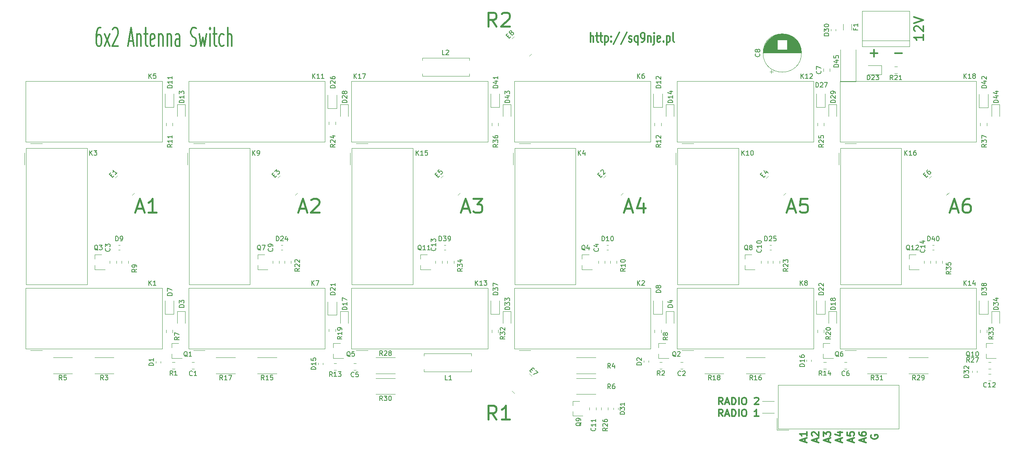
<source format=gbr>
G04 #@! TF.GenerationSoftware,KiCad,Pcbnew,5.1.5-52549c5~86~ubuntu18.04.1*
G04 #@! TF.CreationDate,2020-05-19T19:28:57+02:00*
G04 #@! TF.ProjectId,antenna_switch,616e7465-6e6e-4615-9f73-77697463682e,rev?*
G04 #@! TF.SameCoordinates,Original*
G04 #@! TF.FileFunction,Legend,Top*
G04 #@! TF.FilePolarity,Positive*
%FSLAX46Y46*%
G04 Gerber Fmt 4.6, Leading zero omitted, Abs format (unit mm)*
G04 Created by KiCad (PCBNEW 5.1.5-52549c5~86~ubuntu18.04.1) date 2020-05-19 19:28:57*
%MOMM*%
%LPD*%
G04 APERTURE LIST*
%ADD10C,0.300000*%
%ADD11C,0.400000*%
%ADD12C,0.120000*%
%ADD13C,0.350000*%
%ADD14C,0.150000*%
G04 APERTURE END LIST*
D10*
X226209542Y-95595961D02*
X226209542Y-93595961D01*
X226852400Y-95595961D02*
X226852400Y-94548342D01*
X226780971Y-94357866D01*
X226638114Y-94262628D01*
X226423828Y-94262628D01*
X226280971Y-94357866D01*
X226209542Y-94453104D01*
X227352400Y-94262628D02*
X227923828Y-94262628D01*
X227566685Y-93595961D02*
X227566685Y-95310247D01*
X227638114Y-95500723D01*
X227780971Y-95595961D01*
X227923828Y-95595961D01*
X228209542Y-94262628D02*
X228780971Y-94262628D01*
X228423828Y-93595961D02*
X228423828Y-95310247D01*
X228495257Y-95500723D01*
X228638114Y-95595961D01*
X228780971Y-95595961D01*
X229280971Y-94262628D02*
X229280971Y-96262628D01*
X229280971Y-94357866D02*
X229423828Y-94262628D01*
X229709542Y-94262628D01*
X229852400Y-94357866D01*
X229923828Y-94453104D01*
X229995257Y-94643580D01*
X229995257Y-95215009D01*
X229923828Y-95405485D01*
X229852400Y-95500723D01*
X229709542Y-95595961D01*
X229423828Y-95595961D01*
X229280971Y-95500723D01*
X230638114Y-95405485D02*
X230709542Y-95500723D01*
X230638114Y-95595961D01*
X230566685Y-95500723D01*
X230638114Y-95405485D01*
X230638114Y-95595961D01*
X230638114Y-94357866D02*
X230709542Y-94453104D01*
X230638114Y-94548342D01*
X230566685Y-94453104D01*
X230638114Y-94357866D01*
X230638114Y-94548342D01*
X232423828Y-93500723D02*
X231138114Y-96072152D01*
X233995257Y-93500723D02*
X232709542Y-96072152D01*
X234423828Y-95500723D02*
X234566685Y-95595961D01*
X234852400Y-95595961D01*
X234995257Y-95500723D01*
X235066685Y-95310247D01*
X235066685Y-95215009D01*
X234995257Y-95024533D01*
X234852400Y-94929295D01*
X234638114Y-94929295D01*
X234495257Y-94834057D01*
X234423828Y-94643580D01*
X234423828Y-94548342D01*
X234495257Y-94357866D01*
X234638114Y-94262628D01*
X234852400Y-94262628D01*
X234995257Y-94357866D01*
X236352400Y-94262628D02*
X236352400Y-96262628D01*
X236352400Y-95500723D02*
X236209542Y-95595961D01*
X235923828Y-95595961D01*
X235780971Y-95500723D01*
X235709542Y-95405485D01*
X235638114Y-95215009D01*
X235638114Y-94643580D01*
X235709542Y-94453104D01*
X235780971Y-94357866D01*
X235923828Y-94262628D01*
X236209542Y-94262628D01*
X236352400Y-94357866D01*
X237138114Y-95595961D02*
X237423828Y-95595961D01*
X237566685Y-95500723D01*
X237638114Y-95405485D01*
X237780971Y-95119771D01*
X237852400Y-94738819D01*
X237852400Y-93976914D01*
X237780971Y-93786438D01*
X237709542Y-93691200D01*
X237566685Y-93595961D01*
X237280971Y-93595961D01*
X237138114Y-93691200D01*
X237066685Y-93786438D01*
X236995257Y-93976914D01*
X236995257Y-94453104D01*
X237066685Y-94643580D01*
X237138114Y-94738819D01*
X237280971Y-94834057D01*
X237566685Y-94834057D01*
X237709542Y-94738819D01*
X237780971Y-94643580D01*
X237852400Y-94453104D01*
X238495257Y-94262628D02*
X238495257Y-95595961D01*
X238495257Y-94453104D02*
X238566685Y-94357866D01*
X238709542Y-94262628D01*
X238923828Y-94262628D01*
X239066685Y-94357866D01*
X239138114Y-94548342D01*
X239138114Y-95595961D01*
X239852400Y-94262628D02*
X239852400Y-95976914D01*
X239780971Y-96167390D01*
X239638114Y-96262628D01*
X239566685Y-96262628D01*
X239852400Y-93595961D02*
X239780971Y-93691200D01*
X239852400Y-93786438D01*
X239923828Y-93691200D01*
X239852400Y-93595961D01*
X239852400Y-93786438D01*
X241138114Y-95500723D02*
X240995257Y-95595961D01*
X240709542Y-95595961D01*
X240566685Y-95500723D01*
X240495257Y-95310247D01*
X240495257Y-94548342D01*
X240566685Y-94357866D01*
X240709542Y-94262628D01*
X240995257Y-94262628D01*
X241138114Y-94357866D01*
X241209542Y-94548342D01*
X241209542Y-94738819D01*
X240495257Y-94929295D01*
X241852400Y-95405485D02*
X241923828Y-95500723D01*
X241852400Y-95595961D01*
X241780971Y-95500723D01*
X241852400Y-95405485D01*
X241852400Y-95595961D01*
X242566685Y-94262628D02*
X242566685Y-96262628D01*
X242566685Y-94357866D02*
X242709542Y-94262628D01*
X242995257Y-94262628D01*
X243138114Y-94357866D01*
X243209542Y-94453104D01*
X243280971Y-94643580D01*
X243280971Y-95215009D01*
X243209542Y-95405485D01*
X243138114Y-95500723D01*
X242995257Y-95595961D01*
X242709542Y-95595961D01*
X242566685Y-95500723D01*
X244138114Y-95595961D02*
X243995257Y-95500723D01*
X243923828Y-95310247D01*
X243923828Y-93595961D01*
D11*
X206027400Y-92238342D02*
X205027400Y-90809771D01*
X204313114Y-92238342D02*
X204313114Y-89238342D01*
X205455971Y-89238342D01*
X205741685Y-89381200D01*
X205884542Y-89524057D01*
X206027400Y-89809771D01*
X206027400Y-90238342D01*
X205884542Y-90524057D01*
X205741685Y-90666914D01*
X205455971Y-90809771D01*
X204313114Y-90809771D01*
X207170257Y-89524057D02*
X207313114Y-89381200D01*
X207598828Y-89238342D01*
X208313114Y-89238342D01*
X208598828Y-89381200D01*
X208741685Y-89524057D01*
X208884542Y-89809771D01*
X208884542Y-90095485D01*
X208741685Y-90524057D01*
X207027400Y-92238342D01*
X208884542Y-92238342D01*
X206027400Y-176693342D02*
X205027400Y-175264771D01*
X204313114Y-176693342D02*
X204313114Y-173693342D01*
X205455971Y-173693342D01*
X205741685Y-173836200D01*
X205884542Y-173979057D01*
X206027400Y-174264771D01*
X206027400Y-174693342D01*
X205884542Y-174979057D01*
X205741685Y-175121914D01*
X205455971Y-175264771D01*
X204313114Y-175264771D01*
X208884542Y-176693342D02*
X207170257Y-176693342D01*
X208027400Y-176693342D02*
X208027400Y-173693342D01*
X207741685Y-174121914D01*
X207455971Y-174407628D01*
X207170257Y-174550485D01*
X303444542Y-131386200D02*
X304873114Y-131386200D01*
X303158828Y-132243342D02*
X304158828Y-129243342D01*
X305158828Y-132243342D01*
X307444542Y-129243342D02*
X306873114Y-129243342D01*
X306587400Y-129386200D01*
X306444542Y-129529057D01*
X306158828Y-129957628D01*
X306015971Y-130529057D01*
X306015971Y-131671914D01*
X306158828Y-131957628D01*
X306301685Y-132100485D01*
X306587400Y-132243342D01*
X307158828Y-132243342D01*
X307444542Y-132100485D01*
X307587400Y-131957628D01*
X307730257Y-131671914D01*
X307730257Y-130957628D01*
X307587400Y-130671914D01*
X307444542Y-130529057D01*
X307158828Y-130386200D01*
X306587400Y-130386200D01*
X306301685Y-130529057D01*
X306158828Y-130671914D01*
X306015971Y-130957628D01*
X268519542Y-131386200D02*
X269948114Y-131386200D01*
X268233828Y-132243342D02*
X269233828Y-129243342D01*
X270233828Y-132243342D01*
X272662400Y-129243342D02*
X271233828Y-129243342D01*
X271090971Y-130671914D01*
X271233828Y-130529057D01*
X271519542Y-130386200D01*
X272233828Y-130386200D01*
X272519542Y-130529057D01*
X272662400Y-130671914D01*
X272805257Y-130957628D01*
X272805257Y-131671914D01*
X272662400Y-131957628D01*
X272519542Y-132100485D01*
X272233828Y-132243342D01*
X271519542Y-132243342D01*
X271233828Y-132100485D01*
X271090971Y-131957628D01*
X233594542Y-131386200D02*
X235023114Y-131386200D01*
X233308828Y-132243342D02*
X234308828Y-129243342D01*
X235308828Y-132243342D01*
X237594542Y-130243342D02*
X237594542Y-132243342D01*
X236880257Y-129100485D02*
X236165971Y-131243342D01*
X238023114Y-131243342D01*
X198669542Y-131386200D02*
X200098114Y-131386200D01*
X198383828Y-132243342D02*
X199383828Y-129243342D01*
X200383828Y-132243342D01*
X201098114Y-129243342D02*
X202955257Y-129243342D01*
X201955257Y-130386200D01*
X202383828Y-130386200D01*
X202669542Y-130529057D01*
X202812400Y-130671914D01*
X202955257Y-130957628D01*
X202955257Y-131671914D01*
X202812400Y-131957628D01*
X202669542Y-132100485D01*
X202383828Y-132243342D01*
X201526685Y-132243342D01*
X201240971Y-132100485D01*
X201098114Y-131957628D01*
X163744542Y-131386200D02*
X165173114Y-131386200D01*
X163458828Y-132243342D02*
X164458828Y-129243342D01*
X165458828Y-132243342D01*
X166315971Y-129529057D02*
X166458828Y-129386200D01*
X166744542Y-129243342D01*
X167458828Y-129243342D01*
X167744542Y-129386200D01*
X167887400Y-129529057D01*
X168030257Y-129814771D01*
X168030257Y-130100485D01*
X167887400Y-130529057D01*
X166173114Y-132243342D01*
X168030257Y-132243342D01*
X128819542Y-131386200D02*
X130248114Y-131386200D01*
X128533828Y-132243342D02*
X129533828Y-129243342D01*
X130533828Y-132243342D01*
X133105257Y-132243342D02*
X131390971Y-132243342D01*
X132248114Y-132243342D02*
X132248114Y-129243342D01*
X131962400Y-129671914D01*
X131676685Y-129957628D01*
X131390971Y-130100485D01*
D10*
X297602161Y-94024295D02*
X297602161Y-95167152D01*
X297602161Y-94595723D02*
X295602161Y-94595723D01*
X295887876Y-94786200D01*
X296078352Y-94976676D01*
X296173590Y-95167152D01*
X295792638Y-93262390D02*
X295697400Y-93167152D01*
X295602161Y-92976676D01*
X295602161Y-92500485D01*
X295697400Y-92310009D01*
X295792638Y-92214771D01*
X295983114Y-92119533D01*
X296173590Y-92119533D01*
X296459304Y-92214771D01*
X297602161Y-93357628D01*
X297602161Y-92119533D01*
X295602161Y-91548104D02*
X297602161Y-90881438D01*
X295602161Y-90214771D01*
X291490495Y-98009057D02*
X293014304Y-98009057D01*
X286283495Y-98009057D02*
X287807304Y-98009057D01*
X287045400Y-98770961D02*
X287045400Y-97247152D01*
D12*
X263042400Y-175336200D02*
X265582400Y-175336200D01*
X263042400Y-172796200D02*
X265582400Y-172796200D01*
D10*
X286422400Y-180023342D02*
X286350971Y-180166200D01*
X286350971Y-180380485D01*
X286422400Y-180594771D01*
X286565257Y-180737628D01*
X286708114Y-180809057D01*
X286993828Y-180880485D01*
X287208114Y-180880485D01*
X287493828Y-180809057D01*
X287636685Y-180737628D01*
X287779542Y-180594771D01*
X287850971Y-180380485D01*
X287850971Y-180237628D01*
X287779542Y-180023342D01*
X287708114Y-179951914D01*
X287208114Y-179951914D01*
X287208114Y-180237628D01*
X284882400Y-181487628D02*
X284882400Y-180773342D01*
X285310971Y-181630485D02*
X283810971Y-181130485D01*
X285310971Y-180630485D01*
X283810971Y-179487628D02*
X283810971Y-179773342D01*
X283882400Y-179916200D01*
X283953828Y-179987628D01*
X284168114Y-180130485D01*
X284453828Y-180201914D01*
X285025257Y-180201914D01*
X285168114Y-180130485D01*
X285239542Y-180059057D01*
X285310971Y-179916200D01*
X285310971Y-179630485D01*
X285239542Y-179487628D01*
X285168114Y-179416200D01*
X285025257Y-179344771D01*
X284668114Y-179344771D01*
X284525257Y-179416200D01*
X284453828Y-179487628D01*
X284382400Y-179630485D01*
X284382400Y-179916200D01*
X284453828Y-180059057D01*
X284525257Y-180130485D01*
X284668114Y-180201914D01*
X282342400Y-181487628D02*
X282342400Y-180773342D01*
X282770971Y-181630485D02*
X281270971Y-181130485D01*
X282770971Y-180630485D01*
X281270971Y-179416200D02*
X281270971Y-180130485D01*
X281985257Y-180201914D01*
X281913828Y-180130485D01*
X281842400Y-179987628D01*
X281842400Y-179630485D01*
X281913828Y-179487628D01*
X281985257Y-179416200D01*
X282128114Y-179344771D01*
X282485257Y-179344771D01*
X282628114Y-179416200D01*
X282699542Y-179487628D01*
X282770971Y-179630485D01*
X282770971Y-179987628D01*
X282699542Y-180130485D01*
X282628114Y-180201914D01*
X279802400Y-181487628D02*
X279802400Y-180773342D01*
X280230971Y-181630485D02*
X278730971Y-181130485D01*
X280230971Y-180630485D01*
X279230971Y-179487628D02*
X280230971Y-179487628D01*
X278659542Y-179844771D02*
X279730971Y-180201914D01*
X279730971Y-179273342D01*
X277262400Y-181487628D02*
X277262400Y-180773342D01*
X277690971Y-181630485D02*
X276190971Y-181130485D01*
X277690971Y-180630485D01*
X276190971Y-180273342D02*
X276190971Y-179344771D01*
X276762400Y-179844771D01*
X276762400Y-179630485D01*
X276833828Y-179487628D01*
X276905257Y-179416200D01*
X277048114Y-179344771D01*
X277405257Y-179344771D01*
X277548114Y-179416200D01*
X277619542Y-179487628D01*
X277690971Y-179630485D01*
X277690971Y-180059057D01*
X277619542Y-180201914D01*
X277548114Y-180273342D01*
X274722400Y-181487628D02*
X274722400Y-180773342D01*
X275150971Y-181630485D02*
X273650971Y-181130485D01*
X275150971Y-180630485D01*
X273793828Y-180201914D02*
X273722400Y-180130485D01*
X273650971Y-179987628D01*
X273650971Y-179630485D01*
X273722400Y-179487628D01*
X273793828Y-179416200D01*
X273936685Y-179344771D01*
X274079542Y-179344771D01*
X274293828Y-179416200D01*
X275150971Y-180273342D01*
X275150971Y-179344771D01*
X272182400Y-181487628D02*
X272182400Y-180773342D01*
X272610971Y-181630485D02*
X271110971Y-181130485D01*
X272610971Y-180630485D01*
X272610971Y-179344771D02*
X272610971Y-180201914D01*
X272610971Y-179773342D02*
X271110971Y-179773342D01*
X271325257Y-179916200D01*
X271468114Y-180059057D01*
X271539542Y-180201914D01*
X254605257Y-173474771D02*
X254105257Y-172760485D01*
X253748114Y-173474771D02*
X253748114Y-171974771D01*
X254319542Y-171974771D01*
X254462400Y-172046200D01*
X254533828Y-172117628D01*
X254605257Y-172260485D01*
X254605257Y-172474771D01*
X254533828Y-172617628D01*
X254462400Y-172689057D01*
X254319542Y-172760485D01*
X253748114Y-172760485D01*
X255176685Y-173046200D02*
X255890971Y-173046200D01*
X255033828Y-173474771D02*
X255533828Y-171974771D01*
X256033828Y-173474771D01*
X256533828Y-173474771D02*
X256533828Y-171974771D01*
X256890971Y-171974771D01*
X257105257Y-172046200D01*
X257248114Y-172189057D01*
X257319542Y-172331914D01*
X257390971Y-172617628D01*
X257390971Y-172831914D01*
X257319542Y-173117628D01*
X257248114Y-173260485D01*
X257105257Y-173403342D01*
X256890971Y-173474771D01*
X256533828Y-173474771D01*
X258033828Y-173474771D02*
X258033828Y-171974771D01*
X259033828Y-171974771D02*
X259319542Y-171974771D01*
X259462400Y-172046200D01*
X259605257Y-172189057D01*
X259676685Y-172474771D01*
X259676685Y-172974771D01*
X259605257Y-173260485D01*
X259462400Y-173403342D01*
X259319542Y-173474771D01*
X259033828Y-173474771D01*
X258890971Y-173403342D01*
X258748114Y-173260485D01*
X258676685Y-172974771D01*
X258676685Y-172474771D01*
X258748114Y-172189057D01*
X258890971Y-172046200D01*
X259033828Y-171974771D01*
X261390971Y-172117628D02*
X261462400Y-172046200D01*
X261605257Y-171974771D01*
X261962400Y-171974771D01*
X262105257Y-172046200D01*
X262176685Y-172117628D01*
X262248114Y-172260485D01*
X262248114Y-172403342D01*
X262176685Y-172617628D01*
X261319542Y-173474771D01*
X262248114Y-173474771D01*
X254605257Y-176014771D02*
X254105257Y-175300485D01*
X253748114Y-176014771D02*
X253748114Y-174514771D01*
X254319542Y-174514771D01*
X254462400Y-174586200D01*
X254533828Y-174657628D01*
X254605257Y-174800485D01*
X254605257Y-175014771D01*
X254533828Y-175157628D01*
X254462400Y-175229057D01*
X254319542Y-175300485D01*
X253748114Y-175300485D01*
X255176685Y-175586200D02*
X255890971Y-175586200D01*
X255033828Y-176014771D02*
X255533828Y-174514771D01*
X256033828Y-176014771D01*
X256533828Y-176014771D02*
X256533828Y-174514771D01*
X256890971Y-174514771D01*
X257105257Y-174586200D01*
X257248114Y-174729057D01*
X257319542Y-174871914D01*
X257390971Y-175157628D01*
X257390971Y-175371914D01*
X257319542Y-175657628D01*
X257248114Y-175800485D01*
X257105257Y-175943342D01*
X256890971Y-176014771D01*
X256533828Y-176014771D01*
X258033828Y-176014771D02*
X258033828Y-174514771D01*
X259033828Y-174514771D02*
X259319542Y-174514771D01*
X259462400Y-174586200D01*
X259605257Y-174729057D01*
X259676685Y-175014771D01*
X259676685Y-175514771D01*
X259605257Y-175800485D01*
X259462400Y-175943342D01*
X259319542Y-176014771D01*
X259033828Y-176014771D01*
X258890971Y-175943342D01*
X258748114Y-175800485D01*
X258676685Y-175514771D01*
X258676685Y-175014771D01*
X258748114Y-174729057D01*
X258890971Y-174586200D01*
X259033828Y-174514771D01*
X262248114Y-176014771D02*
X261390971Y-176014771D01*
X261819542Y-176014771D02*
X261819542Y-174514771D01*
X261676685Y-174729057D01*
X261533828Y-174871914D01*
X261390971Y-174943342D01*
D13*
X121153352Y-92500723D02*
X120772400Y-92500723D01*
X120581923Y-92691200D01*
X120486685Y-92881676D01*
X120296209Y-93453104D01*
X120200971Y-94215009D01*
X120200971Y-95738819D01*
X120296209Y-96119771D01*
X120391447Y-96310247D01*
X120581923Y-96500723D01*
X120962876Y-96500723D01*
X121153352Y-96310247D01*
X121248590Y-96119771D01*
X121343828Y-95738819D01*
X121343828Y-94786438D01*
X121248590Y-94405485D01*
X121153352Y-94215009D01*
X120962876Y-94024533D01*
X120581923Y-94024533D01*
X120391447Y-94215009D01*
X120296209Y-94405485D01*
X120200971Y-94786438D01*
X122010495Y-96500723D02*
X123058114Y-93834057D01*
X122010495Y-93834057D02*
X123058114Y-96500723D01*
X123724780Y-92881676D02*
X123820019Y-92691200D01*
X124010495Y-92500723D01*
X124486685Y-92500723D01*
X124677161Y-92691200D01*
X124772400Y-92881676D01*
X124867638Y-93262628D01*
X124867638Y-93643580D01*
X124772400Y-94215009D01*
X123629542Y-96500723D01*
X124867638Y-96500723D01*
X127153352Y-95357866D02*
X128105733Y-95357866D01*
X126962876Y-96500723D02*
X127629542Y-92500723D01*
X128296209Y-96500723D01*
X128962876Y-93834057D02*
X128962876Y-96500723D01*
X128962876Y-94215009D02*
X129058114Y-94024533D01*
X129248590Y-93834057D01*
X129534304Y-93834057D01*
X129724780Y-94024533D01*
X129820019Y-94405485D01*
X129820019Y-96500723D01*
X130486685Y-93834057D02*
X131248590Y-93834057D01*
X130772400Y-92500723D02*
X130772400Y-95929295D01*
X130867638Y-96310247D01*
X131058114Y-96500723D01*
X131248590Y-96500723D01*
X132677161Y-96310247D02*
X132486685Y-96500723D01*
X132105733Y-96500723D01*
X131915257Y-96310247D01*
X131820019Y-95929295D01*
X131820019Y-94405485D01*
X131915257Y-94024533D01*
X132105733Y-93834057D01*
X132486685Y-93834057D01*
X132677161Y-94024533D01*
X132772400Y-94405485D01*
X132772400Y-94786438D01*
X131820019Y-95167390D01*
X133629542Y-93834057D02*
X133629542Y-96500723D01*
X133629542Y-94215009D02*
X133724780Y-94024533D01*
X133915257Y-93834057D01*
X134200971Y-93834057D01*
X134391447Y-94024533D01*
X134486685Y-94405485D01*
X134486685Y-96500723D01*
X135439066Y-93834057D02*
X135439066Y-96500723D01*
X135439066Y-94215009D02*
X135534304Y-94024533D01*
X135724780Y-93834057D01*
X136010495Y-93834057D01*
X136200971Y-94024533D01*
X136296209Y-94405485D01*
X136296209Y-96500723D01*
X138105733Y-96500723D02*
X138105733Y-94405485D01*
X138010495Y-94024533D01*
X137820019Y-93834057D01*
X137439066Y-93834057D01*
X137248590Y-94024533D01*
X138105733Y-96310247D02*
X137915257Y-96500723D01*
X137439066Y-96500723D01*
X137248590Y-96310247D01*
X137153352Y-95929295D01*
X137153352Y-95548342D01*
X137248590Y-95167390D01*
X137439066Y-94976914D01*
X137915257Y-94976914D01*
X138105733Y-94786438D01*
X140486685Y-96310247D02*
X140772400Y-96500723D01*
X141248590Y-96500723D01*
X141439066Y-96310247D01*
X141534304Y-96119771D01*
X141629542Y-95738819D01*
X141629542Y-95357866D01*
X141534304Y-94976914D01*
X141439066Y-94786438D01*
X141248590Y-94595961D01*
X140867638Y-94405485D01*
X140677161Y-94215009D01*
X140581923Y-94024533D01*
X140486685Y-93643580D01*
X140486685Y-93262628D01*
X140581923Y-92881676D01*
X140677161Y-92691200D01*
X140867638Y-92500723D01*
X141343828Y-92500723D01*
X141629542Y-92691200D01*
X142296209Y-93834057D02*
X142677161Y-96500723D01*
X143058114Y-94595961D01*
X143439066Y-96500723D01*
X143820019Y-93834057D01*
X144581923Y-96500723D02*
X144581923Y-93834057D01*
X144581923Y-92500723D02*
X144486685Y-92691200D01*
X144581923Y-92881676D01*
X144677161Y-92691200D01*
X144581923Y-92500723D01*
X144581923Y-92881676D01*
X145248590Y-93834057D02*
X146010495Y-93834057D01*
X145534304Y-92500723D02*
X145534304Y-95929295D01*
X145629542Y-96310247D01*
X145820019Y-96500723D01*
X146010495Y-96500723D01*
X147534304Y-96310247D02*
X147343828Y-96500723D01*
X146962876Y-96500723D01*
X146772400Y-96310247D01*
X146677161Y-96119771D01*
X146581923Y-95738819D01*
X146581923Y-94595961D01*
X146677161Y-94215009D01*
X146772400Y-94024533D01*
X146962876Y-93834057D01*
X147343828Y-93834057D01*
X147534304Y-94024533D01*
X148391447Y-96500723D02*
X148391447Y-92500723D01*
X149248590Y-96500723D02*
X149248590Y-94405485D01*
X149153352Y-94024533D01*
X148962876Y-93834057D01*
X148677161Y-93834057D01*
X148486685Y-94024533D01*
X148391447Y-94215009D01*
D12*
X200650000Y-166385000D02*
X200650000Y-165905000D01*
X190510000Y-166385000D02*
X200650000Y-166385000D01*
X190510000Y-165905000D02*
X190510000Y-166385000D01*
X200650000Y-162545000D02*
X200650000Y-163025000D01*
X190510000Y-162545000D02*
X200650000Y-162545000D01*
X190510000Y-163025000D02*
X190510000Y-162545000D01*
X200269000Y-102885000D02*
X200269000Y-102405000D01*
X190129000Y-102885000D02*
X200269000Y-102885000D01*
X190129000Y-102405000D02*
X190129000Y-102885000D01*
X200269000Y-99045000D02*
X200269000Y-99525000D01*
X190129000Y-99045000D02*
X200269000Y-99045000D01*
X190129000Y-99525000D02*
X190129000Y-99045000D01*
X280740000Y-161850000D02*
X283240000Y-161850000D01*
X308970000Y-161530000D02*
X279710000Y-161530000D01*
X308970000Y-148470000D02*
X308970000Y-161530000D01*
X279710000Y-148470000D02*
X308970000Y-148470000D01*
X279710000Y-161530000D02*
X279710000Y-148470000D01*
X140717748Y-164390000D02*
X141240252Y-164390000D01*
X140717748Y-165810000D02*
X141240252Y-165810000D01*
X245483748Y-164390000D02*
X246006252Y-164390000D01*
X245483748Y-165810000D02*
X246006252Y-165810000D01*
X124535000Y-143136252D02*
X124535000Y-142613748D01*
X123115000Y-143136252D02*
X123115000Y-142613748D01*
X229310000Y-143127252D02*
X229310000Y-142604748D01*
X227890000Y-143127252D02*
X227890000Y-142604748D01*
X175388748Y-164644000D02*
X175911252Y-164644000D01*
X175388748Y-166064000D02*
X175911252Y-166064000D01*
X280653748Y-164390000D02*
X281176252Y-164390000D01*
X280653748Y-165810000D02*
X281176252Y-165810000D01*
X276150000Y-101861252D02*
X276150000Y-101338748D01*
X277570000Y-101861252D02*
X277570000Y-101338748D01*
X271455000Y-97945000D02*
G75*
G03X271455000Y-97945000I-4120000J0D01*
G01*
X263255000Y-97945000D02*
X271415000Y-97945000D01*
X263255000Y-97905000D02*
X271415000Y-97905000D01*
X263255000Y-97865000D02*
X271415000Y-97865000D01*
X263256000Y-97825000D02*
X271414000Y-97825000D01*
X263258000Y-97785000D02*
X271412000Y-97785000D01*
X263259000Y-97745000D02*
X271411000Y-97745000D01*
X263261000Y-97705000D02*
X271409000Y-97705000D01*
X263264000Y-97665000D02*
X271406000Y-97665000D01*
X263267000Y-97625000D02*
X271403000Y-97625000D01*
X263270000Y-97585000D02*
X271400000Y-97585000D01*
X263274000Y-97545000D02*
X271396000Y-97545000D01*
X263278000Y-97505000D02*
X271392000Y-97505000D01*
X263283000Y-97465000D02*
X271387000Y-97465000D01*
X263287000Y-97425000D02*
X271383000Y-97425000D01*
X263293000Y-97385000D02*
X271377000Y-97385000D01*
X263298000Y-97345000D02*
X271372000Y-97345000D01*
X263305000Y-97305000D02*
X271365000Y-97305000D01*
X263311000Y-97265000D02*
X271359000Y-97265000D01*
X263318000Y-97224000D02*
X266295000Y-97224000D01*
X268375000Y-97224000D02*
X271352000Y-97224000D01*
X263325000Y-97184000D02*
X266295000Y-97184000D01*
X268375000Y-97184000D02*
X271345000Y-97184000D01*
X263333000Y-97144000D02*
X266295000Y-97144000D01*
X268375000Y-97144000D02*
X271337000Y-97144000D01*
X263341000Y-97104000D02*
X266295000Y-97104000D01*
X268375000Y-97104000D02*
X271329000Y-97104000D01*
X263350000Y-97064000D02*
X266295000Y-97064000D01*
X268375000Y-97064000D02*
X271320000Y-97064000D01*
X263359000Y-97024000D02*
X266295000Y-97024000D01*
X268375000Y-97024000D02*
X271311000Y-97024000D01*
X263368000Y-96984000D02*
X266295000Y-96984000D01*
X268375000Y-96984000D02*
X271302000Y-96984000D01*
X263378000Y-96944000D02*
X266295000Y-96944000D01*
X268375000Y-96944000D02*
X271292000Y-96944000D01*
X263388000Y-96904000D02*
X266295000Y-96904000D01*
X268375000Y-96904000D02*
X271282000Y-96904000D01*
X263399000Y-96864000D02*
X266295000Y-96864000D01*
X268375000Y-96864000D02*
X271271000Y-96864000D01*
X263410000Y-96824000D02*
X266295000Y-96824000D01*
X268375000Y-96824000D02*
X271260000Y-96824000D01*
X263421000Y-96784000D02*
X266295000Y-96784000D01*
X268375000Y-96784000D02*
X271249000Y-96784000D01*
X263433000Y-96744000D02*
X266295000Y-96744000D01*
X268375000Y-96744000D02*
X271237000Y-96744000D01*
X263446000Y-96704000D02*
X266295000Y-96704000D01*
X268375000Y-96704000D02*
X271224000Y-96704000D01*
X263458000Y-96664000D02*
X266295000Y-96664000D01*
X268375000Y-96664000D02*
X271212000Y-96664000D01*
X263472000Y-96624000D02*
X266295000Y-96624000D01*
X268375000Y-96624000D02*
X271198000Y-96624000D01*
X263485000Y-96584000D02*
X266295000Y-96584000D01*
X268375000Y-96584000D02*
X271185000Y-96584000D01*
X263500000Y-96544000D02*
X266295000Y-96544000D01*
X268375000Y-96544000D02*
X271170000Y-96544000D01*
X263514000Y-96504000D02*
X266295000Y-96504000D01*
X268375000Y-96504000D02*
X271156000Y-96504000D01*
X263530000Y-96464000D02*
X266295000Y-96464000D01*
X268375000Y-96464000D02*
X271140000Y-96464000D01*
X263545000Y-96424000D02*
X266295000Y-96424000D01*
X268375000Y-96424000D02*
X271125000Y-96424000D01*
X263561000Y-96384000D02*
X266295000Y-96384000D01*
X268375000Y-96384000D02*
X271109000Y-96384000D01*
X263578000Y-96344000D02*
X266295000Y-96344000D01*
X268375000Y-96344000D02*
X271092000Y-96344000D01*
X263595000Y-96304000D02*
X266295000Y-96304000D01*
X268375000Y-96304000D02*
X271075000Y-96304000D01*
X263613000Y-96264000D02*
X266295000Y-96264000D01*
X268375000Y-96264000D02*
X271057000Y-96264000D01*
X263631000Y-96224000D02*
X266295000Y-96224000D01*
X268375000Y-96224000D02*
X271039000Y-96224000D01*
X263649000Y-96184000D02*
X266295000Y-96184000D01*
X268375000Y-96184000D02*
X271021000Y-96184000D01*
X263669000Y-96144000D02*
X266295000Y-96144000D01*
X268375000Y-96144000D02*
X271001000Y-96144000D01*
X263688000Y-96104000D02*
X266295000Y-96104000D01*
X268375000Y-96104000D02*
X270982000Y-96104000D01*
X263708000Y-96064000D02*
X266295000Y-96064000D01*
X268375000Y-96064000D02*
X270962000Y-96064000D01*
X263729000Y-96024000D02*
X266295000Y-96024000D01*
X268375000Y-96024000D02*
X270941000Y-96024000D01*
X263751000Y-95984000D02*
X266295000Y-95984000D01*
X268375000Y-95984000D02*
X270919000Y-95984000D01*
X263773000Y-95944000D02*
X266295000Y-95944000D01*
X268375000Y-95944000D02*
X270897000Y-95944000D01*
X263795000Y-95904000D02*
X266295000Y-95904000D01*
X268375000Y-95904000D02*
X270875000Y-95904000D01*
X263818000Y-95864000D02*
X266295000Y-95864000D01*
X268375000Y-95864000D02*
X270852000Y-95864000D01*
X263842000Y-95824000D02*
X266295000Y-95824000D01*
X268375000Y-95824000D02*
X270828000Y-95824000D01*
X263866000Y-95784000D02*
X266295000Y-95784000D01*
X268375000Y-95784000D02*
X270804000Y-95784000D01*
X263891000Y-95744000D02*
X266295000Y-95744000D01*
X268375000Y-95744000D02*
X270779000Y-95744000D01*
X263917000Y-95704000D02*
X266295000Y-95704000D01*
X268375000Y-95704000D02*
X270753000Y-95704000D01*
X263943000Y-95664000D02*
X266295000Y-95664000D01*
X268375000Y-95664000D02*
X270727000Y-95664000D01*
X263970000Y-95624000D02*
X266295000Y-95624000D01*
X268375000Y-95624000D02*
X270700000Y-95624000D01*
X263997000Y-95584000D02*
X266295000Y-95584000D01*
X268375000Y-95584000D02*
X270673000Y-95584000D01*
X264026000Y-95544000D02*
X266295000Y-95544000D01*
X268375000Y-95544000D02*
X270644000Y-95544000D01*
X264055000Y-95504000D02*
X266295000Y-95504000D01*
X268375000Y-95504000D02*
X270615000Y-95504000D01*
X264085000Y-95464000D02*
X266295000Y-95464000D01*
X268375000Y-95464000D02*
X270585000Y-95464000D01*
X264115000Y-95424000D02*
X266295000Y-95424000D01*
X268375000Y-95424000D02*
X270555000Y-95424000D01*
X264146000Y-95384000D02*
X266295000Y-95384000D01*
X268375000Y-95384000D02*
X270524000Y-95384000D01*
X264179000Y-95344000D02*
X266295000Y-95344000D01*
X268375000Y-95344000D02*
X270491000Y-95344000D01*
X264211000Y-95304000D02*
X266295000Y-95304000D01*
X268375000Y-95304000D02*
X270459000Y-95304000D01*
X264245000Y-95264000D02*
X266295000Y-95264000D01*
X268375000Y-95264000D02*
X270425000Y-95264000D01*
X264280000Y-95224000D02*
X266295000Y-95224000D01*
X268375000Y-95224000D02*
X270390000Y-95224000D01*
X264316000Y-95184000D02*
X266295000Y-95184000D01*
X268375000Y-95184000D02*
X270354000Y-95184000D01*
X264352000Y-95144000D02*
X270318000Y-95144000D01*
X264390000Y-95104000D02*
X270280000Y-95104000D01*
X264428000Y-95064000D02*
X270242000Y-95064000D01*
X264468000Y-95024000D02*
X270202000Y-95024000D01*
X264509000Y-94984000D02*
X270161000Y-94984000D01*
X264551000Y-94944000D02*
X270119000Y-94944000D01*
X264594000Y-94904000D02*
X270076000Y-94904000D01*
X264638000Y-94864000D02*
X270032000Y-94864000D01*
X264684000Y-94824000D02*
X269986000Y-94824000D01*
X264731000Y-94784000D02*
X269939000Y-94784000D01*
X264779000Y-94744000D02*
X269891000Y-94744000D01*
X264830000Y-94704000D02*
X269840000Y-94704000D01*
X264881000Y-94664000D02*
X269789000Y-94664000D01*
X264935000Y-94624000D02*
X269735000Y-94624000D01*
X264990000Y-94584000D02*
X269680000Y-94584000D01*
X265048000Y-94544000D02*
X269622000Y-94544000D01*
X265107000Y-94504000D02*
X269563000Y-94504000D01*
X265169000Y-94464000D02*
X269501000Y-94464000D01*
X265233000Y-94424000D02*
X269437000Y-94424000D01*
X265301000Y-94384000D02*
X269369000Y-94384000D01*
X265371000Y-94344000D02*
X269299000Y-94344000D01*
X265445000Y-94304000D02*
X269225000Y-94304000D01*
X265522000Y-94264000D02*
X269148000Y-94264000D01*
X265604000Y-94224000D02*
X269066000Y-94224000D01*
X265690000Y-94184000D02*
X268980000Y-94184000D01*
X265783000Y-94144000D02*
X268887000Y-94144000D01*
X265882000Y-94104000D02*
X268788000Y-94104000D01*
X265989000Y-94064000D02*
X268681000Y-94064000D01*
X266106000Y-94024000D02*
X268564000Y-94024000D01*
X266237000Y-93984000D02*
X268433000Y-93984000D01*
X266387000Y-93944000D02*
X268283000Y-93944000D01*
X266567000Y-93904000D02*
X268103000Y-93904000D01*
X266802000Y-93864000D02*
X267868000Y-93864000D01*
X265020000Y-102354698D02*
X265020000Y-101554698D01*
X264620000Y-101954698D02*
X265420000Y-101954698D01*
X159460000Y-143145252D02*
X159460000Y-142622748D01*
X158040000Y-143145252D02*
X158040000Y-142622748D01*
X262815000Y-143127252D02*
X262815000Y-142604748D01*
X264235000Y-143127252D02*
X264235000Y-142604748D01*
X227405000Y-174623252D02*
X227405000Y-174100748D01*
X225985000Y-174623252D02*
X225985000Y-174100748D01*
X312046252Y-166930000D02*
X311523748Y-166930000D01*
X312046252Y-168350000D02*
X311523748Y-168350000D01*
X194385000Y-143127252D02*
X194385000Y-142604748D01*
X192965000Y-143127252D02*
X192965000Y-142604748D01*
X297740000Y-143127252D02*
X297740000Y-142604748D01*
X299160000Y-143127252D02*
X299160000Y-142604748D01*
X132967000Y-164523267D02*
X132967000Y-164180733D01*
X133987000Y-164523267D02*
X133987000Y-164180733D01*
X237615000Y-164396267D02*
X237615000Y-164053733D01*
X238635000Y-164396267D02*
X238635000Y-164053733D01*
X139280000Y-153440000D02*
X137580000Y-153440000D01*
X137580000Y-153440000D02*
X137580000Y-155990000D01*
X139280000Y-153440000D02*
X139280000Y-155990000D01*
X244055000Y-153440000D02*
X242355000Y-153440000D01*
X242355000Y-153440000D02*
X242355000Y-155990000D01*
X244055000Y-153440000D02*
X244055000Y-155990000D01*
X136850000Y-154015000D02*
X136850000Y-151155000D01*
X134930000Y-154015000D02*
X136850000Y-154015000D01*
X134930000Y-151155000D02*
X134930000Y-154015000D01*
X239705000Y-151155000D02*
X239705000Y-154015000D01*
X239705000Y-154015000D02*
X241625000Y-154015000D01*
X241625000Y-154015000D02*
X241625000Y-151155000D01*
X125266267Y-140210000D02*
X124923733Y-140210000D01*
X125266267Y-139190000D02*
X124923733Y-139190000D01*
X230041267Y-139190000D02*
X229698733Y-139190000D01*
X230041267Y-140210000D02*
X229698733Y-140210000D01*
X136850000Y-109565000D02*
X136850000Y-106705000D01*
X134930000Y-109565000D02*
X136850000Y-109565000D01*
X134930000Y-106705000D02*
X134930000Y-109565000D01*
X239705000Y-106705000D02*
X239705000Y-109565000D01*
X239705000Y-109565000D02*
X241625000Y-109565000D01*
X241625000Y-109565000D02*
X241625000Y-106705000D01*
X139280000Y-108990000D02*
X137580000Y-108990000D01*
X137580000Y-108990000D02*
X137580000Y-111540000D01*
X139280000Y-108990000D02*
X139280000Y-111540000D01*
X244055000Y-108990000D02*
X244055000Y-111540000D01*
X242355000Y-108990000D02*
X242355000Y-111540000D01*
X244055000Y-108990000D02*
X242355000Y-108990000D01*
X168785000Y-164876267D02*
X168785000Y-164533733D01*
X167765000Y-164876267D02*
X167765000Y-164533733D01*
X272540000Y-164241267D02*
X272540000Y-163898733D01*
X273560000Y-164241267D02*
X273560000Y-163898733D01*
X174205000Y-153440000D02*
X174205000Y-155990000D01*
X172505000Y-153440000D02*
X172505000Y-155990000D01*
X174205000Y-153440000D02*
X172505000Y-153440000D01*
X278980000Y-153440000D02*
X277280000Y-153440000D01*
X277280000Y-153440000D02*
X277280000Y-155990000D01*
X278980000Y-153440000D02*
X278980000Y-155990000D01*
X171775000Y-154251000D02*
X171775000Y-151391000D01*
X169855000Y-154251000D02*
X171775000Y-154251000D01*
X169855000Y-151391000D02*
X169855000Y-154251000D01*
X276550000Y-154015000D02*
X276550000Y-151155000D01*
X274630000Y-154015000D02*
X276550000Y-154015000D01*
X274630000Y-151155000D02*
X274630000Y-154015000D01*
X288635000Y-100640000D02*
X285775000Y-100640000D01*
X288635000Y-102560000D02*
X288635000Y-100640000D01*
X285775000Y-102560000D02*
X288635000Y-102560000D01*
X160191267Y-140210000D02*
X159848733Y-140210000D01*
X160191267Y-139190000D02*
X159848733Y-139190000D01*
X264966267Y-139190000D02*
X264623733Y-139190000D01*
X264966267Y-140210000D02*
X264623733Y-140210000D01*
X169855000Y-106950000D02*
X169855000Y-109810000D01*
X169855000Y-109810000D02*
X171775000Y-109810000D01*
X171775000Y-109810000D02*
X171775000Y-106950000D01*
X274630000Y-106705000D02*
X274630000Y-109565000D01*
X274630000Y-109565000D02*
X276550000Y-109565000D01*
X276550000Y-109565000D02*
X276550000Y-106705000D01*
X174205000Y-108990000D02*
X174205000Y-111540000D01*
X172505000Y-108990000D02*
X172505000Y-111540000D01*
X174205000Y-108990000D02*
X172505000Y-108990000D01*
X278980000Y-108990000D02*
X278980000Y-111540000D01*
X277280000Y-108990000D02*
X277280000Y-111540000D01*
X278980000Y-108990000D02*
X277280000Y-108990000D01*
X278792400Y-93197467D02*
X278792400Y-92854933D01*
X277772400Y-93197467D02*
X277772400Y-92854933D01*
X232158000Y-174185733D02*
X232158000Y-174528267D01*
X231138000Y-174185733D02*
X231138000Y-174528267D01*
X308100000Y-166198733D02*
X308100000Y-166541267D01*
X309120000Y-166198733D02*
X309120000Y-166541267D01*
X209130000Y-153440000D02*
X209130000Y-155990000D01*
X207430000Y-153440000D02*
X207430000Y-155990000D01*
X209130000Y-153440000D02*
X207430000Y-153440000D01*
X313905000Y-153440000D02*
X312205000Y-153440000D01*
X312205000Y-153440000D02*
X312205000Y-155990000D01*
X313905000Y-153440000D02*
X313905000Y-155990000D01*
X206700000Y-154015000D02*
X206700000Y-151155000D01*
X204780000Y-154015000D02*
X206700000Y-154015000D01*
X204780000Y-151155000D02*
X204780000Y-154015000D01*
X309555000Y-151155000D02*
X309555000Y-154015000D01*
X309555000Y-154015000D02*
X311475000Y-154015000D01*
X311475000Y-154015000D02*
X311475000Y-151155000D01*
X195116267Y-139190000D02*
X194773733Y-139190000D01*
X195116267Y-140210000D02*
X194773733Y-140210000D01*
X299891267Y-140210000D02*
X299548733Y-140210000D01*
X299891267Y-139190000D02*
X299548733Y-139190000D01*
X204780000Y-106705000D02*
X204780000Y-109565000D01*
X204780000Y-109565000D02*
X206700000Y-109565000D01*
X206700000Y-109565000D02*
X206700000Y-106705000D01*
X309555000Y-106832000D02*
X309555000Y-109692000D01*
X309555000Y-109692000D02*
X311475000Y-109692000D01*
X311475000Y-109692000D02*
X311475000Y-106832000D01*
X209130000Y-108990000D02*
X207430000Y-108990000D01*
X207430000Y-108990000D02*
X207430000Y-111540000D01*
X209130000Y-108990000D02*
X209130000Y-111540000D01*
X313905000Y-108990000D02*
X313905000Y-111540000D01*
X312205000Y-108990000D02*
X312205000Y-111540000D01*
X313905000Y-108990000D02*
X312205000Y-108990000D01*
X124264008Y-124774895D02*
X124774895Y-124264008D01*
X127955105Y-128465992D02*
X128465992Y-127955105D01*
X232730105Y-128465992D02*
X233240992Y-127955105D01*
X229039008Y-124774895D02*
X229549895Y-124264008D01*
X159189008Y-124774895D02*
X159699895Y-124264008D01*
X162880105Y-128465992D02*
X163390992Y-127955105D01*
X263931445Y-124807458D02*
X264442332Y-124296571D01*
X267622542Y-128498555D02*
X268133429Y-127987668D01*
X197805105Y-128465992D02*
X198315992Y-127955105D01*
X194114008Y-124774895D02*
X194624895Y-124264008D01*
X302547542Y-128498555D02*
X303058429Y-127987668D01*
X298856445Y-124807458D02*
X299367332Y-124296571D01*
X209386571Y-170532668D02*
X209897458Y-171043555D01*
X213077668Y-166841571D02*
X213588555Y-167352458D01*
X209386571Y-94897332D02*
X209897458Y-94386445D01*
X213077668Y-98588429D02*
X213588555Y-98077542D01*
X282215000Y-91766636D02*
X282215000Y-92970764D01*
X280395000Y-91766636D02*
X280395000Y-92970764D01*
X266430000Y-169315000D02*
X292370000Y-169315000D01*
X292370000Y-169315000D02*
X292370000Y-178665000D01*
X292370000Y-178665000D02*
X266430000Y-178665000D01*
X266430000Y-178665000D02*
X266430000Y-169315000D01*
X266180000Y-178915000D02*
X268720000Y-178915000D01*
X266180000Y-178915000D02*
X266180000Y-176375000D01*
X294640000Y-95250000D02*
X284480000Y-95250000D01*
X294640000Y-96520000D02*
X294640000Y-88900000D01*
X294640000Y-88900000D02*
X284480000Y-88900000D01*
X284480000Y-88900000D02*
X284480000Y-96520000D01*
X284480000Y-96520000D02*
X294640000Y-96520000D01*
X106115000Y-161850000D02*
X108615000Y-161850000D01*
X134345000Y-161530000D02*
X105085000Y-161530000D01*
X134345000Y-148470000D02*
X134345000Y-161530000D01*
X105085000Y-148470000D02*
X134345000Y-148470000D01*
X105085000Y-161530000D02*
X105085000Y-148470000D01*
X210890000Y-161850000D02*
X213390000Y-161850000D01*
X239120000Y-161530000D02*
X209860000Y-161530000D01*
X239120000Y-148470000D02*
X239120000Y-161530000D01*
X209860000Y-148470000D02*
X239120000Y-148470000D01*
X209860000Y-161530000D02*
X209860000Y-148470000D01*
X104850000Y-119450000D02*
X104850000Y-121950000D01*
X105170000Y-147680000D02*
X105170000Y-118420000D01*
X118230000Y-147680000D02*
X105170000Y-147680000D01*
X118230000Y-118420000D02*
X118230000Y-147680000D01*
X105170000Y-118420000D02*
X118230000Y-118420000D01*
X209945000Y-118420000D02*
X223005000Y-118420000D01*
X223005000Y-118420000D02*
X223005000Y-147680000D01*
X223005000Y-147680000D02*
X209945000Y-147680000D01*
X209945000Y-147680000D02*
X209945000Y-118420000D01*
X209625000Y-119450000D02*
X209625000Y-121950000D01*
X106115000Y-117400000D02*
X108615000Y-117400000D01*
X134345000Y-117080000D02*
X105085000Y-117080000D01*
X134345000Y-104020000D02*
X134345000Y-117080000D01*
X105085000Y-104020000D02*
X134345000Y-104020000D01*
X105085000Y-117080000D02*
X105085000Y-104020000D01*
X209860000Y-117080000D02*
X209860000Y-104020000D01*
X209860000Y-104020000D02*
X239120000Y-104020000D01*
X239120000Y-104020000D02*
X239120000Y-117080000D01*
X239120000Y-117080000D02*
X209860000Y-117080000D01*
X210890000Y-117400000D02*
X213390000Y-117400000D01*
X141040000Y-161850000D02*
X143540000Y-161850000D01*
X169270000Y-161530000D02*
X140010000Y-161530000D01*
X169270000Y-148470000D02*
X169270000Y-161530000D01*
X140010000Y-148470000D02*
X169270000Y-148470000D01*
X140010000Y-161530000D02*
X140010000Y-148470000D01*
X244785000Y-161530000D02*
X244785000Y-148470000D01*
X244785000Y-148470000D02*
X274045000Y-148470000D01*
X274045000Y-148470000D02*
X274045000Y-161530000D01*
X274045000Y-161530000D02*
X244785000Y-161530000D01*
X245815000Y-161850000D02*
X248315000Y-161850000D01*
X140095000Y-118420000D02*
X153155000Y-118420000D01*
X153155000Y-118420000D02*
X153155000Y-147680000D01*
X153155000Y-147680000D02*
X140095000Y-147680000D01*
X140095000Y-147680000D02*
X140095000Y-118420000D01*
X139775000Y-119450000D02*
X139775000Y-121950000D01*
X244550000Y-119450000D02*
X244550000Y-121950000D01*
X244870000Y-147680000D02*
X244870000Y-118420000D01*
X257930000Y-147680000D02*
X244870000Y-147680000D01*
X257930000Y-118420000D02*
X257930000Y-147680000D01*
X244870000Y-118420000D02*
X257930000Y-118420000D01*
X140010000Y-117080000D02*
X140010000Y-104020000D01*
X140010000Y-104020000D02*
X169270000Y-104020000D01*
X169270000Y-104020000D02*
X169270000Y-117080000D01*
X169270000Y-117080000D02*
X140010000Y-117080000D01*
X141040000Y-117400000D02*
X143540000Y-117400000D01*
X245815000Y-117400000D02*
X248315000Y-117400000D01*
X274045000Y-117080000D02*
X244785000Y-117080000D01*
X274045000Y-104020000D02*
X274045000Y-117080000D01*
X244785000Y-104020000D02*
X274045000Y-104020000D01*
X244785000Y-117080000D02*
X244785000Y-104020000D01*
X174935000Y-161530000D02*
X174935000Y-148470000D01*
X174935000Y-148470000D02*
X204195000Y-148470000D01*
X204195000Y-148470000D02*
X204195000Y-161530000D01*
X204195000Y-161530000D02*
X174935000Y-161530000D01*
X175965000Y-161850000D02*
X178465000Y-161850000D01*
X174700000Y-119450000D02*
X174700000Y-121950000D01*
X175020000Y-147680000D02*
X175020000Y-118420000D01*
X188080000Y-147680000D02*
X175020000Y-147680000D01*
X188080000Y-118420000D02*
X188080000Y-147680000D01*
X175020000Y-118420000D02*
X188080000Y-118420000D01*
X279795000Y-118420000D02*
X292855000Y-118420000D01*
X292855000Y-118420000D02*
X292855000Y-147680000D01*
X292855000Y-147680000D02*
X279795000Y-147680000D01*
X279795000Y-147680000D02*
X279795000Y-118420000D01*
X279475000Y-119450000D02*
X279475000Y-121950000D01*
X174935000Y-117080000D02*
X174935000Y-104020000D01*
X174935000Y-104020000D02*
X204195000Y-104020000D01*
X204195000Y-104020000D02*
X204195000Y-117080000D01*
X204195000Y-117080000D02*
X174935000Y-117080000D01*
X175965000Y-117400000D02*
X178465000Y-117400000D01*
X279710000Y-117080000D02*
X279710000Y-104020000D01*
X279710000Y-104020000D02*
X308970000Y-104020000D01*
X308970000Y-104020000D02*
X308970000Y-117080000D01*
X308970000Y-117080000D02*
X279710000Y-117080000D01*
X280740000Y-117400000D02*
X283240000Y-117400000D01*
X136400000Y-160345000D02*
X137860000Y-160345000D01*
X136400000Y-163505000D02*
X138560000Y-163505000D01*
X136400000Y-163505000D02*
X136400000Y-162575000D01*
X136400000Y-160345000D02*
X136400000Y-161275000D01*
X240810000Y-160345000D02*
X242270000Y-160345000D01*
X240810000Y-163505000D02*
X242970000Y-163505000D01*
X240810000Y-163505000D02*
X240810000Y-162575000D01*
X240810000Y-160345000D02*
X240810000Y-161275000D01*
X119890000Y-141295000D02*
X119890000Y-142225000D01*
X119890000Y-144455000D02*
X119890000Y-143525000D01*
X119890000Y-144455000D02*
X122050000Y-144455000D01*
X119890000Y-141295000D02*
X121350000Y-141295000D01*
X224395000Y-141295000D02*
X225855000Y-141295000D01*
X224395000Y-144455000D02*
X226555000Y-144455000D01*
X224395000Y-144455000D02*
X224395000Y-143525000D01*
X224395000Y-141295000D02*
X224395000Y-142225000D01*
X171055000Y-160345000D02*
X171055000Y-161275000D01*
X171055000Y-163505000D02*
X171055000Y-162575000D01*
X171055000Y-163505000D02*
X173215000Y-163505000D01*
X171055000Y-160345000D02*
X172515000Y-160345000D01*
X276100000Y-160345000D02*
X276100000Y-161275000D01*
X276100000Y-163505000D02*
X276100000Y-162575000D01*
X276100000Y-163505000D02*
X278260000Y-163505000D01*
X276100000Y-160345000D02*
X277560000Y-160345000D01*
X154815000Y-141295000D02*
X156275000Y-141295000D01*
X154815000Y-144455000D02*
X156975000Y-144455000D01*
X154815000Y-144455000D02*
X154815000Y-143525000D01*
X154815000Y-141295000D02*
X154815000Y-142225000D01*
X259320000Y-141295000D02*
X259320000Y-142225000D01*
X259320000Y-144455000D02*
X259320000Y-143525000D01*
X259320000Y-144455000D02*
X261480000Y-144455000D01*
X259320000Y-141295000D02*
X260780000Y-141295000D01*
X222395000Y-172725000D02*
X222395000Y-173655000D01*
X222395000Y-175885000D02*
X222395000Y-174955000D01*
X222395000Y-175885000D02*
X224555000Y-175885000D01*
X222395000Y-172725000D02*
X223855000Y-172725000D01*
X311025000Y-160345000D02*
X311025000Y-161275000D01*
X311025000Y-163505000D02*
X311025000Y-162575000D01*
X311025000Y-163505000D02*
X313185000Y-163505000D01*
X311025000Y-160345000D02*
X312485000Y-160345000D01*
X189740000Y-141295000D02*
X191200000Y-141295000D01*
X189740000Y-144455000D02*
X191900000Y-144455000D01*
X189740000Y-144455000D02*
X189740000Y-143525000D01*
X189740000Y-141295000D02*
X189740000Y-142225000D01*
X294515000Y-141295000D02*
X295975000Y-141295000D01*
X294515000Y-144455000D02*
X296675000Y-144455000D01*
X294515000Y-144455000D02*
X294515000Y-143525000D01*
X294515000Y-141295000D02*
X294515000Y-142225000D01*
X137031252Y-164390000D02*
X136508748Y-164390000D01*
X137031252Y-165810000D02*
X136508748Y-165810000D01*
X241561252Y-165810000D02*
X241038748Y-165810000D01*
X241561252Y-164390000D02*
X241038748Y-164390000D01*
X123972064Y-166810000D02*
X119867936Y-166810000D01*
X123972064Y-163390000D02*
X119867936Y-163390000D01*
X227289564Y-163390000D02*
X223185436Y-163390000D01*
X227289564Y-166810000D02*
X223185436Y-166810000D01*
X115082064Y-163390000D02*
X110977936Y-163390000D01*
X115082064Y-166810000D02*
X110977936Y-166810000D01*
X223185436Y-167835000D02*
X227289564Y-167835000D01*
X223185436Y-171255000D02*
X227289564Y-171255000D01*
X136600000Y-157463748D02*
X136600000Y-157986252D01*
X135180000Y-157463748D02*
X135180000Y-157986252D01*
X241375000Y-157463748D02*
X241375000Y-157986252D01*
X239955000Y-157463748D02*
X239955000Y-157986252D01*
X125655000Y-143136252D02*
X125655000Y-142613748D01*
X127075000Y-143136252D02*
X127075000Y-142613748D01*
X231850000Y-143136252D02*
X231850000Y-142613748D01*
X230430000Y-143136252D02*
X230430000Y-142613748D01*
X136600000Y-113536252D02*
X136600000Y-113013748D01*
X135180000Y-113536252D02*
X135180000Y-113013748D01*
X241375000Y-113536252D02*
X241375000Y-113013748D01*
X239955000Y-113536252D02*
X239955000Y-113013748D01*
X171711252Y-166055000D02*
X171188748Y-166055000D01*
X171711252Y-164635000D02*
X171188748Y-164635000D01*
X276731252Y-165810000D02*
X276208748Y-165810000D01*
X276731252Y-164390000D02*
X276208748Y-164390000D01*
X158897064Y-163390000D02*
X154792936Y-163390000D01*
X158897064Y-166810000D02*
X154792936Y-166810000D01*
X263672064Y-163390000D02*
X259567936Y-163390000D01*
X263672064Y-166810000D02*
X259567936Y-166810000D01*
X150007064Y-166810000D02*
X145902936Y-166810000D01*
X150007064Y-163390000D02*
X145902936Y-163390000D01*
X254782064Y-166810000D02*
X250677936Y-166810000D01*
X254782064Y-163390000D02*
X250677936Y-163390000D01*
X171525000Y-157227748D02*
X171525000Y-157750252D01*
X170105000Y-157227748D02*
X170105000Y-157750252D01*
X274880000Y-157463748D02*
X274880000Y-157986252D01*
X276300000Y-157463748D02*
X276300000Y-157986252D01*
X291971252Y-102310000D02*
X291448748Y-102310000D01*
X291971252Y-100890000D02*
X291448748Y-100890000D01*
X160580000Y-143136252D02*
X160580000Y-142613748D01*
X162000000Y-143136252D02*
X162000000Y-142613748D01*
X266775000Y-143136252D02*
X266775000Y-142613748D01*
X265355000Y-143136252D02*
X265355000Y-142613748D01*
X171525000Y-113291252D02*
X171525000Y-112768748D01*
X170105000Y-113291252D02*
X170105000Y-112768748D01*
X274880000Y-113536252D02*
X274880000Y-113013748D01*
X276300000Y-113536252D02*
X276300000Y-113013748D01*
X229945000Y-174641252D02*
X229945000Y-174118748D01*
X228525000Y-174641252D02*
X228525000Y-174118748D01*
X312046252Y-164390000D02*
X311523748Y-164390000D01*
X312046252Y-165810000D02*
X311523748Y-165810000D01*
X180192936Y-163390000D02*
X184297064Y-163390000D01*
X180192936Y-166810000D02*
X184297064Y-166810000D01*
X298597064Y-166810000D02*
X294492936Y-166810000D01*
X298597064Y-163390000D02*
X294492936Y-163390000D01*
X184297064Y-167835000D02*
X180192936Y-167835000D01*
X184297064Y-171255000D02*
X180192936Y-171255000D01*
X289707064Y-163390000D02*
X285602936Y-163390000D01*
X289707064Y-166810000D02*
X285602936Y-166810000D01*
X205030000Y-157463748D02*
X205030000Y-157986252D01*
X206450000Y-157463748D02*
X206450000Y-157986252D01*
X311225000Y-157463748D02*
X311225000Y-157986252D01*
X309805000Y-157463748D02*
X309805000Y-157986252D01*
X196925000Y-143136252D02*
X196925000Y-142613748D01*
X195505000Y-143136252D02*
X195505000Y-142613748D01*
X300280000Y-143136252D02*
X300280000Y-142613748D01*
X301700000Y-143136252D02*
X301700000Y-142613748D01*
X206450000Y-113536252D02*
X206450000Y-113013748D01*
X205030000Y-113536252D02*
X205030000Y-113013748D01*
X309805000Y-113536252D02*
X309805000Y-113013748D01*
X311225000Y-113536252D02*
X311225000Y-113013748D01*
X279807400Y-104131200D02*
X283107400Y-104131200D01*
X283107400Y-104131200D02*
X283107400Y-97231200D01*
X279807400Y-104131200D02*
X279807400Y-97231200D01*
D14*
X195565733Y-168168580D02*
X195089542Y-168168580D01*
X195089542Y-167168580D01*
X196422876Y-168168580D02*
X195851447Y-168168580D01*
X196137161Y-168168580D02*
X196137161Y-167168580D01*
X196041923Y-167311438D01*
X195946685Y-167406676D01*
X195851447Y-167454295D01*
X194930733Y-98318580D02*
X194454542Y-98318580D01*
X194454542Y-97318580D01*
X195216447Y-97413819D02*
X195264066Y-97366200D01*
X195359304Y-97318580D01*
X195597400Y-97318580D01*
X195692638Y-97366200D01*
X195740257Y-97413819D01*
X195787876Y-97509057D01*
X195787876Y-97604295D01*
X195740257Y-97747152D01*
X195168828Y-98318580D01*
X195787876Y-98318580D01*
X306278114Y-147848580D02*
X306278114Y-146848580D01*
X306849542Y-147848580D02*
X306420971Y-147277152D01*
X306849542Y-146848580D02*
X306278114Y-147420009D01*
X307801923Y-147848580D02*
X307230495Y-147848580D01*
X307516209Y-147848580D02*
X307516209Y-146848580D01*
X307420971Y-146991438D01*
X307325733Y-147086676D01*
X307230495Y-147134295D01*
X308659066Y-147181914D02*
X308659066Y-147848580D01*
X308420971Y-146800961D02*
X308182876Y-147515247D01*
X308801923Y-147515247D01*
X140812333Y-167184342D02*
X140764714Y-167231961D01*
X140621857Y-167279580D01*
X140526619Y-167279580D01*
X140383761Y-167231961D01*
X140288523Y-167136723D01*
X140240904Y-167041485D01*
X140193285Y-166851009D01*
X140193285Y-166708152D01*
X140240904Y-166517676D01*
X140288523Y-166422438D01*
X140383761Y-166327200D01*
X140526619Y-166279580D01*
X140621857Y-166279580D01*
X140764714Y-166327200D01*
X140812333Y-166374819D01*
X141764714Y-167279580D02*
X141193285Y-167279580D01*
X141479000Y-167279580D02*
X141479000Y-166279580D01*
X141383761Y-166422438D01*
X141288523Y-166517676D01*
X141193285Y-166565295D01*
X245578333Y-167184342D02*
X245530714Y-167231961D01*
X245387857Y-167279580D01*
X245292619Y-167279580D01*
X245149761Y-167231961D01*
X245054523Y-167136723D01*
X245006904Y-167041485D01*
X244959285Y-166851009D01*
X244959285Y-166708152D01*
X245006904Y-166517676D01*
X245054523Y-166422438D01*
X245149761Y-166327200D01*
X245292619Y-166279580D01*
X245387857Y-166279580D01*
X245530714Y-166327200D01*
X245578333Y-166374819D01*
X245959285Y-166374819D02*
X246006904Y-166327200D01*
X246102142Y-166279580D01*
X246340238Y-166279580D01*
X246435476Y-166327200D01*
X246483095Y-166374819D01*
X246530714Y-166470057D01*
X246530714Y-166565295D01*
X246483095Y-166708152D01*
X245911666Y-167279580D01*
X246530714Y-167279580D01*
X123064542Y-139942866D02*
X123112161Y-139990485D01*
X123159780Y-140133342D01*
X123159780Y-140228580D01*
X123112161Y-140371438D01*
X123016923Y-140466676D01*
X122921685Y-140514295D01*
X122731209Y-140561914D01*
X122588352Y-140561914D01*
X122397876Y-140514295D01*
X122302638Y-140466676D01*
X122207400Y-140371438D01*
X122159780Y-140228580D01*
X122159780Y-140133342D01*
X122207400Y-139990485D01*
X122255019Y-139942866D01*
X122159780Y-139609533D02*
X122159780Y-138990485D01*
X122540733Y-139323819D01*
X122540733Y-139180961D01*
X122588352Y-139085723D01*
X122635971Y-139038104D01*
X122731209Y-138990485D01*
X122969304Y-138990485D01*
X123064542Y-139038104D01*
X123112161Y-139085723D01*
X123159780Y-139180961D01*
X123159780Y-139466676D01*
X123112161Y-139561914D01*
X123064542Y-139609533D01*
X227839542Y-139942866D02*
X227887161Y-139990485D01*
X227934780Y-140133342D01*
X227934780Y-140228580D01*
X227887161Y-140371438D01*
X227791923Y-140466676D01*
X227696685Y-140514295D01*
X227506209Y-140561914D01*
X227363352Y-140561914D01*
X227172876Y-140514295D01*
X227077638Y-140466676D01*
X226982400Y-140371438D01*
X226934780Y-140228580D01*
X226934780Y-140133342D01*
X226982400Y-139990485D01*
X227030019Y-139942866D01*
X227268114Y-139085723D02*
X227934780Y-139085723D01*
X226887161Y-139323819D02*
X227601447Y-139561914D01*
X227601447Y-138942866D01*
X175483333Y-167438342D02*
X175435714Y-167485961D01*
X175292857Y-167533580D01*
X175197619Y-167533580D01*
X175054761Y-167485961D01*
X174959523Y-167390723D01*
X174911904Y-167295485D01*
X174864285Y-167105009D01*
X174864285Y-166962152D01*
X174911904Y-166771676D01*
X174959523Y-166676438D01*
X175054761Y-166581200D01*
X175197619Y-166533580D01*
X175292857Y-166533580D01*
X175435714Y-166581200D01*
X175483333Y-166628819D01*
X176388095Y-166533580D02*
X175911904Y-166533580D01*
X175864285Y-167009771D01*
X175911904Y-166962152D01*
X176007142Y-166914533D01*
X176245238Y-166914533D01*
X176340476Y-166962152D01*
X176388095Y-167009771D01*
X176435714Y-167105009D01*
X176435714Y-167343104D01*
X176388095Y-167438342D01*
X176340476Y-167485961D01*
X176245238Y-167533580D01*
X176007142Y-167533580D01*
X175911904Y-167485961D01*
X175864285Y-167438342D01*
X280748333Y-167184342D02*
X280700714Y-167231961D01*
X280557857Y-167279580D01*
X280462619Y-167279580D01*
X280319761Y-167231961D01*
X280224523Y-167136723D01*
X280176904Y-167041485D01*
X280129285Y-166851009D01*
X280129285Y-166708152D01*
X280176904Y-166517676D01*
X280224523Y-166422438D01*
X280319761Y-166327200D01*
X280462619Y-166279580D01*
X280557857Y-166279580D01*
X280700714Y-166327200D01*
X280748333Y-166374819D01*
X281605476Y-166279580D02*
X281415000Y-166279580D01*
X281319761Y-166327200D01*
X281272142Y-166374819D01*
X281176904Y-166517676D01*
X281129285Y-166708152D01*
X281129285Y-167089104D01*
X281176904Y-167184342D01*
X281224523Y-167231961D01*
X281319761Y-167279580D01*
X281510238Y-167279580D01*
X281605476Y-167231961D01*
X281653095Y-167184342D01*
X281700714Y-167089104D01*
X281700714Y-166851009D01*
X281653095Y-166755771D01*
X281605476Y-166708152D01*
X281510238Y-166660533D01*
X281319761Y-166660533D01*
X281224523Y-166708152D01*
X281176904Y-166755771D01*
X281129285Y-166851009D01*
X275567142Y-101766666D02*
X275614761Y-101814285D01*
X275662380Y-101957142D01*
X275662380Y-102052380D01*
X275614761Y-102195238D01*
X275519523Y-102290476D01*
X275424285Y-102338095D01*
X275233809Y-102385714D01*
X275090952Y-102385714D01*
X274900476Y-102338095D01*
X274805238Y-102290476D01*
X274710000Y-102195238D01*
X274662380Y-102052380D01*
X274662380Y-101957142D01*
X274710000Y-101814285D01*
X274757619Y-101766666D01*
X274662380Y-101433333D02*
X274662380Y-100766666D01*
X275662380Y-101195238D01*
X262442142Y-98111666D02*
X262489761Y-98159285D01*
X262537380Y-98302142D01*
X262537380Y-98397380D01*
X262489761Y-98540238D01*
X262394523Y-98635476D01*
X262299285Y-98683095D01*
X262108809Y-98730714D01*
X261965952Y-98730714D01*
X261775476Y-98683095D01*
X261680238Y-98635476D01*
X261585000Y-98540238D01*
X261537380Y-98397380D01*
X261537380Y-98302142D01*
X261585000Y-98159285D01*
X261632619Y-98111666D01*
X261965952Y-97540238D02*
X261918333Y-97635476D01*
X261870714Y-97683095D01*
X261775476Y-97730714D01*
X261727857Y-97730714D01*
X261632619Y-97683095D01*
X261585000Y-97635476D01*
X261537380Y-97540238D01*
X261537380Y-97349761D01*
X261585000Y-97254523D01*
X261632619Y-97206904D01*
X261727857Y-97159285D01*
X261775476Y-97159285D01*
X261870714Y-97206904D01*
X261918333Y-97254523D01*
X261965952Y-97349761D01*
X261965952Y-97540238D01*
X262013571Y-97635476D01*
X262061190Y-97683095D01*
X262156428Y-97730714D01*
X262346904Y-97730714D01*
X262442142Y-97683095D01*
X262489761Y-97635476D01*
X262537380Y-97540238D01*
X262537380Y-97349761D01*
X262489761Y-97254523D01*
X262442142Y-97206904D01*
X262346904Y-97159285D01*
X262156428Y-97159285D01*
X262061190Y-97206904D01*
X262013571Y-97254523D01*
X261965952Y-97349761D01*
X157989542Y-139942866D02*
X158037161Y-139990485D01*
X158084780Y-140133342D01*
X158084780Y-140228580D01*
X158037161Y-140371438D01*
X157941923Y-140466676D01*
X157846685Y-140514295D01*
X157656209Y-140561914D01*
X157513352Y-140561914D01*
X157322876Y-140514295D01*
X157227638Y-140466676D01*
X157132400Y-140371438D01*
X157084780Y-140228580D01*
X157084780Y-140133342D01*
X157132400Y-139990485D01*
X157180019Y-139942866D01*
X158084780Y-139466676D02*
X158084780Y-139276200D01*
X158037161Y-139180961D01*
X157989542Y-139133342D01*
X157846685Y-139038104D01*
X157656209Y-138990485D01*
X157275257Y-138990485D01*
X157180019Y-139038104D01*
X157132400Y-139085723D01*
X157084780Y-139180961D01*
X157084780Y-139371438D01*
X157132400Y-139466676D01*
X157180019Y-139514295D01*
X157275257Y-139561914D01*
X157513352Y-139561914D01*
X157608590Y-139514295D01*
X157656209Y-139466676D01*
X157703828Y-139371438D01*
X157703828Y-139180961D01*
X157656209Y-139085723D01*
X157608590Y-139038104D01*
X157513352Y-138990485D01*
X262764542Y-140165057D02*
X262812161Y-140212676D01*
X262859780Y-140355533D01*
X262859780Y-140450771D01*
X262812161Y-140593628D01*
X262716923Y-140688866D01*
X262621685Y-140736485D01*
X262431209Y-140784104D01*
X262288352Y-140784104D01*
X262097876Y-140736485D01*
X262002638Y-140688866D01*
X261907400Y-140593628D01*
X261859780Y-140450771D01*
X261859780Y-140355533D01*
X261907400Y-140212676D01*
X261955019Y-140165057D01*
X262859780Y-139212676D02*
X262859780Y-139784104D01*
X262859780Y-139498390D02*
X261859780Y-139498390D01*
X262002638Y-139593628D01*
X262097876Y-139688866D01*
X262145495Y-139784104D01*
X261859780Y-138593628D02*
X261859780Y-138498390D01*
X261907400Y-138403152D01*
X261955019Y-138355533D01*
X262050257Y-138307914D01*
X262240733Y-138260295D01*
X262478828Y-138260295D01*
X262669304Y-138307914D01*
X262764542Y-138355533D01*
X262812161Y-138403152D01*
X262859780Y-138498390D01*
X262859780Y-138593628D01*
X262812161Y-138688866D01*
X262764542Y-138736485D01*
X262669304Y-138784104D01*
X262478828Y-138831723D01*
X262240733Y-138831723D01*
X262050257Y-138784104D01*
X261955019Y-138736485D01*
X261907400Y-138688866D01*
X261859780Y-138593628D01*
X227204542Y-178519057D02*
X227252161Y-178566676D01*
X227299780Y-178709533D01*
X227299780Y-178804771D01*
X227252161Y-178947628D01*
X227156923Y-179042866D01*
X227061685Y-179090485D01*
X226871209Y-179138104D01*
X226728352Y-179138104D01*
X226537876Y-179090485D01*
X226442638Y-179042866D01*
X226347400Y-178947628D01*
X226299780Y-178804771D01*
X226299780Y-178709533D01*
X226347400Y-178566676D01*
X226395019Y-178519057D01*
X227299780Y-177566676D02*
X227299780Y-178138104D01*
X227299780Y-177852390D02*
X226299780Y-177852390D01*
X226442638Y-177947628D01*
X226537876Y-178042866D01*
X226585495Y-178138104D01*
X227299780Y-176614295D02*
X227299780Y-177185723D01*
X227299780Y-176900009D02*
X226299780Y-176900009D01*
X226442638Y-176995247D01*
X226537876Y-177090485D01*
X226585495Y-177185723D01*
X311142142Y-169647142D02*
X311094523Y-169694761D01*
X310951666Y-169742380D01*
X310856428Y-169742380D01*
X310713571Y-169694761D01*
X310618333Y-169599523D01*
X310570714Y-169504285D01*
X310523095Y-169313809D01*
X310523095Y-169170952D01*
X310570714Y-168980476D01*
X310618333Y-168885238D01*
X310713571Y-168790000D01*
X310856428Y-168742380D01*
X310951666Y-168742380D01*
X311094523Y-168790000D01*
X311142142Y-168837619D01*
X312094523Y-169742380D02*
X311523095Y-169742380D01*
X311808809Y-169742380D02*
X311808809Y-168742380D01*
X311713571Y-168885238D01*
X311618333Y-168980476D01*
X311523095Y-169028095D01*
X312475476Y-168837619D02*
X312523095Y-168790000D01*
X312618333Y-168742380D01*
X312856428Y-168742380D01*
X312951666Y-168790000D01*
X312999285Y-168837619D01*
X313046904Y-168932857D01*
X313046904Y-169028095D01*
X312999285Y-169170952D01*
X312427857Y-169742380D01*
X313046904Y-169742380D01*
X192914542Y-139784057D02*
X192962161Y-139831676D01*
X193009780Y-139974533D01*
X193009780Y-140069771D01*
X192962161Y-140212628D01*
X192866923Y-140307866D01*
X192771685Y-140355485D01*
X192581209Y-140403104D01*
X192438352Y-140403104D01*
X192247876Y-140355485D01*
X192152638Y-140307866D01*
X192057400Y-140212628D01*
X192009780Y-140069771D01*
X192009780Y-139974533D01*
X192057400Y-139831676D01*
X192105019Y-139784057D01*
X193009780Y-138831676D02*
X193009780Y-139403104D01*
X193009780Y-139117390D02*
X192009780Y-139117390D01*
X192152638Y-139212628D01*
X192247876Y-139307866D01*
X192295495Y-139403104D01*
X192009780Y-138498342D02*
X192009780Y-137879295D01*
X192390733Y-138212628D01*
X192390733Y-138069771D01*
X192438352Y-137974533D01*
X192485971Y-137926914D01*
X192581209Y-137879295D01*
X192819304Y-137879295D01*
X192914542Y-137926914D01*
X192962161Y-137974533D01*
X193009780Y-138069771D01*
X193009780Y-138355485D01*
X192962161Y-138450723D01*
X192914542Y-138498342D01*
X297816542Y-140165057D02*
X297864161Y-140212676D01*
X297911780Y-140355533D01*
X297911780Y-140450771D01*
X297864161Y-140593628D01*
X297768923Y-140688866D01*
X297673685Y-140736485D01*
X297483209Y-140784104D01*
X297340352Y-140784104D01*
X297149876Y-140736485D01*
X297054638Y-140688866D01*
X296959400Y-140593628D01*
X296911780Y-140450771D01*
X296911780Y-140355533D01*
X296959400Y-140212676D01*
X297007019Y-140165057D01*
X297911780Y-139212676D02*
X297911780Y-139784104D01*
X297911780Y-139498390D02*
X296911780Y-139498390D01*
X297054638Y-139593628D01*
X297149876Y-139688866D01*
X297197495Y-139784104D01*
X297245114Y-138355533D02*
X297911780Y-138355533D01*
X296864161Y-138593628D02*
X297578447Y-138831723D01*
X297578447Y-138212676D01*
X132499380Y-165090095D02*
X131499380Y-165090095D01*
X131499380Y-164852000D01*
X131547000Y-164709142D01*
X131642238Y-164613904D01*
X131737476Y-164566285D01*
X131927952Y-164518666D01*
X132070809Y-164518666D01*
X132261285Y-164566285D01*
X132356523Y-164613904D01*
X132451761Y-164709142D01*
X132499380Y-164852000D01*
X132499380Y-165090095D01*
X132499380Y-163566285D02*
X132499380Y-164137714D01*
X132499380Y-163852000D02*
X131499380Y-163852000D01*
X131642238Y-163947238D01*
X131737476Y-164042476D01*
X131785095Y-164137714D01*
X237147380Y-164963095D02*
X236147380Y-164963095D01*
X236147380Y-164725000D01*
X236195000Y-164582142D01*
X236290238Y-164486904D01*
X236385476Y-164439285D01*
X236575952Y-164391666D01*
X236718809Y-164391666D01*
X236909285Y-164439285D01*
X237004523Y-164486904D01*
X237099761Y-164582142D01*
X237147380Y-164725000D01*
X237147380Y-164963095D01*
X236242619Y-164010714D02*
X236195000Y-163963095D01*
X236147380Y-163867857D01*
X236147380Y-163629761D01*
X236195000Y-163534523D01*
X236242619Y-163486904D01*
X236337857Y-163439285D01*
X236433095Y-163439285D01*
X236575952Y-163486904D01*
X237147380Y-164058333D01*
X237147380Y-163439285D01*
X139034780Y-152579295D02*
X138034780Y-152579295D01*
X138034780Y-152341200D01*
X138082400Y-152198342D01*
X138177638Y-152103104D01*
X138272876Y-152055485D01*
X138463352Y-152007866D01*
X138606209Y-152007866D01*
X138796685Y-152055485D01*
X138891923Y-152103104D01*
X138987161Y-152198342D01*
X139034780Y-152341200D01*
X139034780Y-152579295D01*
X138034780Y-151674533D02*
X138034780Y-151055485D01*
X138415733Y-151388819D01*
X138415733Y-151245961D01*
X138463352Y-151150723D01*
X138510971Y-151103104D01*
X138606209Y-151055485D01*
X138844304Y-151055485D01*
X138939542Y-151103104D01*
X138987161Y-151150723D01*
X139034780Y-151245961D01*
X139034780Y-151531676D01*
X138987161Y-151626914D01*
X138939542Y-151674533D01*
X243809780Y-152579295D02*
X242809780Y-152579295D01*
X242809780Y-152341200D01*
X242857400Y-152198342D01*
X242952638Y-152103104D01*
X243047876Y-152055485D01*
X243238352Y-152007866D01*
X243381209Y-152007866D01*
X243571685Y-152055485D01*
X243666923Y-152103104D01*
X243762161Y-152198342D01*
X243809780Y-152341200D01*
X243809780Y-152579295D01*
X243143114Y-151150723D02*
X243809780Y-151150723D01*
X242762161Y-151388819D02*
X243476447Y-151626914D01*
X243476447Y-151007866D01*
X136494780Y-150039295D02*
X135494780Y-150039295D01*
X135494780Y-149801200D01*
X135542400Y-149658342D01*
X135637638Y-149563104D01*
X135732876Y-149515485D01*
X135923352Y-149467866D01*
X136066209Y-149467866D01*
X136256685Y-149515485D01*
X136351923Y-149563104D01*
X136447161Y-149658342D01*
X136494780Y-149801200D01*
X136494780Y-150039295D01*
X135494780Y-149134533D02*
X135494780Y-148467866D01*
X136494780Y-148896438D01*
X241269780Y-149404295D02*
X240269780Y-149404295D01*
X240269780Y-149166200D01*
X240317400Y-149023342D01*
X240412638Y-148928104D01*
X240507876Y-148880485D01*
X240698352Y-148832866D01*
X240841209Y-148832866D01*
X241031685Y-148880485D01*
X241126923Y-148928104D01*
X241222161Y-149023342D01*
X241269780Y-149166200D01*
X241269780Y-149404295D01*
X240698352Y-148261438D02*
X240650733Y-148356676D01*
X240603114Y-148404295D01*
X240507876Y-148451914D01*
X240460257Y-148451914D01*
X240365019Y-148404295D01*
X240317400Y-148356676D01*
X240269780Y-148261438D01*
X240269780Y-148070961D01*
X240317400Y-147975723D01*
X240365019Y-147928104D01*
X240460257Y-147880485D01*
X240507876Y-147880485D01*
X240603114Y-147928104D01*
X240650733Y-147975723D01*
X240698352Y-148070961D01*
X240698352Y-148261438D01*
X240745971Y-148356676D01*
X240793590Y-148404295D01*
X240888828Y-148451914D01*
X241079304Y-148451914D01*
X241174542Y-148404295D01*
X241222161Y-148356676D01*
X241269780Y-148261438D01*
X241269780Y-148070961D01*
X241222161Y-147975723D01*
X241174542Y-147928104D01*
X241079304Y-147880485D01*
X240888828Y-147880485D01*
X240793590Y-147928104D01*
X240745971Y-147975723D01*
X240698352Y-148070961D01*
X124356904Y-138323580D02*
X124356904Y-137323580D01*
X124595000Y-137323580D01*
X124737857Y-137371200D01*
X124833095Y-137466438D01*
X124880714Y-137561676D01*
X124928333Y-137752152D01*
X124928333Y-137895009D01*
X124880714Y-138085485D01*
X124833095Y-138180723D01*
X124737857Y-138275961D01*
X124595000Y-138323580D01*
X124356904Y-138323580D01*
X125404523Y-138323580D02*
X125595000Y-138323580D01*
X125690238Y-138275961D01*
X125737857Y-138228342D01*
X125833095Y-138085485D01*
X125880714Y-137895009D01*
X125880714Y-137514057D01*
X125833095Y-137418819D01*
X125785476Y-137371200D01*
X125690238Y-137323580D01*
X125499761Y-137323580D01*
X125404523Y-137371200D01*
X125356904Y-137418819D01*
X125309285Y-137514057D01*
X125309285Y-137752152D01*
X125356904Y-137847390D01*
X125404523Y-137895009D01*
X125499761Y-137942628D01*
X125690238Y-137942628D01*
X125785476Y-137895009D01*
X125833095Y-137847390D01*
X125880714Y-137752152D01*
X228655714Y-138323580D02*
X228655714Y-137323580D01*
X228893809Y-137323580D01*
X229036666Y-137371200D01*
X229131904Y-137466438D01*
X229179523Y-137561676D01*
X229227142Y-137752152D01*
X229227142Y-137895009D01*
X229179523Y-138085485D01*
X229131904Y-138180723D01*
X229036666Y-138275961D01*
X228893809Y-138323580D01*
X228655714Y-138323580D01*
X230179523Y-138323580D02*
X229608095Y-138323580D01*
X229893809Y-138323580D02*
X229893809Y-137323580D01*
X229798571Y-137466438D01*
X229703333Y-137561676D01*
X229608095Y-137609295D01*
X230798571Y-137323580D02*
X230893809Y-137323580D01*
X230989047Y-137371200D01*
X231036666Y-137418819D01*
X231084285Y-137514057D01*
X231131904Y-137704533D01*
X231131904Y-137942628D01*
X231084285Y-138133104D01*
X231036666Y-138228342D01*
X230989047Y-138275961D01*
X230893809Y-138323580D01*
X230798571Y-138323580D01*
X230703333Y-138275961D01*
X230655714Y-138228342D01*
X230608095Y-138133104D01*
X230560476Y-137942628D01*
X230560476Y-137704533D01*
X230608095Y-137514057D01*
X230655714Y-137418819D01*
X230703333Y-137371200D01*
X230798571Y-137323580D01*
X136494780Y-105430485D02*
X135494780Y-105430485D01*
X135494780Y-105192390D01*
X135542400Y-105049533D01*
X135637638Y-104954295D01*
X135732876Y-104906676D01*
X135923352Y-104859057D01*
X136066209Y-104859057D01*
X136256685Y-104906676D01*
X136351923Y-104954295D01*
X136447161Y-105049533D01*
X136494780Y-105192390D01*
X136494780Y-105430485D01*
X136494780Y-103906676D02*
X136494780Y-104478104D01*
X136494780Y-104192390D02*
X135494780Y-104192390D01*
X135637638Y-104287628D01*
X135732876Y-104382866D01*
X135780495Y-104478104D01*
X136494780Y-102954295D02*
X136494780Y-103525723D01*
X136494780Y-103240009D02*
X135494780Y-103240009D01*
X135637638Y-103335247D01*
X135732876Y-103430485D01*
X135780495Y-103525723D01*
X241269780Y-105430485D02*
X240269780Y-105430485D01*
X240269780Y-105192390D01*
X240317400Y-105049533D01*
X240412638Y-104954295D01*
X240507876Y-104906676D01*
X240698352Y-104859057D01*
X240841209Y-104859057D01*
X241031685Y-104906676D01*
X241126923Y-104954295D01*
X241222161Y-105049533D01*
X241269780Y-105192390D01*
X241269780Y-105430485D01*
X241269780Y-103906676D02*
X241269780Y-104478104D01*
X241269780Y-104192390D02*
X240269780Y-104192390D01*
X240412638Y-104287628D01*
X240507876Y-104382866D01*
X240555495Y-104478104D01*
X240365019Y-103525723D02*
X240317400Y-103478104D01*
X240269780Y-103382866D01*
X240269780Y-103144771D01*
X240317400Y-103049533D01*
X240365019Y-103001914D01*
X240460257Y-102954295D01*
X240555495Y-102954295D01*
X240698352Y-103001914D01*
X241269780Y-103573342D01*
X241269780Y-102954295D01*
X139034780Y-108605485D02*
X138034780Y-108605485D01*
X138034780Y-108367390D01*
X138082400Y-108224533D01*
X138177638Y-108129295D01*
X138272876Y-108081676D01*
X138463352Y-108034057D01*
X138606209Y-108034057D01*
X138796685Y-108081676D01*
X138891923Y-108129295D01*
X138987161Y-108224533D01*
X139034780Y-108367390D01*
X139034780Y-108605485D01*
X139034780Y-107081676D02*
X139034780Y-107653104D01*
X139034780Y-107367390D02*
X138034780Y-107367390D01*
X138177638Y-107462628D01*
X138272876Y-107557866D01*
X138320495Y-107653104D01*
X138034780Y-106748342D02*
X138034780Y-106129295D01*
X138415733Y-106462628D01*
X138415733Y-106319771D01*
X138463352Y-106224533D01*
X138510971Y-106176914D01*
X138606209Y-106129295D01*
X138844304Y-106129295D01*
X138939542Y-106176914D01*
X138987161Y-106224533D01*
X139034780Y-106319771D01*
X139034780Y-106605485D01*
X138987161Y-106700723D01*
X138939542Y-106748342D01*
X243809780Y-108605485D02*
X242809780Y-108605485D01*
X242809780Y-108367390D01*
X242857400Y-108224533D01*
X242952638Y-108129295D01*
X243047876Y-108081676D01*
X243238352Y-108034057D01*
X243381209Y-108034057D01*
X243571685Y-108081676D01*
X243666923Y-108129295D01*
X243762161Y-108224533D01*
X243809780Y-108367390D01*
X243809780Y-108605485D01*
X243809780Y-107081676D02*
X243809780Y-107653104D01*
X243809780Y-107367390D02*
X242809780Y-107367390D01*
X242952638Y-107462628D01*
X243047876Y-107557866D01*
X243095495Y-107653104D01*
X243143114Y-106224533D02*
X243809780Y-106224533D01*
X242762161Y-106462628D02*
X243476447Y-106700723D01*
X243476447Y-106081676D01*
X167297380Y-165919285D02*
X166297380Y-165919285D01*
X166297380Y-165681190D01*
X166345000Y-165538333D01*
X166440238Y-165443095D01*
X166535476Y-165395476D01*
X166725952Y-165347857D01*
X166868809Y-165347857D01*
X167059285Y-165395476D01*
X167154523Y-165443095D01*
X167249761Y-165538333D01*
X167297380Y-165681190D01*
X167297380Y-165919285D01*
X167297380Y-164395476D02*
X167297380Y-164966904D01*
X167297380Y-164681190D02*
X166297380Y-164681190D01*
X166440238Y-164776428D01*
X166535476Y-164871666D01*
X166583095Y-164966904D01*
X166297380Y-163490714D02*
X166297380Y-163966904D01*
X166773571Y-164014523D01*
X166725952Y-163966904D01*
X166678333Y-163871666D01*
X166678333Y-163633571D01*
X166725952Y-163538333D01*
X166773571Y-163490714D01*
X166868809Y-163443095D01*
X167106904Y-163443095D01*
X167202142Y-163490714D01*
X167249761Y-163538333D01*
X167297380Y-163633571D01*
X167297380Y-163871666D01*
X167249761Y-163966904D01*
X167202142Y-164014523D01*
X272072380Y-165284285D02*
X271072380Y-165284285D01*
X271072380Y-165046190D01*
X271120000Y-164903333D01*
X271215238Y-164808095D01*
X271310476Y-164760476D01*
X271500952Y-164712857D01*
X271643809Y-164712857D01*
X271834285Y-164760476D01*
X271929523Y-164808095D01*
X272024761Y-164903333D01*
X272072380Y-165046190D01*
X272072380Y-165284285D01*
X272072380Y-163760476D02*
X272072380Y-164331904D01*
X272072380Y-164046190D02*
X271072380Y-164046190D01*
X271215238Y-164141428D01*
X271310476Y-164236666D01*
X271358095Y-164331904D01*
X271072380Y-162903333D02*
X271072380Y-163093809D01*
X271120000Y-163189047D01*
X271167619Y-163236666D01*
X271310476Y-163331904D01*
X271500952Y-163379523D01*
X271881904Y-163379523D01*
X271977142Y-163331904D01*
X272024761Y-163284285D01*
X272072380Y-163189047D01*
X272072380Y-162998571D01*
X272024761Y-162903333D01*
X271977142Y-162855714D01*
X271881904Y-162808095D01*
X271643809Y-162808095D01*
X271548571Y-162855714D01*
X271500952Y-162903333D01*
X271453333Y-162998571D01*
X271453333Y-163189047D01*
X271500952Y-163284285D01*
X271548571Y-163331904D01*
X271643809Y-163379523D01*
X173959780Y-153055485D02*
X172959780Y-153055485D01*
X172959780Y-152817390D01*
X173007400Y-152674533D01*
X173102638Y-152579295D01*
X173197876Y-152531676D01*
X173388352Y-152484057D01*
X173531209Y-152484057D01*
X173721685Y-152531676D01*
X173816923Y-152579295D01*
X173912161Y-152674533D01*
X173959780Y-152817390D01*
X173959780Y-153055485D01*
X173959780Y-151531676D02*
X173959780Y-152103104D01*
X173959780Y-151817390D02*
X172959780Y-151817390D01*
X173102638Y-151912628D01*
X173197876Y-152007866D01*
X173245495Y-152103104D01*
X172959780Y-151198342D02*
X172959780Y-150531676D01*
X173959780Y-150960247D01*
X278734780Y-153055485D02*
X277734780Y-153055485D01*
X277734780Y-152817390D01*
X277782400Y-152674533D01*
X277877638Y-152579295D01*
X277972876Y-152531676D01*
X278163352Y-152484057D01*
X278306209Y-152484057D01*
X278496685Y-152531676D01*
X278591923Y-152579295D01*
X278687161Y-152674533D01*
X278734780Y-152817390D01*
X278734780Y-153055485D01*
X278734780Y-151531676D02*
X278734780Y-152103104D01*
X278734780Y-151817390D02*
X277734780Y-151817390D01*
X277877638Y-151912628D01*
X277972876Y-152007866D01*
X278020495Y-152103104D01*
X278163352Y-150960247D02*
X278115733Y-151055485D01*
X278068114Y-151103104D01*
X277972876Y-151150723D01*
X277925257Y-151150723D01*
X277830019Y-151103104D01*
X277782400Y-151055485D01*
X277734780Y-150960247D01*
X277734780Y-150769771D01*
X277782400Y-150674533D01*
X277830019Y-150626914D01*
X277925257Y-150579295D01*
X277972876Y-150579295D01*
X278068114Y-150626914D01*
X278115733Y-150674533D01*
X278163352Y-150769771D01*
X278163352Y-150960247D01*
X278210971Y-151055485D01*
X278258590Y-151103104D01*
X278353828Y-151150723D01*
X278544304Y-151150723D01*
X278639542Y-151103104D01*
X278687161Y-151055485D01*
X278734780Y-150960247D01*
X278734780Y-150769771D01*
X278687161Y-150674533D01*
X278639542Y-150626914D01*
X278544304Y-150579295D01*
X278353828Y-150579295D01*
X278258590Y-150626914D01*
X278210971Y-150674533D01*
X278163352Y-150769771D01*
X171419780Y-149880485D02*
X170419780Y-149880485D01*
X170419780Y-149642390D01*
X170467400Y-149499533D01*
X170562638Y-149404295D01*
X170657876Y-149356676D01*
X170848352Y-149309057D01*
X170991209Y-149309057D01*
X171181685Y-149356676D01*
X171276923Y-149404295D01*
X171372161Y-149499533D01*
X171419780Y-149642390D01*
X171419780Y-149880485D01*
X170515019Y-148928104D02*
X170467400Y-148880485D01*
X170419780Y-148785247D01*
X170419780Y-148547152D01*
X170467400Y-148451914D01*
X170515019Y-148404295D01*
X170610257Y-148356676D01*
X170705495Y-148356676D01*
X170848352Y-148404295D01*
X171419780Y-148975723D01*
X171419780Y-148356676D01*
X171419780Y-147404295D02*
X171419780Y-147975723D01*
X171419780Y-147690009D02*
X170419780Y-147690009D01*
X170562638Y-147785247D01*
X170657876Y-147880485D01*
X170705495Y-147975723D01*
X276194780Y-149880485D02*
X275194780Y-149880485D01*
X275194780Y-149642390D01*
X275242400Y-149499533D01*
X275337638Y-149404295D01*
X275432876Y-149356676D01*
X275623352Y-149309057D01*
X275766209Y-149309057D01*
X275956685Y-149356676D01*
X276051923Y-149404295D01*
X276147161Y-149499533D01*
X276194780Y-149642390D01*
X276194780Y-149880485D01*
X275290019Y-148928104D02*
X275242400Y-148880485D01*
X275194780Y-148785247D01*
X275194780Y-148547152D01*
X275242400Y-148451914D01*
X275290019Y-148404295D01*
X275385257Y-148356676D01*
X275480495Y-148356676D01*
X275623352Y-148404295D01*
X276194780Y-148975723D01*
X276194780Y-148356676D01*
X275290019Y-147975723D02*
X275242400Y-147928104D01*
X275194780Y-147832866D01*
X275194780Y-147594771D01*
X275242400Y-147499533D01*
X275290019Y-147451914D01*
X275385257Y-147404295D01*
X275480495Y-147404295D01*
X275623352Y-147451914D01*
X276194780Y-148023342D01*
X276194780Y-147404295D01*
X285560714Y-103702380D02*
X285560714Y-102702380D01*
X285798809Y-102702380D01*
X285941666Y-102750000D01*
X286036904Y-102845238D01*
X286084523Y-102940476D01*
X286132142Y-103130952D01*
X286132142Y-103273809D01*
X286084523Y-103464285D01*
X286036904Y-103559523D01*
X285941666Y-103654761D01*
X285798809Y-103702380D01*
X285560714Y-103702380D01*
X286513095Y-102797619D02*
X286560714Y-102750000D01*
X286655952Y-102702380D01*
X286894047Y-102702380D01*
X286989285Y-102750000D01*
X287036904Y-102797619D01*
X287084523Y-102892857D01*
X287084523Y-102988095D01*
X287036904Y-103130952D01*
X286465476Y-103702380D01*
X287084523Y-103702380D01*
X287417857Y-102702380D02*
X288036904Y-102702380D01*
X287703571Y-103083333D01*
X287846428Y-103083333D01*
X287941666Y-103130952D01*
X287989285Y-103178571D01*
X288036904Y-103273809D01*
X288036904Y-103511904D01*
X287989285Y-103607142D01*
X287941666Y-103654761D01*
X287846428Y-103702380D01*
X287560714Y-103702380D01*
X287465476Y-103654761D01*
X287417857Y-103607142D01*
X158805714Y-138323580D02*
X158805714Y-137323580D01*
X159043809Y-137323580D01*
X159186666Y-137371200D01*
X159281904Y-137466438D01*
X159329523Y-137561676D01*
X159377142Y-137752152D01*
X159377142Y-137895009D01*
X159329523Y-138085485D01*
X159281904Y-138180723D01*
X159186666Y-138275961D01*
X159043809Y-138323580D01*
X158805714Y-138323580D01*
X159758095Y-137418819D02*
X159805714Y-137371200D01*
X159900952Y-137323580D01*
X160139047Y-137323580D01*
X160234285Y-137371200D01*
X160281904Y-137418819D01*
X160329523Y-137514057D01*
X160329523Y-137609295D01*
X160281904Y-137752152D01*
X159710476Y-138323580D01*
X160329523Y-138323580D01*
X161186666Y-137656914D02*
X161186666Y-138323580D01*
X160948571Y-137275961D02*
X160710476Y-137990247D01*
X161329523Y-137990247D01*
X263580714Y-138323580D02*
X263580714Y-137323580D01*
X263818809Y-137323580D01*
X263961666Y-137371200D01*
X264056904Y-137466438D01*
X264104523Y-137561676D01*
X264152142Y-137752152D01*
X264152142Y-137895009D01*
X264104523Y-138085485D01*
X264056904Y-138180723D01*
X263961666Y-138275961D01*
X263818809Y-138323580D01*
X263580714Y-138323580D01*
X264533095Y-137418819D02*
X264580714Y-137371200D01*
X264675952Y-137323580D01*
X264914047Y-137323580D01*
X265009285Y-137371200D01*
X265056904Y-137418819D01*
X265104523Y-137514057D01*
X265104523Y-137609295D01*
X265056904Y-137752152D01*
X264485476Y-138323580D01*
X265104523Y-138323580D01*
X266009285Y-137323580D02*
X265533095Y-137323580D01*
X265485476Y-137799771D01*
X265533095Y-137752152D01*
X265628333Y-137704533D01*
X265866428Y-137704533D01*
X265961666Y-137752152D01*
X266009285Y-137799771D01*
X266056904Y-137895009D01*
X266056904Y-138133104D01*
X266009285Y-138228342D01*
X265961666Y-138275961D01*
X265866428Y-138323580D01*
X265628333Y-138323580D01*
X265533095Y-138275961D01*
X265485476Y-138228342D01*
X171419780Y-105430485D02*
X170419780Y-105430485D01*
X170419780Y-105192390D01*
X170467400Y-105049533D01*
X170562638Y-104954295D01*
X170657876Y-104906676D01*
X170848352Y-104859057D01*
X170991209Y-104859057D01*
X171181685Y-104906676D01*
X171276923Y-104954295D01*
X171372161Y-105049533D01*
X171419780Y-105192390D01*
X171419780Y-105430485D01*
X170515019Y-104478104D02*
X170467400Y-104430485D01*
X170419780Y-104335247D01*
X170419780Y-104097152D01*
X170467400Y-104001914D01*
X170515019Y-103954295D01*
X170610257Y-103906676D01*
X170705495Y-103906676D01*
X170848352Y-103954295D01*
X171419780Y-104525723D01*
X171419780Y-103906676D01*
X170419780Y-103049533D02*
X170419780Y-103240009D01*
X170467400Y-103335247D01*
X170515019Y-103382866D01*
X170657876Y-103478104D01*
X170848352Y-103525723D01*
X171229304Y-103525723D01*
X171324542Y-103478104D01*
X171372161Y-103430485D01*
X171419780Y-103335247D01*
X171419780Y-103144771D01*
X171372161Y-103049533D01*
X171324542Y-103001914D01*
X171229304Y-102954295D01*
X170991209Y-102954295D01*
X170895971Y-103001914D01*
X170848352Y-103049533D01*
X170800733Y-103144771D01*
X170800733Y-103335247D01*
X170848352Y-103430485D01*
X170895971Y-103478104D01*
X170991209Y-103525723D01*
X274528114Y-105303580D02*
X274528114Y-104303580D01*
X274766209Y-104303580D01*
X274909066Y-104351200D01*
X275004304Y-104446438D01*
X275051923Y-104541676D01*
X275099542Y-104732152D01*
X275099542Y-104875009D01*
X275051923Y-105065485D01*
X275004304Y-105160723D01*
X274909066Y-105255961D01*
X274766209Y-105303580D01*
X274528114Y-105303580D01*
X275480495Y-104398819D02*
X275528114Y-104351200D01*
X275623352Y-104303580D01*
X275861447Y-104303580D01*
X275956685Y-104351200D01*
X276004304Y-104398819D01*
X276051923Y-104494057D01*
X276051923Y-104589295D01*
X276004304Y-104732152D01*
X275432876Y-105303580D01*
X276051923Y-105303580D01*
X276385257Y-104303580D02*
X277051923Y-104303580D01*
X276623352Y-105303580D01*
X173959780Y-108605485D02*
X172959780Y-108605485D01*
X172959780Y-108367390D01*
X173007400Y-108224533D01*
X173102638Y-108129295D01*
X173197876Y-108081676D01*
X173388352Y-108034057D01*
X173531209Y-108034057D01*
X173721685Y-108081676D01*
X173816923Y-108129295D01*
X173912161Y-108224533D01*
X173959780Y-108367390D01*
X173959780Y-108605485D01*
X173055019Y-107653104D02*
X173007400Y-107605485D01*
X172959780Y-107510247D01*
X172959780Y-107272152D01*
X173007400Y-107176914D01*
X173055019Y-107129295D01*
X173150257Y-107081676D01*
X173245495Y-107081676D01*
X173388352Y-107129295D01*
X173959780Y-107700723D01*
X173959780Y-107081676D01*
X173388352Y-106510247D02*
X173340733Y-106605485D01*
X173293114Y-106653104D01*
X173197876Y-106700723D01*
X173150257Y-106700723D01*
X173055019Y-106653104D01*
X173007400Y-106605485D01*
X172959780Y-106510247D01*
X172959780Y-106319771D01*
X173007400Y-106224533D01*
X173055019Y-106176914D01*
X173150257Y-106129295D01*
X173197876Y-106129295D01*
X173293114Y-106176914D01*
X173340733Y-106224533D01*
X173388352Y-106319771D01*
X173388352Y-106510247D01*
X173435971Y-106605485D01*
X173483590Y-106653104D01*
X173578828Y-106700723D01*
X173769304Y-106700723D01*
X173864542Y-106653104D01*
X173912161Y-106605485D01*
X173959780Y-106510247D01*
X173959780Y-106319771D01*
X173912161Y-106224533D01*
X173864542Y-106176914D01*
X173769304Y-106129295D01*
X173578828Y-106129295D01*
X173483590Y-106176914D01*
X173435971Y-106224533D01*
X173388352Y-106319771D01*
X278734780Y-108605485D02*
X277734780Y-108605485D01*
X277734780Y-108367390D01*
X277782400Y-108224533D01*
X277877638Y-108129295D01*
X277972876Y-108081676D01*
X278163352Y-108034057D01*
X278306209Y-108034057D01*
X278496685Y-108081676D01*
X278591923Y-108129295D01*
X278687161Y-108224533D01*
X278734780Y-108367390D01*
X278734780Y-108605485D01*
X277830019Y-107653104D02*
X277782400Y-107605485D01*
X277734780Y-107510247D01*
X277734780Y-107272152D01*
X277782400Y-107176914D01*
X277830019Y-107129295D01*
X277925257Y-107081676D01*
X278020495Y-107081676D01*
X278163352Y-107129295D01*
X278734780Y-107700723D01*
X278734780Y-107081676D01*
X278734780Y-106605485D02*
X278734780Y-106415009D01*
X278687161Y-106319771D01*
X278639542Y-106272152D01*
X278496685Y-106176914D01*
X278306209Y-106129295D01*
X277925257Y-106129295D01*
X277830019Y-106176914D01*
X277782400Y-106224533D01*
X277734780Y-106319771D01*
X277734780Y-106510247D01*
X277782400Y-106605485D01*
X277830019Y-106653104D01*
X277925257Y-106700723D01*
X278163352Y-106700723D01*
X278258590Y-106653104D01*
X278306209Y-106605485D01*
X278353828Y-106510247D01*
X278353828Y-106319771D01*
X278306209Y-106224533D01*
X278258590Y-106176914D01*
X278163352Y-106129295D01*
X277304780Y-94240485D02*
X276304780Y-94240485D01*
X276304780Y-94002390D01*
X276352400Y-93859533D01*
X276447638Y-93764295D01*
X276542876Y-93716676D01*
X276733352Y-93669057D01*
X276876209Y-93669057D01*
X277066685Y-93716676D01*
X277161923Y-93764295D01*
X277257161Y-93859533D01*
X277304780Y-94002390D01*
X277304780Y-94240485D01*
X276304780Y-93335723D02*
X276304780Y-92716676D01*
X276685733Y-93050009D01*
X276685733Y-92907152D01*
X276733352Y-92811914D01*
X276780971Y-92764295D01*
X276876209Y-92716676D01*
X277114304Y-92716676D01*
X277209542Y-92764295D01*
X277257161Y-92811914D01*
X277304780Y-92907152D01*
X277304780Y-93192866D01*
X277257161Y-93288104D01*
X277209542Y-93335723D01*
X276304780Y-92097628D02*
X276304780Y-92002390D01*
X276352400Y-91907152D01*
X276400019Y-91859533D01*
X276495257Y-91811914D01*
X276685733Y-91764295D01*
X276923828Y-91764295D01*
X277114304Y-91811914D01*
X277209542Y-91859533D01*
X277257161Y-91907152D01*
X277304780Y-92002390D01*
X277304780Y-92097628D01*
X277257161Y-92192866D01*
X277209542Y-92240485D01*
X277114304Y-92288104D01*
X276923828Y-92335723D01*
X276685733Y-92335723D01*
X276495257Y-92288104D01*
X276400019Y-92240485D01*
X276352400Y-92192866D01*
X276304780Y-92097628D01*
X233530380Y-175571285D02*
X232530380Y-175571285D01*
X232530380Y-175333190D01*
X232578000Y-175190333D01*
X232673238Y-175095095D01*
X232768476Y-175047476D01*
X232958952Y-174999857D01*
X233101809Y-174999857D01*
X233292285Y-175047476D01*
X233387523Y-175095095D01*
X233482761Y-175190333D01*
X233530380Y-175333190D01*
X233530380Y-175571285D01*
X232530380Y-174666523D02*
X232530380Y-174047476D01*
X232911333Y-174380809D01*
X232911333Y-174237952D01*
X232958952Y-174142714D01*
X233006571Y-174095095D01*
X233101809Y-174047476D01*
X233339904Y-174047476D01*
X233435142Y-174095095D01*
X233482761Y-174142714D01*
X233530380Y-174237952D01*
X233530380Y-174523666D01*
X233482761Y-174618904D01*
X233435142Y-174666523D01*
X233530380Y-173095095D02*
X233530380Y-173666523D01*
X233530380Y-173380809D02*
X232530380Y-173380809D01*
X232673238Y-173476047D01*
X232768476Y-173571285D01*
X232816095Y-173666523D01*
X307309780Y-167660485D02*
X306309780Y-167660485D01*
X306309780Y-167422390D01*
X306357400Y-167279533D01*
X306452638Y-167184295D01*
X306547876Y-167136676D01*
X306738352Y-167089057D01*
X306881209Y-167089057D01*
X307071685Y-167136676D01*
X307166923Y-167184295D01*
X307262161Y-167279533D01*
X307309780Y-167422390D01*
X307309780Y-167660485D01*
X306309780Y-166755723D02*
X306309780Y-166136676D01*
X306690733Y-166470009D01*
X306690733Y-166327152D01*
X306738352Y-166231914D01*
X306785971Y-166184295D01*
X306881209Y-166136676D01*
X307119304Y-166136676D01*
X307214542Y-166184295D01*
X307262161Y-166231914D01*
X307309780Y-166327152D01*
X307309780Y-166612866D01*
X307262161Y-166708104D01*
X307214542Y-166755723D01*
X306405019Y-165755723D02*
X306357400Y-165708104D01*
X306309780Y-165612866D01*
X306309780Y-165374771D01*
X306357400Y-165279533D01*
X306405019Y-165231914D01*
X306500257Y-165184295D01*
X306595495Y-165184295D01*
X306738352Y-165231914D01*
X307309780Y-165803342D01*
X307309780Y-165184295D01*
X208884780Y-153055485D02*
X207884780Y-153055485D01*
X207884780Y-152817390D01*
X207932400Y-152674533D01*
X208027638Y-152579295D01*
X208122876Y-152531676D01*
X208313352Y-152484057D01*
X208456209Y-152484057D01*
X208646685Y-152531676D01*
X208741923Y-152579295D01*
X208837161Y-152674533D01*
X208884780Y-152817390D01*
X208884780Y-153055485D01*
X207884780Y-152150723D02*
X207884780Y-151531676D01*
X208265733Y-151865009D01*
X208265733Y-151722152D01*
X208313352Y-151626914D01*
X208360971Y-151579295D01*
X208456209Y-151531676D01*
X208694304Y-151531676D01*
X208789542Y-151579295D01*
X208837161Y-151626914D01*
X208884780Y-151722152D01*
X208884780Y-152007866D01*
X208837161Y-152103104D01*
X208789542Y-152150723D01*
X207884780Y-151198342D02*
X207884780Y-150579295D01*
X208265733Y-150912628D01*
X208265733Y-150769771D01*
X208313352Y-150674533D01*
X208360971Y-150626914D01*
X208456209Y-150579295D01*
X208694304Y-150579295D01*
X208789542Y-150626914D01*
X208837161Y-150674533D01*
X208884780Y-150769771D01*
X208884780Y-151055485D01*
X208837161Y-151150723D01*
X208789542Y-151198342D01*
X313659780Y-153055485D02*
X312659780Y-153055485D01*
X312659780Y-152817390D01*
X312707400Y-152674533D01*
X312802638Y-152579295D01*
X312897876Y-152531676D01*
X313088352Y-152484057D01*
X313231209Y-152484057D01*
X313421685Y-152531676D01*
X313516923Y-152579295D01*
X313612161Y-152674533D01*
X313659780Y-152817390D01*
X313659780Y-153055485D01*
X312659780Y-152150723D02*
X312659780Y-151531676D01*
X313040733Y-151865009D01*
X313040733Y-151722152D01*
X313088352Y-151626914D01*
X313135971Y-151579295D01*
X313231209Y-151531676D01*
X313469304Y-151531676D01*
X313564542Y-151579295D01*
X313612161Y-151626914D01*
X313659780Y-151722152D01*
X313659780Y-152007866D01*
X313612161Y-152103104D01*
X313564542Y-152150723D01*
X312993114Y-150674533D02*
X313659780Y-150674533D01*
X312612161Y-150912628D02*
X313326447Y-151150723D01*
X313326447Y-150531676D01*
X206344780Y-149880485D02*
X205344780Y-149880485D01*
X205344780Y-149642390D01*
X205392400Y-149499533D01*
X205487638Y-149404295D01*
X205582876Y-149356676D01*
X205773352Y-149309057D01*
X205916209Y-149309057D01*
X206106685Y-149356676D01*
X206201923Y-149404295D01*
X206297161Y-149499533D01*
X206344780Y-149642390D01*
X206344780Y-149880485D01*
X205344780Y-148975723D02*
X205344780Y-148356676D01*
X205725733Y-148690009D01*
X205725733Y-148547152D01*
X205773352Y-148451914D01*
X205820971Y-148404295D01*
X205916209Y-148356676D01*
X206154304Y-148356676D01*
X206249542Y-148404295D01*
X206297161Y-148451914D01*
X206344780Y-148547152D01*
X206344780Y-148832866D01*
X206297161Y-148928104D01*
X206249542Y-148975723D01*
X205344780Y-148023342D02*
X205344780Y-147356676D01*
X206344780Y-147785247D01*
X311119780Y-149880485D02*
X310119780Y-149880485D01*
X310119780Y-149642390D01*
X310167400Y-149499533D01*
X310262638Y-149404295D01*
X310357876Y-149356676D01*
X310548352Y-149309057D01*
X310691209Y-149309057D01*
X310881685Y-149356676D01*
X310976923Y-149404295D01*
X311072161Y-149499533D01*
X311119780Y-149642390D01*
X311119780Y-149880485D01*
X310119780Y-148975723D02*
X310119780Y-148356676D01*
X310500733Y-148690009D01*
X310500733Y-148547152D01*
X310548352Y-148451914D01*
X310595971Y-148404295D01*
X310691209Y-148356676D01*
X310929304Y-148356676D01*
X311024542Y-148404295D01*
X311072161Y-148451914D01*
X311119780Y-148547152D01*
X311119780Y-148832866D01*
X311072161Y-148928104D01*
X311024542Y-148975723D01*
X310548352Y-147785247D02*
X310500733Y-147880485D01*
X310453114Y-147928104D01*
X310357876Y-147975723D01*
X310310257Y-147975723D01*
X310215019Y-147928104D01*
X310167400Y-147880485D01*
X310119780Y-147785247D01*
X310119780Y-147594771D01*
X310167400Y-147499533D01*
X310215019Y-147451914D01*
X310310257Y-147404295D01*
X310357876Y-147404295D01*
X310453114Y-147451914D01*
X310500733Y-147499533D01*
X310548352Y-147594771D01*
X310548352Y-147785247D01*
X310595971Y-147880485D01*
X310643590Y-147928104D01*
X310738828Y-147975723D01*
X310929304Y-147975723D01*
X311024542Y-147928104D01*
X311072161Y-147880485D01*
X311119780Y-147785247D01*
X311119780Y-147594771D01*
X311072161Y-147499533D01*
X311024542Y-147451914D01*
X310929304Y-147404295D01*
X310738828Y-147404295D01*
X310643590Y-147451914D01*
X310595971Y-147499533D01*
X310548352Y-147594771D01*
X193730714Y-138323580D02*
X193730714Y-137323580D01*
X193968809Y-137323580D01*
X194111666Y-137371200D01*
X194206904Y-137466438D01*
X194254523Y-137561676D01*
X194302142Y-137752152D01*
X194302142Y-137895009D01*
X194254523Y-138085485D01*
X194206904Y-138180723D01*
X194111666Y-138275961D01*
X193968809Y-138323580D01*
X193730714Y-138323580D01*
X194635476Y-137323580D02*
X195254523Y-137323580D01*
X194921190Y-137704533D01*
X195064047Y-137704533D01*
X195159285Y-137752152D01*
X195206904Y-137799771D01*
X195254523Y-137895009D01*
X195254523Y-138133104D01*
X195206904Y-138228342D01*
X195159285Y-138275961D01*
X195064047Y-138323580D01*
X194778333Y-138323580D01*
X194683095Y-138275961D01*
X194635476Y-138228342D01*
X195730714Y-138323580D02*
X195921190Y-138323580D01*
X196016428Y-138275961D01*
X196064047Y-138228342D01*
X196159285Y-138085485D01*
X196206904Y-137895009D01*
X196206904Y-137514057D01*
X196159285Y-137418819D01*
X196111666Y-137371200D01*
X196016428Y-137323580D01*
X195825952Y-137323580D01*
X195730714Y-137371200D01*
X195683095Y-137418819D01*
X195635476Y-137514057D01*
X195635476Y-137752152D01*
X195683095Y-137847390D01*
X195730714Y-137895009D01*
X195825952Y-137942628D01*
X196016428Y-137942628D01*
X196111666Y-137895009D01*
X196159285Y-137847390D01*
X196206904Y-137752152D01*
X298505714Y-138323580D02*
X298505714Y-137323580D01*
X298743809Y-137323580D01*
X298886666Y-137371200D01*
X298981904Y-137466438D01*
X299029523Y-137561676D01*
X299077142Y-137752152D01*
X299077142Y-137895009D01*
X299029523Y-138085485D01*
X298981904Y-138180723D01*
X298886666Y-138275961D01*
X298743809Y-138323580D01*
X298505714Y-138323580D01*
X299934285Y-137656914D02*
X299934285Y-138323580D01*
X299696190Y-137275961D02*
X299458095Y-137990247D01*
X300077142Y-137990247D01*
X300648571Y-137323580D02*
X300743809Y-137323580D01*
X300839047Y-137371200D01*
X300886666Y-137418819D01*
X300934285Y-137514057D01*
X300981904Y-137704533D01*
X300981904Y-137942628D01*
X300934285Y-138133104D01*
X300886666Y-138228342D01*
X300839047Y-138275961D01*
X300743809Y-138323580D01*
X300648571Y-138323580D01*
X300553333Y-138275961D01*
X300505714Y-138228342D01*
X300458095Y-138133104D01*
X300410476Y-137942628D01*
X300410476Y-137704533D01*
X300458095Y-137514057D01*
X300505714Y-137418819D01*
X300553333Y-137371200D01*
X300648571Y-137323580D01*
X206344780Y-105430485D02*
X205344780Y-105430485D01*
X205344780Y-105192390D01*
X205392400Y-105049533D01*
X205487638Y-104954295D01*
X205582876Y-104906676D01*
X205773352Y-104859057D01*
X205916209Y-104859057D01*
X206106685Y-104906676D01*
X206201923Y-104954295D01*
X206297161Y-105049533D01*
X206344780Y-105192390D01*
X206344780Y-105430485D01*
X205678114Y-104001914D02*
X206344780Y-104001914D01*
X205297161Y-104240009D02*
X206011447Y-104478104D01*
X206011447Y-103859057D01*
X206344780Y-102954295D02*
X206344780Y-103525723D01*
X206344780Y-103240009D02*
X205344780Y-103240009D01*
X205487638Y-103335247D01*
X205582876Y-103430485D01*
X205630495Y-103525723D01*
X311119780Y-105430485D02*
X310119780Y-105430485D01*
X310119780Y-105192390D01*
X310167400Y-105049533D01*
X310262638Y-104954295D01*
X310357876Y-104906676D01*
X310548352Y-104859057D01*
X310691209Y-104859057D01*
X310881685Y-104906676D01*
X310976923Y-104954295D01*
X311072161Y-105049533D01*
X311119780Y-105192390D01*
X311119780Y-105430485D01*
X310453114Y-104001914D02*
X311119780Y-104001914D01*
X310072161Y-104240009D02*
X310786447Y-104478104D01*
X310786447Y-103859057D01*
X310215019Y-103525723D02*
X310167400Y-103478104D01*
X310119780Y-103382866D01*
X310119780Y-103144771D01*
X310167400Y-103049533D01*
X310215019Y-103001914D01*
X310310257Y-102954295D01*
X310405495Y-102954295D01*
X310548352Y-103001914D01*
X311119780Y-103573342D01*
X311119780Y-102954295D01*
X208884780Y-108605485D02*
X207884780Y-108605485D01*
X207884780Y-108367390D01*
X207932400Y-108224533D01*
X208027638Y-108129295D01*
X208122876Y-108081676D01*
X208313352Y-108034057D01*
X208456209Y-108034057D01*
X208646685Y-108081676D01*
X208741923Y-108129295D01*
X208837161Y-108224533D01*
X208884780Y-108367390D01*
X208884780Y-108605485D01*
X208218114Y-107176914D02*
X208884780Y-107176914D01*
X207837161Y-107415009D02*
X208551447Y-107653104D01*
X208551447Y-107034057D01*
X207884780Y-106748342D02*
X207884780Y-106129295D01*
X208265733Y-106462628D01*
X208265733Y-106319771D01*
X208313352Y-106224533D01*
X208360971Y-106176914D01*
X208456209Y-106129295D01*
X208694304Y-106129295D01*
X208789542Y-106176914D01*
X208837161Y-106224533D01*
X208884780Y-106319771D01*
X208884780Y-106605485D01*
X208837161Y-106700723D01*
X208789542Y-106748342D01*
X313659780Y-108605485D02*
X312659780Y-108605485D01*
X312659780Y-108367390D01*
X312707400Y-108224533D01*
X312802638Y-108129295D01*
X312897876Y-108081676D01*
X313088352Y-108034057D01*
X313231209Y-108034057D01*
X313421685Y-108081676D01*
X313516923Y-108129295D01*
X313612161Y-108224533D01*
X313659780Y-108367390D01*
X313659780Y-108605485D01*
X312993114Y-107176914D02*
X313659780Y-107176914D01*
X312612161Y-107415009D02*
X313326447Y-107653104D01*
X313326447Y-107034057D01*
X312993114Y-106224533D02*
X313659780Y-106224533D01*
X312612161Y-106462628D02*
X313326447Y-106700723D01*
X313326447Y-106081676D01*
X123316022Y-124292503D02*
X123551725Y-124056801D01*
X124023129Y-124326175D02*
X123686412Y-124662893D01*
X122979305Y-123955786D01*
X123316022Y-123619068D01*
X124696564Y-123652740D02*
X124292503Y-124056801D01*
X124494534Y-123854771D02*
X123787427Y-123147664D01*
X123821099Y-123316022D01*
X123821099Y-123450709D01*
X123787427Y-123551725D01*
X228091022Y-124292503D02*
X228326725Y-124056801D01*
X228798129Y-124326175D02*
X228461412Y-124662893D01*
X227754305Y-123955786D01*
X228091022Y-123619068D01*
X228427740Y-123417038D02*
X228427740Y-123349694D01*
X228461412Y-123248679D01*
X228629771Y-123080320D01*
X228730786Y-123046648D01*
X228798129Y-123046648D01*
X228899145Y-123080320D01*
X228966488Y-123147664D01*
X229033832Y-123282351D01*
X229033832Y-124090473D01*
X229471564Y-123652740D01*
X158241022Y-124292503D02*
X158476725Y-124056801D01*
X158948129Y-124326175D02*
X158611412Y-124662893D01*
X157904305Y-123955786D01*
X158241022Y-123619068D01*
X158476725Y-123383366D02*
X158914458Y-122945633D01*
X158948129Y-123450709D01*
X159049145Y-123349694D01*
X159150160Y-123316022D01*
X159217503Y-123316022D01*
X159318519Y-123349694D01*
X159486877Y-123518053D01*
X159520549Y-123619068D01*
X159520549Y-123686412D01*
X159486877Y-123787427D01*
X159284847Y-123989458D01*
X159183832Y-124023129D01*
X159116488Y-124023129D01*
X262983459Y-124325066D02*
X263219162Y-124089364D01*
X263690566Y-124358738D02*
X263353849Y-124695456D01*
X262646742Y-123988349D01*
X262983459Y-123651631D01*
X263825253Y-123281242D02*
X264296658Y-123752646D01*
X263387520Y-123180227D02*
X263724238Y-123853662D01*
X264161971Y-123415929D01*
X193166022Y-124292503D02*
X193401725Y-124056801D01*
X193873129Y-124326175D02*
X193536412Y-124662893D01*
X192829305Y-123955786D01*
X193166022Y-123619068D01*
X193805786Y-122979305D02*
X193469068Y-123316022D01*
X193772114Y-123686412D01*
X193772114Y-123619068D01*
X193805786Y-123518053D01*
X193974145Y-123349694D01*
X194075160Y-123316022D01*
X194142503Y-123316022D01*
X194243519Y-123349694D01*
X194411877Y-123518053D01*
X194445549Y-123619068D01*
X194445549Y-123686412D01*
X194411877Y-123787427D01*
X194243519Y-123955786D01*
X194142503Y-123989458D01*
X194075160Y-123989458D01*
X297908459Y-124325066D02*
X298144162Y-124089364D01*
X298615566Y-124358738D02*
X298278849Y-124695456D01*
X297571742Y-123988349D01*
X297908459Y-123651631D01*
X298514551Y-123045540D02*
X298379864Y-123180227D01*
X298346192Y-123281242D01*
X298346192Y-123348585D01*
X298379864Y-123516944D01*
X298480879Y-123685303D01*
X298750253Y-123954677D01*
X298851269Y-123988349D01*
X298918612Y-123988349D01*
X299019627Y-123954677D01*
X299154314Y-123819990D01*
X299187986Y-123718975D01*
X299187986Y-123651631D01*
X299154314Y-123550616D01*
X298985956Y-123382257D01*
X298884940Y-123348585D01*
X298817597Y-123348585D01*
X298716582Y-123382257D01*
X298581895Y-123516944D01*
X298548223Y-123617959D01*
X298548223Y-123685303D01*
X298581895Y-123786318D01*
X213560059Y-165893585D02*
X213795761Y-166129288D01*
X213526387Y-166600692D02*
X213189669Y-166263975D01*
X213896776Y-165556868D01*
X214233494Y-165893585D01*
X214469196Y-166129288D02*
X214940601Y-166600692D01*
X213930448Y-167004753D01*
X208438585Y-94414940D02*
X208674288Y-94179238D01*
X209145692Y-94448612D02*
X208808975Y-94785330D01*
X208101868Y-94078223D01*
X208438585Y-93741505D01*
X209145692Y-93640490D02*
X209044677Y-93674162D01*
X208977334Y-93674162D01*
X208876318Y-93640490D01*
X208842646Y-93606818D01*
X208808975Y-93505803D01*
X208808975Y-93438459D01*
X208842646Y-93337444D01*
X208977334Y-93202757D01*
X209078349Y-93169085D01*
X209145692Y-93169085D01*
X209246708Y-93202757D01*
X209280379Y-93236429D01*
X209314051Y-93337444D01*
X209314051Y-93404788D01*
X209280379Y-93505803D01*
X209145692Y-93640490D01*
X209112021Y-93741505D01*
X209112021Y-93808849D01*
X209145692Y-93909864D01*
X209280379Y-94044551D01*
X209381395Y-94078223D01*
X209448738Y-94078223D01*
X209549753Y-94044551D01*
X209684440Y-93909864D01*
X209718112Y-93808849D01*
X209718112Y-93741505D01*
X209684440Y-93640490D01*
X209549753Y-93505803D01*
X209448738Y-93472131D01*
X209381395Y-93472131D01*
X209280379Y-93505803D01*
X283053571Y-92702033D02*
X283053571Y-93035366D01*
X283577380Y-93035366D02*
X282577380Y-93035366D01*
X282577380Y-92559176D01*
X283577380Y-91654414D02*
X283577380Y-92225842D01*
X283577380Y-91940128D02*
X282577380Y-91940128D01*
X282720238Y-92035366D01*
X282815476Y-92130604D01*
X282863095Y-92225842D01*
X131494304Y-147848580D02*
X131494304Y-146848580D01*
X132065733Y-147848580D02*
X131637161Y-147277152D01*
X132065733Y-146848580D02*
X131494304Y-147420009D01*
X133018114Y-147848580D02*
X132446685Y-147848580D01*
X132732400Y-147848580D02*
X132732400Y-146848580D01*
X132637161Y-146991438D01*
X132541923Y-147086676D01*
X132446685Y-147134295D01*
X236269304Y-147848580D02*
X236269304Y-146848580D01*
X236840733Y-147848580D02*
X236412161Y-147277152D01*
X236840733Y-146848580D02*
X236269304Y-147420009D01*
X237221685Y-146943819D02*
X237269304Y-146896200D01*
X237364542Y-146848580D01*
X237602638Y-146848580D01*
X237697876Y-146896200D01*
X237745495Y-146943819D01*
X237793114Y-147039057D01*
X237793114Y-147134295D01*
X237745495Y-147277152D01*
X237174066Y-147848580D01*
X237793114Y-147848580D01*
X118794304Y-119908580D02*
X118794304Y-118908580D01*
X119365733Y-119908580D02*
X118937161Y-119337152D01*
X119365733Y-118908580D02*
X118794304Y-119480009D01*
X119699066Y-118908580D02*
X120318114Y-118908580D01*
X119984780Y-119289533D01*
X120127638Y-119289533D01*
X120222876Y-119337152D01*
X120270495Y-119384771D01*
X120318114Y-119480009D01*
X120318114Y-119718104D01*
X120270495Y-119813342D01*
X120222876Y-119860961D01*
X120127638Y-119908580D01*
X119841923Y-119908580D01*
X119746685Y-119860961D01*
X119699066Y-119813342D01*
X223569304Y-119908580D02*
X223569304Y-118908580D01*
X224140733Y-119908580D02*
X223712161Y-119337152D01*
X224140733Y-118908580D02*
X223569304Y-119480009D01*
X224997876Y-119241914D02*
X224997876Y-119908580D01*
X224759780Y-118860961D02*
X224521685Y-119575247D01*
X225140733Y-119575247D01*
X131494304Y-103398580D02*
X131494304Y-102398580D01*
X132065733Y-103398580D02*
X131637161Y-102827152D01*
X132065733Y-102398580D02*
X131494304Y-102970009D01*
X132970495Y-102398580D02*
X132494304Y-102398580D01*
X132446685Y-102874771D01*
X132494304Y-102827152D01*
X132589542Y-102779533D01*
X132827638Y-102779533D01*
X132922876Y-102827152D01*
X132970495Y-102874771D01*
X133018114Y-102970009D01*
X133018114Y-103208104D01*
X132970495Y-103303342D01*
X132922876Y-103350961D01*
X132827638Y-103398580D01*
X132589542Y-103398580D01*
X132494304Y-103350961D01*
X132446685Y-103303342D01*
X236269304Y-103398580D02*
X236269304Y-102398580D01*
X236840733Y-103398580D02*
X236412161Y-102827152D01*
X236840733Y-102398580D02*
X236269304Y-102970009D01*
X237697876Y-102398580D02*
X237507400Y-102398580D01*
X237412161Y-102446200D01*
X237364542Y-102493819D01*
X237269304Y-102636676D01*
X237221685Y-102827152D01*
X237221685Y-103208104D01*
X237269304Y-103303342D01*
X237316923Y-103350961D01*
X237412161Y-103398580D01*
X237602638Y-103398580D01*
X237697876Y-103350961D01*
X237745495Y-103303342D01*
X237793114Y-103208104D01*
X237793114Y-102970009D01*
X237745495Y-102874771D01*
X237697876Y-102827152D01*
X237602638Y-102779533D01*
X237412161Y-102779533D01*
X237316923Y-102827152D01*
X237269304Y-102874771D01*
X237221685Y-102970009D01*
X166419304Y-147848580D02*
X166419304Y-146848580D01*
X166990733Y-147848580D02*
X166562161Y-147277152D01*
X166990733Y-146848580D02*
X166419304Y-147420009D01*
X167324066Y-146848580D02*
X167990733Y-146848580D01*
X167562161Y-147848580D01*
X271194304Y-147848580D02*
X271194304Y-146848580D01*
X271765733Y-147848580D02*
X271337161Y-147277152D01*
X271765733Y-146848580D02*
X271194304Y-147420009D01*
X272337161Y-147277152D02*
X272241923Y-147229533D01*
X272194304Y-147181914D01*
X272146685Y-147086676D01*
X272146685Y-147039057D01*
X272194304Y-146943819D01*
X272241923Y-146896200D01*
X272337161Y-146848580D01*
X272527638Y-146848580D01*
X272622876Y-146896200D01*
X272670495Y-146943819D01*
X272718114Y-147039057D01*
X272718114Y-147086676D01*
X272670495Y-147181914D01*
X272622876Y-147229533D01*
X272527638Y-147277152D01*
X272337161Y-147277152D01*
X272241923Y-147324771D01*
X272194304Y-147372390D01*
X272146685Y-147467628D01*
X272146685Y-147658104D01*
X272194304Y-147753342D01*
X272241923Y-147800961D01*
X272337161Y-147848580D01*
X272527638Y-147848580D01*
X272622876Y-147800961D01*
X272670495Y-147753342D01*
X272718114Y-147658104D01*
X272718114Y-147467628D01*
X272670495Y-147372390D01*
X272622876Y-147324771D01*
X272527638Y-147277152D01*
X153719304Y-119908580D02*
X153719304Y-118908580D01*
X154290733Y-119908580D02*
X153862161Y-119337152D01*
X154290733Y-118908580D02*
X153719304Y-119480009D01*
X154766923Y-119908580D02*
X154957400Y-119908580D01*
X155052638Y-119860961D01*
X155100257Y-119813342D01*
X155195495Y-119670485D01*
X155243114Y-119480009D01*
X155243114Y-119099057D01*
X155195495Y-119003819D01*
X155147876Y-118956200D01*
X155052638Y-118908580D01*
X154862161Y-118908580D01*
X154766923Y-118956200D01*
X154719304Y-119003819D01*
X154671685Y-119099057D01*
X154671685Y-119337152D01*
X154719304Y-119432390D01*
X154766923Y-119480009D01*
X154862161Y-119527628D01*
X155052638Y-119527628D01*
X155147876Y-119480009D01*
X155195495Y-119432390D01*
X155243114Y-119337152D01*
X258653114Y-119908580D02*
X258653114Y-118908580D01*
X259224542Y-119908580D02*
X258795971Y-119337152D01*
X259224542Y-118908580D02*
X258653114Y-119480009D01*
X260176923Y-119908580D02*
X259605495Y-119908580D01*
X259891209Y-119908580D02*
X259891209Y-118908580D01*
X259795971Y-119051438D01*
X259700733Y-119146676D01*
X259605495Y-119194295D01*
X260795971Y-118908580D02*
X260891209Y-118908580D01*
X260986447Y-118956200D01*
X261034066Y-119003819D01*
X261081685Y-119099057D01*
X261129304Y-119289533D01*
X261129304Y-119527628D01*
X261081685Y-119718104D01*
X261034066Y-119813342D01*
X260986447Y-119860961D01*
X260891209Y-119908580D01*
X260795971Y-119908580D01*
X260700733Y-119860961D01*
X260653114Y-119813342D01*
X260605495Y-119718104D01*
X260557876Y-119527628D01*
X260557876Y-119289533D01*
X260605495Y-119099057D01*
X260653114Y-119003819D01*
X260700733Y-118956200D01*
X260795971Y-118908580D01*
X166578114Y-103398580D02*
X166578114Y-102398580D01*
X167149542Y-103398580D02*
X166720971Y-102827152D01*
X167149542Y-102398580D02*
X166578114Y-102970009D01*
X168101923Y-103398580D02*
X167530495Y-103398580D01*
X167816209Y-103398580D02*
X167816209Y-102398580D01*
X167720971Y-102541438D01*
X167625733Y-102636676D01*
X167530495Y-102684295D01*
X169054304Y-103398580D02*
X168482876Y-103398580D01*
X168768590Y-103398580D02*
X168768590Y-102398580D01*
X168673352Y-102541438D01*
X168578114Y-102636676D01*
X168482876Y-102684295D01*
X271353114Y-103398580D02*
X271353114Y-102398580D01*
X271924542Y-103398580D02*
X271495971Y-102827152D01*
X271924542Y-102398580D02*
X271353114Y-102970009D01*
X272876923Y-103398580D02*
X272305495Y-103398580D01*
X272591209Y-103398580D02*
X272591209Y-102398580D01*
X272495971Y-102541438D01*
X272400733Y-102636676D01*
X272305495Y-102684295D01*
X273257876Y-102493819D02*
X273305495Y-102446200D01*
X273400733Y-102398580D01*
X273638828Y-102398580D01*
X273734066Y-102446200D01*
X273781685Y-102493819D01*
X273829304Y-102589057D01*
X273829304Y-102684295D01*
X273781685Y-102827152D01*
X273210257Y-103398580D01*
X273829304Y-103398580D01*
X201503114Y-147848580D02*
X201503114Y-146848580D01*
X202074542Y-147848580D02*
X201645971Y-147277152D01*
X202074542Y-146848580D02*
X201503114Y-147420009D01*
X203026923Y-147848580D02*
X202455495Y-147848580D01*
X202741209Y-147848580D02*
X202741209Y-146848580D01*
X202645971Y-146991438D01*
X202550733Y-147086676D01*
X202455495Y-147134295D01*
X203360257Y-146848580D02*
X203979304Y-146848580D01*
X203645971Y-147229533D01*
X203788828Y-147229533D01*
X203884066Y-147277152D01*
X203931685Y-147324771D01*
X203979304Y-147420009D01*
X203979304Y-147658104D01*
X203931685Y-147753342D01*
X203884066Y-147800961D01*
X203788828Y-147848580D01*
X203503114Y-147848580D01*
X203407876Y-147800961D01*
X203360257Y-147753342D01*
X188803114Y-119908580D02*
X188803114Y-118908580D01*
X189374542Y-119908580D02*
X188945971Y-119337152D01*
X189374542Y-118908580D02*
X188803114Y-119480009D01*
X190326923Y-119908580D02*
X189755495Y-119908580D01*
X190041209Y-119908580D02*
X190041209Y-118908580D01*
X189945971Y-119051438D01*
X189850733Y-119146676D01*
X189755495Y-119194295D01*
X191231685Y-118908580D02*
X190755495Y-118908580D01*
X190707876Y-119384771D01*
X190755495Y-119337152D01*
X190850733Y-119289533D01*
X191088828Y-119289533D01*
X191184066Y-119337152D01*
X191231685Y-119384771D01*
X191279304Y-119480009D01*
X191279304Y-119718104D01*
X191231685Y-119813342D01*
X191184066Y-119860961D01*
X191088828Y-119908580D01*
X190850733Y-119908580D01*
X190755495Y-119860961D01*
X190707876Y-119813342D01*
X293578114Y-119908580D02*
X293578114Y-118908580D01*
X294149542Y-119908580D02*
X293720971Y-119337152D01*
X294149542Y-118908580D02*
X293578114Y-119480009D01*
X295101923Y-119908580D02*
X294530495Y-119908580D01*
X294816209Y-119908580D02*
X294816209Y-118908580D01*
X294720971Y-119051438D01*
X294625733Y-119146676D01*
X294530495Y-119194295D01*
X295959066Y-118908580D02*
X295768590Y-118908580D01*
X295673352Y-118956200D01*
X295625733Y-119003819D01*
X295530495Y-119146676D01*
X295482876Y-119337152D01*
X295482876Y-119718104D01*
X295530495Y-119813342D01*
X295578114Y-119860961D01*
X295673352Y-119908580D01*
X295863828Y-119908580D01*
X295959066Y-119860961D01*
X296006685Y-119813342D01*
X296054304Y-119718104D01*
X296054304Y-119480009D01*
X296006685Y-119384771D01*
X295959066Y-119337152D01*
X295863828Y-119289533D01*
X295673352Y-119289533D01*
X295578114Y-119337152D01*
X295530495Y-119384771D01*
X295482876Y-119480009D01*
X175468114Y-103398580D02*
X175468114Y-102398580D01*
X176039542Y-103398580D02*
X175610971Y-102827152D01*
X176039542Y-102398580D02*
X175468114Y-102970009D01*
X176991923Y-103398580D02*
X176420495Y-103398580D01*
X176706209Y-103398580D02*
X176706209Y-102398580D01*
X176610971Y-102541438D01*
X176515733Y-102636676D01*
X176420495Y-102684295D01*
X177325257Y-102398580D02*
X177991923Y-102398580D01*
X177563352Y-103398580D01*
X306278114Y-103398580D02*
X306278114Y-102398580D01*
X306849542Y-103398580D02*
X306420971Y-102827152D01*
X306849542Y-102398580D02*
X306278114Y-102970009D01*
X307801923Y-103398580D02*
X307230495Y-103398580D01*
X307516209Y-103398580D02*
X307516209Y-102398580D01*
X307420971Y-102541438D01*
X307325733Y-102636676D01*
X307230495Y-102684295D01*
X308373352Y-102827152D02*
X308278114Y-102779533D01*
X308230495Y-102731914D01*
X308182876Y-102636676D01*
X308182876Y-102589057D01*
X308230495Y-102493819D01*
X308278114Y-102446200D01*
X308373352Y-102398580D01*
X308563828Y-102398580D01*
X308659066Y-102446200D01*
X308706685Y-102493819D01*
X308754304Y-102589057D01*
X308754304Y-102636676D01*
X308706685Y-102731914D01*
X308659066Y-102779533D01*
X308563828Y-102827152D01*
X308373352Y-102827152D01*
X308278114Y-102874771D01*
X308230495Y-102922390D01*
X308182876Y-103017628D01*
X308182876Y-103208104D01*
X308230495Y-103303342D01*
X308278114Y-103350961D01*
X308373352Y-103398580D01*
X308563828Y-103398580D01*
X308659066Y-103350961D01*
X308706685Y-103303342D01*
X308754304Y-103208104D01*
X308754304Y-103017628D01*
X308706685Y-102922390D01*
X308659066Y-102874771D01*
X308563828Y-102827152D01*
X139757161Y-163183819D02*
X139661923Y-163136200D01*
X139566685Y-163040961D01*
X139423828Y-162898104D01*
X139328590Y-162850485D01*
X139233352Y-162850485D01*
X139280971Y-163088580D02*
X139185733Y-163040961D01*
X139090495Y-162945723D01*
X139042876Y-162755247D01*
X139042876Y-162421914D01*
X139090495Y-162231438D01*
X139185733Y-162136200D01*
X139280971Y-162088580D01*
X139471447Y-162088580D01*
X139566685Y-162136200D01*
X139661923Y-162231438D01*
X139709542Y-162421914D01*
X139709542Y-162755247D01*
X139661923Y-162945723D01*
X139566685Y-163040961D01*
X139471447Y-163088580D01*
X139280971Y-163088580D01*
X140661923Y-163088580D02*
X140090495Y-163088580D01*
X140376209Y-163088580D02*
X140376209Y-162088580D01*
X140280971Y-162231438D01*
X140185733Y-162326676D01*
X140090495Y-162374295D01*
X244532161Y-163183819D02*
X244436923Y-163136200D01*
X244341685Y-163040961D01*
X244198828Y-162898104D01*
X244103590Y-162850485D01*
X244008352Y-162850485D01*
X244055971Y-163088580D02*
X243960733Y-163040961D01*
X243865495Y-162945723D01*
X243817876Y-162755247D01*
X243817876Y-162421914D01*
X243865495Y-162231438D01*
X243960733Y-162136200D01*
X244055971Y-162088580D01*
X244246447Y-162088580D01*
X244341685Y-162136200D01*
X244436923Y-162231438D01*
X244484542Y-162421914D01*
X244484542Y-162755247D01*
X244436923Y-162945723D01*
X244341685Y-163040961D01*
X244246447Y-163088580D01*
X244055971Y-163088580D01*
X244865495Y-162183819D02*
X244913114Y-162136200D01*
X245008352Y-162088580D01*
X245246447Y-162088580D01*
X245341685Y-162136200D01*
X245389304Y-162183819D01*
X245436923Y-162279057D01*
X245436923Y-162374295D01*
X245389304Y-162517152D01*
X244817876Y-163088580D01*
X245436923Y-163088580D01*
X120554761Y-140323819D02*
X120459523Y-140276200D01*
X120364285Y-140180961D01*
X120221428Y-140038104D01*
X120126190Y-139990485D01*
X120030952Y-139990485D01*
X120078571Y-140228580D02*
X119983333Y-140180961D01*
X119888095Y-140085723D01*
X119840476Y-139895247D01*
X119840476Y-139561914D01*
X119888095Y-139371438D01*
X119983333Y-139276200D01*
X120078571Y-139228580D01*
X120269047Y-139228580D01*
X120364285Y-139276200D01*
X120459523Y-139371438D01*
X120507142Y-139561914D01*
X120507142Y-139895247D01*
X120459523Y-140085723D01*
X120364285Y-140180961D01*
X120269047Y-140228580D01*
X120078571Y-140228580D01*
X120840476Y-139228580D02*
X121459523Y-139228580D01*
X121126190Y-139609533D01*
X121269047Y-139609533D01*
X121364285Y-139657152D01*
X121411904Y-139704771D01*
X121459523Y-139800009D01*
X121459523Y-140038104D01*
X121411904Y-140133342D01*
X121364285Y-140180961D01*
X121269047Y-140228580D01*
X120983333Y-140228580D01*
X120888095Y-140180961D01*
X120840476Y-140133342D01*
X225059761Y-140323819D02*
X224964523Y-140276200D01*
X224869285Y-140180961D01*
X224726428Y-140038104D01*
X224631190Y-139990485D01*
X224535952Y-139990485D01*
X224583571Y-140228580D02*
X224488333Y-140180961D01*
X224393095Y-140085723D01*
X224345476Y-139895247D01*
X224345476Y-139561914D01*
X224393095Y-139371438D01*
X224488333Y-139276200D01*
X224583571Y-139228580D01*
X224774047Y-139228580D01*
X224869285Y-139276200D01*
X224964523Y-139371438D01*
X225012142Y-139561914D01*
X225012142Y-139895247D01*
X224964523Y-140085723D01*
X224869285Y-140180961D01*
X224774047Y-140228580D01*
X224583571Y-140228580D01*
X225869285Y-139561914D02*
X225869285Y-140228580D01*
X225631190Y-139180961D02*
X225393095Y-139895247D01*
X226012142Y-139895247D01*
X174682161Y-163183819D02*
X174586923Y-163136200D01*
X174491685Y-163040961D01*
X174348828Y-162898104D01*
X174253590Y-162850485D01*
X174158352Y-162850485D01*
X174205971Y-163088580D02*
X174110733Y-163040961D01*
X174015495Y-162945723D01*
X173967876Y-162755247D01*
X173967876Y-162421914D01*
X174015495Y-162231438D01*
X174110733Y-162136200D01*
X174205971Y-162088580D01*
X174396447Y-162088580D01*
X174491685Y-162136200D01*
X174586923Y-162231438D01*
X174634542Y-162421914D01*
X174634542Y-162755247D01*
X174586923Y-162945723D01*
X174491685Y-163040961D01*
X174396447Y-163088580D01*
X174205971Y-163088580D01*
X175539304Y-162088580D02*
X175063114Y-162088580D01*
X175015495Y-162564771D01*
X175063114Y-162517152D01*
X175158352Y-162469533D01*
X175396447Y-162469533D01*
X175491685Y-162517152D01*
X175539304Y-162564771D01*
X175586923Y-162660009D01*
X175586923Y-162898104D01*
X175539304Y-162993342D01*
X175491685Y-163040961D01*
X175396447Y-163088580D01*
X175158352Y-163088580D01*
X175063114Y-163040961D01*
X175015495Y-162993342D01*
X279457161Y-163183819D02*
X279361923Y-163136200D01*
X279266685Y-163040961D01*
X279123828Y-162898104D01*
X279028590Y-162850485D01*
X278933352Y-162850485D01*
X278980971Y-163088580D02*
X278885733Y-163040961D01*
X278790495Y-162945723D01*
X278742876Y-162755247D01*
X278742876Y-162421914D01*
X278790495Y-162231438D01*
X278885733Y-162136200D01*
X278980971Y-162088580D01*
X279171447Y-162088580D01*
X279266685Y-162136200D01*
X279361923Y-162231438D01*
X279409542Y-162421914D01*
X279409542Y-162755247D01*
X279361923Y-162945723D01*
X279266685Y-163040961D01*
X279171447Y-163088580D01*
X278980971Y-163088580D01*
X280266685Y-162088580D02*
X280076209Y-162088580D01*
X279980971Y-162136200D01*
X279933352Y-162183819D01*
X279838114Y-162326676D01*
X279790495Y-162517152D01*
X279790495Y-162898104D01*
X279838114Y-162993342D01*
X279885733Y-163040961D01*
X279980971Y-163088580D01*
X280171447Y-163088580D01*
X280266685Y-163040961D01*
X280314304Y-162993342D01*
X280361923Y-162898104D01*
X280361923Y-162660009D01*
X280314304Y-162564771D01*
X280266685Y-162517152D01*
X280171447Y-162469533D01*
X279980971Y-162469533D01*
X279885733Y-162517152D01*
X279838114Y-162564771D01*
X279790495Y-162660009D01*
X155479761Y-140323819D02*
X155384523Y-140276200D01*
X155289285Y-140180961D01*
X155146428Y-140038104D01*
X155051190Y-139990485D01*
X154955952Y-139990485D01*
X155003571Y-140228580D02*
X154908333Y-140180961D01*
X154813095Y-140085723D01*
X154765476Y-139895247D01*
X154765476Y-139561914D01*
X154813095Y-139371438D01*
X154908333Y-139276200D01*
X155003571Y-139228580D01*
X155194047Y-139228580D01*
X155289285Y-139276200D01*
X155384523Y-139371438D01*
X155432142Y-139561914D01*
X155432142Y-139895247D01*
X155384523Y-140085723D01*
X155289285Y-140180961D01*
X155194047Y-140228580D01*
X155003571Y-140228580D01*
X155765476Y-139228580D02*
X156432142Y-139228580D01*
X156003571Y-140228580D01*
X259984761Y-140323819D02*
X259889523Y-140276200D01*
X259794285Y-140180961D01*
X259651428Y-140038104D01*
X259556190Y-139990485D01*
X259460952Y-139990485D01*
X259508571Y-140228580D02*
X259413333Y-140180961D01*
X259318095Y-140085723D01*
X259270476Y-139895247D01*
X259270476Y-139561914D01*
X259318095Y-139371438D01*
X259413333Y-139276200D01*
X259508571Y-139228580D01*
X259699047Y-139228580D01*
X259794285Y-139276200D01*
X259889523Y-139371438D01*
X259937142Y-139561914D01*
X259937142Y-139895247D01*
X259889523Y-140085723D01*
X259794285Y-140180961D01*
X259699047Y-140228580D01*
X259508571Y-140228580D01*
X260508571Y-139657152D02*
X260413333Y-139609533D01*
X260365714Y-139561914D01*
X260318095Y-139466676D01*
X260318095Y-139419057D01*
X260365714Y-139323819D01*
X260413333Y-139276200D01*
X260508571Y-139228580D01*
X260699047Y-139228580D01*
X260794285Y-139276200D01*
X260841904Y-139323819D01*
X260889523Y-139419057D01*
X260889523Y-139466676D01*
X260841904Y-139561914D01*
X260794285Y-139609533D01*
X260699047Y-139657152D01*
X260508571Y-139657152D01*
X260413333Y-139704771D01*
X260365714Y-139752390D01*
X260318095Y-139847628D01*
X260318095Y-140038104D01*
X260365714Y-140133342D01*
X260413333Y-140180961D01*
X260508571Y-140228580D01*
X260699047Y-140228580D01*
X260794285Y-140180961D01*
X260841904Y-140133342D01*
X260889523Y-140038104D01*
X260889523Y-139847628D01*
X260841904Y-139752390D01*
X260794285Y-139704771D01*
X260699047Y-139657152D01*
X224220019Y-177336438D02*
X224172400Y-177431676D01*
X224077161Y-177526914D01*
X223934304Y-177669771D01*
X223886685Y-177765009D01*
X223886685Y-177860247D01*
X224124780Y-177812628D02*
X224077161Y-177907866D01*
X223981923Y-178003104D01*
X223791447Y-178050723D01*
X223458114Y-178050723D01*
X223267638Y-178003104D01*
X223172400Y-177907866D01*
X223124780Y-177812628D01*
X223124780Y-177622152D01*
X223172400Y-177526914D01*
X223267638Y-177431676D01*
X223458114Y-177384057D01*
X223791447Y-177384057D01*
X223981923Y-177431676D01*
X224077161Y-177526914D01*
X224124780Y-177622152D01*
X224124780Y-177812628D01*
X224124780Y-176907866D02*
X224124780Y-176717390D01*
X224077161Y-176622152D01*
X224029542Y-176574533D01*
X223886685Y-176479295D01*
X223696209Y-176431676D01*
X223315257Y-176431676D01*
X223220019Y-176479295D01*
X223172400Y-176526914D01*
X223124780Y-176622152D01*
X223124780Y-176812628D01*
X223172400Y-176907866D01*
X223220019Y-176955485D01*
X223315257Y-177003104D01*
X223553352Y-177003104D01*
X223648590Y-176955485D01*
X223696209Y-176907866D01*
X223743828Y-176812628D01*
X223743828Y-176622152D01*
X223696209Y-176526914D01*
X223648590Y-176479295D01*
X223553352Y-176431676D01*
X307555971Y-163183819D02*
X307460733Y-163136200D01*
X307365495Y-163040961D01*
X307222638Y-162898104D01*
X307127400Y-162850485D01*
X307032161Y-162850485D01*
X307079780Y-163088580D02*
X306984542Y-163040961D01*
X306889304Y-162945723D01*
X306841685Y-162755247D01*
X306841685Y-162421914D01*
X306889304Y-162231438D01*
X306984542Y-162136200D01*
X307079780Y-162088580D01*
X307270257Y-162088580D01*
X307365495Y-162136200D01*
X307460733Y-162231438D01*
X307508352Y-162421914D01*
X307508352Y-162755247D01*
X307460733Y-162945723D01*
X307365495Y-163040961D01*
X307270257Y-163088580D01*
X307079780Y-163088580D01*
X308460733Y-163088580D02*
X307889304Y-163088580D01*
X308175019Y-163088580D02*
X308175019Y-162088580D01*
X308079780Y-162231438D01*
X307984542Y-162326676D01*
X307889304Y-162374295D01*
X309079780Y-162088580D02*
X309175019Y-162088580D01*
X309270257Y-162136200D01*
X309317876Y-162183819D01*
X309365495Y-162279057D01*
X309413114Y-162469533D01*
X309413114Y-162707628D01*
X309365495Y-162898104D01*
X309317876Y-162993342D01*
X309270257Y-163040961D01*
X309175019Y-163088580D01*
X309079780Y-163088580D01*
X308984542Y-163040961D01*
X308936923Y-162993342D01*
X308889304Y-162898104D01*
X308841685Y-162707628D01*
X308841685Y-162469533D01*
X308889304Y-162279057D01*
X308936923Y-162183819D01*
X308984542Y-162136200D01*
X309079780Y-162088580D01*
X189928571Y-140323819D02*
X189833333Y-140276200D01*
X189738095Y-140180961D01*
X189595238Y-140038104D01*
X189500000Y-139990485D01*
X189404761Y-139990485D01*
X189452380Y-140228580D02*
X189357142Y-140180961D01*
X189261904Y-140085723D01*
X189214285Y-139895247D01*
X189214285Y-139561914D01*
X189261904Y-139371438D01*
X189357142Y-139276200D01*
X189452380Y-139228580D01*
X189642857Y-139228580D01*
X189738095Y-139276200D01*
X189833333Y-139371438D01*
X189880952Y-139561914D01*
X189880952Y-139895247D01*
X189833333Y-140085723D01*
X189738095Y-140180961D01*
X189642857Y-140228580D01*
X189452380Y-140228580D01*
X190833333Y-140228580D02*
X190261904Y-140228580D01*
X190547619Y-140228580D02*
X190547619Y-139228580D01*
X190452380Y-139371438D01*
X190357142Y-139466676D01*
X190261904Y-139514295D01*
X191785714Y-140228580D02*
X191214285Y-140228580D01*
X191500000Y-140228580D02*
X191500000Y-139228580D01*
X191404761Y-139371438D01*
X191309523Y-139466676D01*
X191214285Y-139514295D01*
X294703571Y-140323819D02*
X294608333Y-140276200D01*
X294513095Y-140180961D01*
X294370238Y-140038104D01*
X294275000Y-139990485D01*
X294179761Y-139990485D01*
X294227380Y-140228580D02*
X294132142Y-140180961D01*
X294036904Y-140085723D01*
X293989285Y-139895247D01*
X293989285Y-139561914D01*
X294036904Y-139371438D01*
X294132142Y-139276200D01*
X294227380Y-139228580D01*
X294417857Y-139228580D01*
X294513095Y-139276200D01*
X294608333Y-139371438D01*
X294655952Y-139561914D01*
X294655952Y-139895247D01*
X294608333Y-140085723D01*
X294513095Y-140180961D01*
X294417857Y-140228580D01*
X294227380Y-140228580D01*
X295608333Y-140228580D02*
X295036904Y-140228580D01*
X295322619Y-140228580D02*
X295322619Y-139228580D01*
X295227380Y-139371438D01*
X295132142Y-139466676D01*
X295036904Y-139514295D01*
X295989285Y-139323819D02*
X296036904Y-139276200D01*
X296132142Y-139228580D01*
X296370238Y-139228580D01*
X296465476Y-139276200D01*
X296513095Y-139323819D01*
X296560714Y-139419057D01*
X296560714Y-139514295D01*
X296513095Y-139657152D01*
X295941666Y-140228580D01*
X296560714Y-140228580D01*
X136603333Y-167202380D02*
X136270000Y-166726190D01*
X136031904Y-167202380D02*
X136031904Y-166202380D01*
X136412857Y-166202380D01*
X136508095Y-166250000D01*
X136555714Y-166297619D01*
X136603333Y-166392857D01*
X136603333Y-166535714D01*
X136555714Y-166630952D01*
X136508095Y-166678571D01*
X136412857Y-166726190D01*
X136031904Y-166726190D01*
X137555714Y-167202380D02*
X136984285Y-167202380D01*
X137270000Y-167202380D02*
X137270000Y-166202380D01*
X137174761Y-166345238D01*
X137079523Y-166440476D01*
X136984285Y-166488095D01*
X241133333Y-167202380D02*
X240800000Y-166726190D01*
X240561904Y-167202380D02*
X240561904Y-166202380D01*
X240942857Y-166202380D01*
X241038095Y-166250000D01*
X241085714Y-166297619D01*
X241133333Y-166392857D01*
X241133333Y-166535714D01*
X241085714Y-166630952D01*
X241038095Y-166678571D01*
X240942857Y-166726190D01*
X240561904Y-166726190D01*
X241514285Y-166297619D02*
X241561904Y-166250000D01*
X241657142Y-166202380D01*
X241895238Y-166202380D01*
X241990476Y-166250000D01*
X242038095Y-166297619D01*
X242085714Y-166392857D01*
X242085714Y-166488095D01*
X242038095Y-166630952D01*
X241466666Y-167202380D01*
X242085714Y-167202380D01*
X121753333Y-168172380D02*
X121420000Y-167696190D01*
X121181904Y-168172380D02*
X121181904Y-167172380D01*
X121562857Y-167172380D01*
X121658095Y-167220000D01*
X121705714Y-167267619D01*
X121753333Y-167362857D01*
X121753333Y-167505714D01*
X121705714Y-167600952D01*
X121658095Y-167648571D01*
X121562857Y-167696190D01*
X121181904Y-167696190D01*
X122086666Y-167172380D02*
X122705714Y-167172380D01*
X122372380Y-167553333D01*
X122515238Y-167553333D01*
X122610476Y-167600952D01*
X122658095Y-167648571D01*
X122705714Y-167743809D01*
X122705714Y-167981904D01*
X122658095Y-168077142D01*
X122610476Y-168124761D01*
X122515238Y-168172380D01*
X122229523Y-168172380D01*
X122134285Y-168124761D01*
X122086666Y-168077142D01*
X230490733Y-165628580D02*
X230157400Y-165152390D01*
X229919304Y-165628580D02*
X229919304Y-164628580D01*
X230300257Y-164628580D01*
X230395495Y-164676200D01*
X230443114Y-164723819D01*
X230490733Y-164819057D01*
X230490733Y-164961914D01*
X230443114Y-165057152D01*
X230395495Y-165104771D01*
X230300257Y-165152390D01*
X229919304Y-165152390D01*
X231347876Y-164961914D02*
X231347876Y-165628580D01*
X231109780Y-164580961D02*
X230871685Y-165295247D01*
X231490733Y-165295247D01*
X112863333Y-168172380D02*
X112530000Y-167696190D01*
X112291904Y-168172380D02*
X112291904Y-167172380D01*
X112672857Y-167172380D01*
X112768095Y-167220000D01*
X112815714Y-167267619D01*
X112863333Y-167362857D01*
X112863333Y-167505714D01*
X112815714Y-167600952D01*
X112768095Y-167648571D01*
X112672857Y-167696190D01*
X112291904Y-167696190D01*
X113768095Y-167172380D02*
X113291904Y-167172380D01*
X113244285Y-167648571D01*
X113291904Y-167600952D01*
X113387142Y-167553333D01*
X113625238Y-167553333D01*
X113720476Y-167600952D01*
X113768095Y-167648571D01*
X113815714Y-167743809D01*
X113815714Y-167981904D01*
X113768095Y-168077142D01*
X113720476Y-168124761D01*
X113625238Y-168172380D01*
X113387142Y-168172380D01*
X113291904Y-168124761D01*
X113244285Y-168077142D01*
X230490733Y-170073580D02*
X230157400Y-169597390D01*
X229919304Y-170073580D02*
X229919304Y-169073580D01*
X230300257Y-169073580D01*
X230395495Y-169121200D01*
X230443114Y-169168819D01*
X230490733Y-169264057D01*
X230490733Y-169406914D01*
X230443114Y-169502152D01*
X230395495Y-169549771D01*
X230300257Y-169597390D01*
X229919304Y-169597390D01*
X231347876Y-169073580D02*
X231157400Y-169073580D01*
X231062161Y-169121200D01*
X231014542Y-169168819D01*
X230919304Y-169311676D01*
X230871685Y-169502152D01*
X230871685Y-169883104D01*
X230919304Y-169978342D01*
X230966923Y-170025961D01*
X231062161Y-170073580D01*
X231252638Y-170073580D01*
X231347876Y-170025961D01*
X231395495Y-169978342D01*
X231443114Y-169883104D01*
X231443114Y-169645009D01*
X231395495Y-169549771D01*
X231347876Y-169502152D01*
X231252638Y-169454533D01*
X231062161Y-169454533D01*
X230966923Y-169502152D01*
X230919304Y-169549771D01*
X230871685Y-169645009D01*
X137992380Y-158992866D02*
X137516190Y-159326200D01*
X137992380Y-159564295D02*
X136992380Y-159564295D01*
X136992380Y-159183342D01*
X137040000Y-159088104D01*
X137087619Y-159040485D01*
X137182857Y-158992866D01*
X137325714Y-158992866D01*
X137420952Y-159040485D01*
X137468571Y-159088104D01*
X137516190Y-159183342D01*
X137516190Y-159564295D01*
X136992380Y-158659533D02*
X136992380Y-157992866D01*
X137992380Y-158421438D01*
X242767380Y-158992866D02*
X242291190Y-159326200D01*
X242767380Y-159564295D02*
X241767380Y-159564295D01*
X241767380Y-159183342D01*
X241815000Y-159088104D01*
X241862619Y-159040485D01*
X241957857Y-158992866D01*
X242100714Y-158992866D01*
X242195952Y-159040485D01*
X242243571Y-159088104D01*
X242291190Y-159183342D01*
X242291190Y-159564295D01*
X242195952Y-158421438D02*
X242148333Y-158516676D01*
X242100714Y-158564295D01*
X242005476Y-158611914D01*
X241957857Y-158611914D01*
X241862619Y-158564295D01*
X241815000Y-158516676D01*
X241767380Y-158421438D01*
X241767380Y-158230961D01*
X241815000Y-158135723D01*
X241862619Y-158088104D01*
X241957857Y-158040485D01*
X242005476Y-158040485D01*
X242100714Y-158088104D01*
X242148333Y-158135723D01*
X242195952Y-158230961D01*
X242195952Y-158421438D01*
X242243571Y-158516676D01*
X242291190Y-158564295D01*
X242386428Y-158611914D01*
X242576904Y-158611914D01*
X242672142Y-158564295D01*
X242719761Y-158516676D01*
X242767380Y-158421438D01*
X242767380Y-158230961D01*
X242719761Y-158135723D01*
X242672142Y-158088104D01*
X242576904Y-158040485D01*
X242386428Y-158040485D01*
X242291190Y-158088104D01*
X242243571Y-158135723D01*
X242195952Y-158230961D01*
X128874780Y-144387866D02*
X128398590Y-144721200D01*
X128874780Y-144959295D02*
X127874780Y-144959295D01*
X127874780Y-144578342D01*
X127922400Y-144483104D01*
X127970019Y-144435485D01*
X128065257Y-144387866D01*
X128208114Y-144387866D01*
X128303352Y-144435485D01*
X128350971Y-144483104D01*
X128398590Y-144578342D01*
X128398590Y-144959295D01*
X128874780Y-143911676D02*
X128874780Y-143721200D01*
X128827161Y-143625961D01*
X128779542Y-143578342D01*
X128636685Y-143483104D01*
X128446209Y-143435485D01*
X128065257Y-143435485D01*
X127970019Y-143483104D01*
X127922400Y-143530723D01*
X127874780Y-143625961D01*
X127874780Y-143816438D01*
X127922400Y-143911676D01*
X127970019Y-143959295D01*
X128065257Y-144006914D01*
X128303352Y-144006914D01*
X128398590Y-143959295D01*
X128446209Y-143911676D01*
X128493828Y-143816438D01*
X128493828Y-143625961D01*
X128446209Y-143530723D01*
X128398590Y-143483104D01*
X128303352Y-143435485D01*
X233649780Y-144229057D02*
X233173590Y-144562390D01*
X233649780Y-144800485D02*
X232649780Y-144800485D01*
X232649780Y-144419533D01*
X232697400Y-144324295D01*
X232745019Y-144276676D01*
X232840257Y-144229057D01*
X232983114Y-144229057D01*
X233078352Y-144276676D01*
X233125971Y-144324295D01*
X233173590Y-144419533D01*
X233173590Y-144800485D01*
X233649780Y-143276676D02*
X233649780Y-143848104D01*
X233649780Y-143562390D02*
X232649780Y-143562390D01*
X232792638Y-143657628D01*
X232887876Y-143752866D01*
X232935495Y-143848104D01*
X232649780Y-142657628D02*
X232649780Y-142562390D01*
X232697400Y-142467152D01*
X232745019Y-142419533D01*
X232840257Y-142371914D01*
X233030733Y-142324295D01*
X233268828Y-142324295D01*
X233459304Y-142371914D01*
X233554542Y-142419533D01*
X233602161Y-142467152D01*
X233649780Y-142562390D01*
X233649780Y-142657628D01*
X233602161Y-142752866D01*
X233554542Y-142800485D01*
X233459304Y-142848104D01*
X233268828Y-142895723D01*
X233030733Y-142895723D01*
X232840257Y-142848104D01*
X232745019Y-142800485D01*
X232697400Y-142752866D01*
X232649780Y-142657628D01*
X136494780Y-117559057D02*
X136018590Y-117892390D01*
X136494780Y-118130485D02*
X135494780Y-118130485D01*
X135494780Y-117749533D01*
X135542400Y-117654295D01*
X135590019Y-117606676D01*
X135685257Y-117559057D01*
X135828114Y-117559057D01*
X135923352Y-117606676D01*
X135970971Y-117654295D01*
X136018590Y-117749533D01*
X136018590Y-118130485D01*
X136494780Y-116606676D02*
X136494780Y-117178104D01*
X136494780Y-116892390D02*
X135494780Y-116892390D01*
X135637638Y-116987628D01*
X135732876Y-117082866D01*
X135780495Y-117178104D01*
X136494780Y-115654295D02*
X136494780Y-116225723D01*
X136494780Y-115940009D02*
X135494780Y-115940009D01*
X135637638Y-116035247D01*
X135732876Y-116130485D01*
X135780495Y-116225723D01*
X241269780Y-117559057D02*
X240793590Y-117892390D01*
X241269780Y-118130485D02*
X240269780Y-118130485D01*
X240269780Y-117749533D01*
X240317400Y-117654295D01*
X240365019Y-117606676D01*
X240460257Y-117559057D01*
X240603114Y-117559057D01*
X240698352Y-117606676D01*
X240745971Y-117654295D01*
X240793590Y-117749533D01*
X240793590Y-118130485D01*
X241269780Y-116606676D02*
X241269780Y-117178104D01*
X241269780Y-116892390D02*
X240269780Y-116892390D01*
X240412638Y-116987628D01*
X240507876Y-117082866D01*
X240555495Y-117178104D01*
X240365019Y-116225723D02*
X240317400Y-116178104D01*
X240269780Y-116082866D01*
X240269780Y-115844771D01*
X240317400Y-115749533D01*
X240365019Y-115701914D01*
X240460257Y-115654295D01*
X240555495Y-115654295D01*
X240698352Y-115701914D01*
X241269780Y-116273342D01*
X241269780Y-115654295D01*
X170807142Y-167447380D02*
X170473809Y-166971190D01*
X170235714Y-167447380D02*
X170235714Y-166447380D01*
X170616666Y-166447380D01*
X170711904Y-166495000D01*
X170759523Y-166542619D01*
X170807142Y-166637857D01*
X170807142Y-166780714D01*
X170759523Y-166875952D01*
X170711904Y-166923571D01*
X170616666Y-166971190D01*
X170235714Y-166971190D01*
X171759523Y-167447380D02*
X171188095Y-167447380D01*
X171473809Y-167447380D02*
X171473809Y-166447380D01*
X171378571Y-166590238D01*
X171283333Y-166685476D01*
X171188095Y-166733095D01*
X172092857Y-166447380D02*
X172711904Y-166447380D01*
X172378571Y-166828333D01*
X172521428Y-166828333D01*
X172616666Y-166875952D01*
X172664285Y-166923571D01*
X172711904Y-167018809D01*
X172711904Y-167256904D01*
X172664285Y-167352142D01*
X172616666Y-167399761D01*
X172521428Y-167447380D01*
X172235714Y-167447380D01*
X172140476Y-167399761D01*
X172092857Y-167352142D01*
X275827142Y-167202380D02*
X275493809Y-166726190D01*
X275255714Y-167202380D02*
X275255714Y-166202380D01*
X275636666Y-166202380D01*
X275731904Y-166250000D01*
X275779523Y-166297619D01*
X275827142Y-166392857D01*
X275827142Y-166535714D01*
X275779523Y-166630952D01*
X275731904Y-166678571D01*
X275636666Y-166726190D01*
X275255714Y-166726190D01*
X276779523Y-167202380D02*
X276208095Y-167202380D01*
X276493809Y-167202380D02*
X276493809Y-166202380D01*
X276398571Y-166345238D01*
X276303333Y-166440476D01*
X276208095Y-166488095D01*
X277636666Y-166535714D02*
X277636666Y-167202380D01*
X277398571Y-166154761D02*
X277160476Y-166869047D01*
X277779523Y-166869047D01*
X156202142Y-168172380D02*
X155868809Y-167696190D01*
X155630714Y-168172380D02*
X155630714Y-167172380D01*
X156011666Y-167172380D01*
X156106904Y-167220000D01*
X156154523Y-167267619D01*
X156202142Y-167362857D01*
X156202142Y-167505714D01*
X156154523Y-167600952D01*
X156106904Y-167648571D01*
X156011666Y-167696190D01*
X155630714Y-167696190D01*
X157154523Y-168172380D02*
X156583095Y-168172380D01*
X156868809Y-168172380D02*
X156868809Y-167172380D01*
X156773571Y-167315238D01*
X156678333Y-167410476D01*
X156583095Y-167458095D01*
X158059285Y-167172380D02*
X157583095Y-167172380D01*
X157535476Y-167648571D01*
X157583095Y-167600952D01*
X157678333Y-167553333D01*
X157916428Y-167553333D01*
X158011666Y-167600952D01*
X158059285Y-167648571D01*
X158106904Y-167743809D01*
X158106904Y-167981904D01*
X158059285Y-168077142D01*
X158011666Y-168124761D01*
X157916428Y-168172380D01*
X157678333Y-168172380D01*
X157583095Y-168124761D01*
X157535476Y-168077142D01*
X260977142Y-168172380D02*
X260643809Y-167696190D01*
X260405714Y-168172380D02*
X260405714Y-167172380D01*
X260786666Y-167172380D01*
X260881904Y-167220000D01*
X260929523Y-167267619D01*
X260977142Y-167362857D01*
X260977142Y-167505714D01*
X260929523Y-167600952D01*
X260881904Y-167648571D01*
X260786666Y-167696190D01*
X260405714Y-167696190D01*
X261929523Y-168172380D02*
X261358095Y-168172380D01*
X261643809Y-168172380D02*
X261643809Y-167172380D01*
X261548571Y-167315238D01*
X261453333Y-167410476D01*
X261358095Y-167458095D01*
X262786666Y-167172380D02*
X262596190Y-167172380D01*
X262500952Y-167220000D01*
X262453333Y-167267619D01*
X262358095Y-167410476D01*
X262310476Y-167600952D01*
X262310476Y-167981904D01*
X262358095Y-168077142D01*
X262405714Y-168124761D01*
X262500952Y-168172380D01*
X262691428Y-168172380D01*
X262786666Y-168124761D01*
X262834285Y-168077142D01*
X262881904Y-167981904D01*
X262881904Y-167743809D01*
X262834285Y-167648571D01*
X262786666Y-167600952D01*
X262691428Y-167553333D01*
X262500952Y-167553333D01*
X262405714Y-167600952D01*
X262358095Y-167648571D01*
X262310476Y-167743809D01*
X147312142Y-168172380D02*
X146978809Y-167696190D01*
X146740714Y-168172380D02*
X146740714Y-167172380D01*
X147121666Y-167172380D01*
X147216904Y-167220000D01*
X147264523Y-167267619D01*
X147312142Y-167362857D01*
X147312142Y-167505714D01*
X147264523Y-167600952D01*
X147216904Y-167648571D01*
X147121666Y-167696190D01*
X146740714Y-167696190D01*
X148264523Y-168172380D02*
X147693095Y-168172380D01*
X147978809Y-168172380D02*
X147978809Y-167172380D01*
X147883571Y-167315238D01*
X147788333Y-167410476D01*
X147693095Y-167458095D01*
X148597857Y-167172380D02*
X149264523Y-167172380D01*
X148835952Y-168172380D01*
X252087142Y-168172380D02*
X251753809Y-167696190D01*
X251515714Y-168172380D02*
X251515714Y-167172380D01*
X251896666Y-167172380D01*
X251991904Y-167220000D01*
X252039523Y-167267619D01*
X252087142Y-167362857D01*
X252087142Y-167505714D01*
X252039523Y-167600952D01*
X251991904Y-167648571D01*
X251896666Y-167696190D01*
X251515714Y-167696190D01*
X253039523Y-168172380D02*
X252468095Y-168172380D01*
X252753809Y-168172380D02*
X252753809Y-167172380D01*
X252658571Y-167315238D01*
X252563333Y-167410476D01*
X252468095Y-167458095D01*
X253610952Y-167600952D02*
X253515714Y-167553333D01*
X253468095Y-167505714D01*
X253420476Y-167410476D01*
X253420476Y-167362857D01*
X253468095Y-167267619D01*
X253515714Y-167220000D01*
X253610952Y-167172380D01*
X253801428Y-167172380D01*
X253896666Y-167220000D01*
X253944285Y-167267619D01*
X253991904Y-167362857D01*
X253991904Y-167410476D01*
X253944285Y-167505714D01*
X253896666Y-167553333D01*
X253801428Y-167600952D01*
X253610952Y-167600952D01*
X253515714Y-167648571D01*
X253468095Y-167696190D01*
X253420476Y-167791428D01*
X253420476Y-167981904D01*
X253468095Y-168077142D01*
X253515714Y-168124761D01*
X253610952Y-168172380D01*
X253801428Y-168172380D01*
X253896666Y-168124761D01*
X253944285Y-168077142D01*
X253991904Y-167981904D01*
X253991904Y-167791428D01*
X253944285Y-167696190D01*
X253896666Y-167648571D01*
X253801428Y-167600952D01*
X172917380Y-158834057D02*
X172441190Y-159167390D01*
X172917380Y-159405485D02*
X171917380Y-159405485D01*
X171917380Y-159024533D01*
X171965000Y-158929295D01*
X172012619Y-158881676D01*
X172107857Y-158834057D01*
X172250714Y-158834057D01*
X172345952Y-158881676D01*
X172393571Y-158929295D01*
X172441190Y-159024533D01*
X172441190Y-159405485D01*
X172917380Y-157881676D02*
X172917380Y-158453104D01*
X172917380Y-158167390D02*
X171917380Y-158167390D01*
X172060238Y-158262628D01*
X172155476Y-158357866D01*
X172203095Y-158453104D01*
X172917380Y-157405485D02*
X172917380Y-157215009D01*
X172869761Y-157119771D01*
X172822142Y-157072152D01*
X172679285Y-156976914D01*
X172488809Y-156929295D01*
X172107857Y-156929295D01*
X172012619Y-156976914D01*
X171965000Y-157024533D01*
X171917380Y-157119771D01*
X171917380Y-157310247D01*
X171965000Y-157405485D01*
X172012619Y-157453104D01*
X172107857Y-157500723D01*
X172345952Y-157500723D01*
X172441190Y-157453104D01*
X172488809Y-157405485D01*
X172536428Y-157310247D01*
X172536428Y-157119771D01*
X172488809Y-157024533D01*
X172441190Y-156976914D01*
X172345952Y-156929295D01*
X277692380Y-158834057D02*
X277216190Y-159167390D01*
X277692380Y-159405485D02*
X276692380Y-159405485D01*
X276692380Y-159024533D01*
X276740000Y-158929295D01*
X276787619Y-158881676D01*
X276882857Y-158834057D01*
X277025714Y-158834057D01*
X277120952Y-158881676D01*
X277168571Y-158929295D01*
X277216190Y-159024533D01*
X277216190Y-159405485D01*
X276787619Y-158453104D02*
X276740000Y-158405485D01*
X276692380Y-158310247D01*
X276692380Y-158072152D01*
X276740000Y-157976914D01*
X276787619Y-157929295D01*
X276882857Y-157881676D01*
X276978095Y-157881676D01*
X277120952Y-157929295D01*
X277692380Y-158500723D01*
X277692380Y-157881676D01*
X276692380Y-157262628D02*
X276692380Y-157167390D01*
X276740000Y-157072152D01*
X276787619Y-157024533D01*
X276882857Y-156976914D01*
X277073333Y-156929295D01*
X277311428Y-156929295D01*
X277501904Y-156976914D01*
X277597142Y-157024533D01*
X277644761Y-157072152D01*
X277692380Y-157167390D01*
X277692380Y-157262628D01*
X277644761Y-157357866D01*
X277597142Y-157405485D01*
X277501904Y-157453104D01*
X277311428Y-157500723D01*
X277073333Y-157500723D01*
X276882857Y-157453104D01*
X276787619Y-157405485D01*
X276740000Y-157357866D01*
X276692380Y-157262628D01*
X291067142Y-103702380D02*
X290733809Y-103226190D01*
X290495714Y-103702380D02*
X290495714Y-102702380D01*
X290876666Y-102702380D01*
X290971904Y-102750000D01*
X291019523Y-102797619D01*
X291067142Y-102892857D01*
X291067142Y-103035714D01*
X291019523Y-103130952D01*
X290971904Y-103178571D01*
X290876666Y-103226190D01*
X290495714Y-103226190D01*
X291448095Y-102797619D02*
X291495714Y-102750000D01*
X291590952Y-102702380D01*
X291829047Y-102702380D01*
X291924285Y-102750000D01*
X291971904Y-102797619D01*
X292019523Y-102892857D01*
X292019523Y-102988095D01*
X291971904Y-103130952D01*
X291400476Y-103702380D01*
X292019523Y-103702380D01*
X292971904Y-103702380D02*
X292400476Y-103702380D01*
X292686190Y-103702380D02*
X292686190Y-102702380D01*
X292590952Y-102845238D01*
X292495714Y-102940476D01*
X292400476Y-102988095D01*
X163799780Y-144229057D02*
X163323590Y-144562390D01*
X163799780Y-144800485D02*
X162799780Y-144800485D01*
X162799780Y-144419533D01*
X162847400Y-144324295D01*
X162895019Y-144276676D01*
X162990257Y-144229057D01*
X163133114Y-144229057D01*
X163228352Y-144276676D01*
X163275971Y-144324295D01*
X163323590Y-144419533D01*
X163323590Y-144800485D01*
X162895019Y-143848104D02*
X162847400Y-143800485D01*
X162799780Y-143705247D01*
X162799780Y-143467152D01*
X162847400Y-143371914D01*
X162895019Y-143324295D01*
X162990257Y-143276676D01*
X163085495Y-143276676D01*
X163228352Y-143324295D01*
X163799780Y-143895723D01*
X163799780Y-143276676D01*
X162895019Y-142895723D02*
X162847400Y-142848104D01*
X162799780Y-142752866D01*
X162799780Y-142514771D01*
X162847400Y-142419533D01*
X162895019Y-142371914D01*
X162990257Y-142324295D01*
X163085495Y-142324295D01*
X163228352Y-142371914D01*
X163799780Y-142943342D01*
X163799780Y-142324295D01*
X268574780Y-144229057D02*
X268098590Y-144562390D01*
X268574780Y-144800485D02*
X267574780Y-144800485D01*
X267574780Y-144419533D01*
X267622400Y-144324295D01*
X267670019Y-144276676D01*
X267765257Y-144229057D01*
X267908114Y-144229057D01*
X268003352Y-144276676D01*
X268050971Y-144324295D01*
X268098590Y-144419533D01*
X268098590Y-144800485D01*
X267670019Y-143848104D02*
X267622400Y-143800485D01*
X267574780Y-143705247D01*
X267574780Y-143467152D01*
X267622400Y-143371914D01*
X267670019Y-143324295D01*
X267765257Y-143276676D01*
X267860495Y-143276676D01*
X268003352Y-143324295D01*
X268574780Y-143895723D01*
X268574780Y-143276676D01*
X267574780Y-142943342D02*
X267574780Y-142324295D01*
X267955733Y-142657628D01*
X267955733Y-142514771D01*
X268003352Y-142419533D01*
X268050971Y-142371914D01*
X268146209Y-142324295D01*
X268384304Y-142324295D01*
X268479542Y-142371914D01*
X268527161Y-142419533D01*
X268574780Y-142514771D01*
X268574780Y-142800485D01*
X268527161Y-142895723D01*
X268479542Y-142943342D01*
X171419780Y-117559057D02*
X170943590Y-117892390D01*
X171419780Y-118130485D02*
X170419780Y-118130485D01*
X170419780Y-117749533D01*
X170467400Y-117654295D01*
X170515019Y-117606676D01*
X170610257Y-117559057D01*
X170753114Y-117559057D01*
X170848352Y-117606676D01*
X170895971Y-117654295D01*
X170943590Y-117749533D01*
X170943590Y-118130485D01*
X170515019Y-117178104D02*
X170467400Y-117130485D01*
X170419780Y-117035247D01*
X170419780Y-116797152D01*
X170467400Y-116701914D01*
X170515019Y-116654295D01*
X170610257Y-116606676D01*
X170705495Y-116606676D01*
X170848352Y-116654295D01*
X171419780Y-117225723D01*
X171419780Y-116606676D01*
X170753114Y-115749533D02*
X171419780Y-115749533D01*
X170372161Y-115987628D02*
X171086447Y-116225723D01*
X171086447Y-115606676D01*
X276194780Y-117559057D02*
X275718590Y-117892390D01*
X276194780Y-118130485D02*
X275194780Y-118130485D01*
X275194780Y-117749533D01*
X275242400Y-117654295D01*
X275290019Y-117606676D01*
X275385257Y-117559057D01*
X275528114Y-117559057D01*
X275623352Y-117606676D01*
X275670971Y-117654295D01*
X275718590Y-117749533D01*
X275718590Y-118130485D01*
X275290019Y-117178104D02*
X275242400Y-117130485D01*
X275194780Y-117035247D01*
X275194780Y-116797152D01*
X275242400Y-116701914D01*
X275290019Y-116654295D01*
X275385257Y-116606676D01*
X275480495Y-116606676D01*
X275623352Y-116654295D01*
X276194780Y-117225723D01*
X276194780Y-116606676D01*
X275194780Y-115701914D02*
X275194780Y-116178104D01*
X275670971Y-116225723D01*
X275623352Y-116178104D01*
X275575733Y-116082866D01*
X275575733Y-115844771D01*
X275623352Y-115749533D01*
X275670971Y-115701914D01*
X275766209Y-115654295D01*
X276004304Y-115654295D01*
X276099542Y-115701914D01*
X276147161Y-115749533D01*
X276194780Y-115844771D01*
X276194780Y-116082866D01*
X276147161Y-116178104D01*
X276099542Y-116225723D01*
X229839780Y-178519057D02*
X229363590Y-178852390D01*
X229839780Y-179090485D02*
X228839780Y-179090485D01*
X228839780Y-178709533D01*
X228887400Y-178614295D01*
X228935019Y-178566676D01*
X229030257Y-178519057D01*
X229173114Y-178519057D01*
X229268352Y-178566676D01*
X229315971Y-178614295D01*
X229363590Y-178709533D01*
X229363590Y-179090485D01*
X228935019Y-178138104D02*
X228887400Y-178090485D01*
X228839780Y-177995247D01*
X228839780Y-177757152D01*
X228887400Y-177661914D01*
X228935019Y-177614295D01*
X229030257Y-177566676D01*
X229125495Y-177566676D01*
X229268352Y-177614295D01*
X229839780Y-178185723D01*
X229839780Y-177566676D01*
X228839780Y-176709533D02*
X228839780Y-176900009D01*
X228887400Y-176995247D01*
X228935019Y-177042866D01*
X229077876Y-177138104D01*
X229268352Y-177185723D01*
X229649304Y-177185723D01*
X229744542Y-177138104D01*
X229792161Y-177090485D01*
X229839780Y-176995247D01*
X229839780Y-176804771D01*
X229792161Y-176709533D01*
X229744542Y-176661914D01*
X229649304Y-176614295D01*
X229411209Y-176614295D01*
X229315971Y-176661914D01*
X229268352Y-176709533D01*
X229220733Y-176804771D01*
X229220733Y-176995247D01*
X229268352Y-177090485D01*
X229315971Y-177138104D01*
X229411209Y-177185723D01*
X307484542Y-164358580D02*
X307151209Y-163882390D01*
X306913114Y-164358580D02*
X306913114Y-163358580D01*
X307294066Y-163358580D01*
X307389304Y-163406200D01*
X307436923Y-163453819D01*
X307484542Y-163549057D01*
X307484542Y-163691914D01*
X307436923Y-163787152D01*
X307389304Y-163834771D01*
X307294066Y-163882390D01*
X306913114Y-163882390D01*
X307865495Y-163453819D02*
X307913114Y-163406200D01*
X308008352Y-163358580D01*
X308246447Y-163358580D01*
X308341685Y-163406200D01*
X308389304Y-163453819D01*
X308436923Y-163549057D01*
X308436923Y-163644295D01*
X308389304Y-163787152D01*
X307817876Y-164358580D01*
X308436923Y-164358580D01*
X308770257Y-163358580D02*
X309436923Y-163358580D01*
X309008352Y-164358580D01*
X181602142Y-162932380D02*
X181268809Y-162456190D01*
X181030714Y-162932380D02*
X181030714Y-161932380D01*
X181411666Y-161932380D01*
X181506904Y-161980000D01*
X181554523Y-162027619D01*
X181602142Y-162122857D01*
X181602142Y-162265714D01*
X181554523Y-162360952D01*
X181506904Y-162408571D01*
X181411666Y-162456190D01*
X181030714Y-162456190D01*
X181983095Y-162027619D02*
X182030714Y-161980000D01*
X182125952Y-161932380D01*
X182364047Y-161932380D01*
X182459285Y-161980000D01*
X182506904Y-162027619D01*
X182554523Y-162122857D01*
X182554523Y-162218095D01*
X182506904Y-162360952D01*
X181935476Y-162932380D01*
X182554523Y-162932380D01*
X183125952Y-162360952D02*
X183030714Y-162313333D01*
X182983095Y-162265714D01*
X182935476Y-162170476D01*
X182935476Y-162122857D01*
X182983095Y-162027619D01*
X183030714Y-161980000D01*
X183125952Y-161932380D01*
X183316428Y-161932380D01*
X183411666Y-161980000D01*
X183459285Y-162027619D01*
X183506904Y-162122857D01*
X183506904Y-162170476D01*
X183459285Y-162265714D01*
X183411666Y-162313333D01*
X183316428Y-162360952D01*
X183125952Y-162360952D01*
X183030714Y-162408571D01*
X182983095Y-162456190D01*
X182935476Y-162551428D01*
X182935476Y-162741904D01*
X182983095Y-162837142D01*
X183030714Y-162884761D01*
X183125952Y-162932380D01*
X183316428Y-162932380D01*
X183411666Y-162884761D01*
X183459285Y-162837142D01*
X183506904Y-162741904D01*
X183506904Y-162551428D01*
X183459285Y-162456190D01*
X183411666Y-162408571D01*
X183316428Y-162360952D01*
X295902142Y-168172380D02*
X295568809Y-167696190D01*
X295330714Y-168172380D02*
X295330714Y-167172380D01*
X295711666Y-167172380D01*
X295806904Y-167220000D01*
X295854523Y-167267619D01*
X295902142Y-167362857D01*
X295902142Y-167505714D01*
X295854523Y-167600952D01*
X295806904Y-167648571D01*
X295711666Y-167696190D01*
X295330714Y-167696190D01*
X296283095Y-167267619D02*
X296330714Y-167220000D01*
X296425952Y-167172380D01*
X296664047Y-167172380D01*
X296759285Y-167220000D01*
X296806904Y-167267619D01*
X296854523Y-167362857D01*
X296854523Y-167458095D01*
X296806904Y-167600952D01*
X296235476Y-168172380D01*
X296854523Y-168172380D01*
X297330714Y-168172380D02*
X297521190Y-168172380D01*
X297616428Y-168124761D01*
X297664047Y-168077142D01*
X297759285Y-167934285D01*
X297806904Y-167743809D01*
X297806904Y-167362857D01*
X297759285Y-167267619D01*
X297711666Y-167220000D01*
X297616428Y-167172380D01*
X297425952Y-167172380D01*
X297330714Y-167220000D01*
X297283095Y-167267619D01*
X297235476Y-167362857D01*
X297235476Y-167600952D01*
X297283095Y-167696190D01*
X297330714Y-167743809D01*
X297425952Y-167791428D01*
X297616428Y-167791428D01*
X297711666Y-167743809D01*
X297759285Y-167696190D01*
X297806904Y-167600952D01*
X181602142Y-172617380D02*
X181268809Y-172141190D01*
X181030714Y-172617380D02*
X181030714Y-171617380D01*
X181411666Y-171617380D01*
X181506904Y-171665000D01*
X181554523Y-171712619D01*
X181602142Y-171807857D01*
X181602142Y-171950714D01*
X181554523Y-172045952D01*
X181506904Y-172093571D01*
X181411666Y-172141190D01*
X181030714Y-172141190D01*
X181935476Y-171617380D02*
X182554523Y-171617380D01*
X182221190Y-171998333D01*
X182364047Y-171998333D01*
X182459285Y-172045952D01*
X182506904Y-172093571D01*
X182554523Y-172188809D01*
X182554523Y-172426904D01*
X182506904Y-172522142D01*
X182459285Y-172569761D01*
X182364047Y-172617380D01*
X182078333Y-172617380D01*
X181983095Y-172569761D01*
X181935476Y-172522142D01*
X183173571Y-171617380D02*
X183268809Y-171617380D01*
X183364047Y-171665000D01*
X183411666Y-171712619D01*
X183459285Y-171807857D01*
X183506904Y-171998333D01*
X183506904Y-172236428D01*
X183459285Y-172426904D01*
X183411666Y-172522142D01*
X183364047Y-172569761D01*
X183268809Y-172617380D01*
X183173571Y-172617380D01*
X183078333Y-172569761D01*
X183030714Y-172522142D01*
X182983095Y-172426904D01*
X182935476Y-172236428D01*
X182935476Y-171998333D01*
X182983095Y-171807857D01*
X183030714Y-171712619D01*
X183078333Y-171665000D01*
X183173571Y-171617380D01*
X287012142Y-168172380D02*
X286678809Y-167696190D01*
X286440714Y-168172380D02*
X286440714Y-167172380D01*
X286821666Y-167172380D01*
X286916904Y-167220000D01*
X286964523Y-167267619D01*
X287012142Y-167362857D01*
X287012142Y-167505714D01*
X286964523Y-167600952D01*
X286916904Y-167648571D01*
X286821666Y-167696190D01*
X286440714Y-167696190D01*
X287345476Y-167172380D02*
X287964523Y-167172380D01*
X287631190Y-167553333D01*
X287774047Y-167553333D01*
X287869285Y-167600952D01*
X287916904Y-167648571D01*
X287964523Y-167743809D01*
X287964523Y-167981904D01*
X287916904Y-168077142D01*
X287869285Y-168124761D01*
X287774047Y-168172380D01*
X287488333Y-168172380D01*
X287393095Y-168124761D01*
X287345476Y-168077142D01*
X288916904Y-168172380D02*
X288345476Y-168172380D01*
X288631190Y-168172380D02*
X288631190Y-167172380D01*
X288535952Y-167315238D01*
X288440714Y-167410476D01*
X288345476Y-167458095D01*
X207842380Y-158834057D02*
X207366190Y-159167390D01*
X207842380Y-159405485D02*
X206842380Y-159405485D01*
X206842380Y-159024533D01*
X206890000Y-158929295D01*
X206937619Y-158881676D01*
X207032857Y-158834057D01*
X207175714Y-158834057D01*
X207270952Y-158881676D01*
X207318571Y-158929295D01*
X207366190Y-159024533D01*
X207366190Y-159405485D01*
X206842380Y-158500723D02*
X206842380Y-157881676D01*
X207223333Y-158215009D01*
X207223333Y-158072152D01*
X207270952Y-157976914D01*
X207318571Y-157929295D01*
X207413809Y-157881676D01*
X207651904Y-157881676D01*
X207747142Y-157929295D01*
X207794761Y-157976914D01*
X207842380Y-158072152D01*
X207842380Y-158357866D01*
X207794761Y-158453104D01*
X207747142Y-158500723D01*
X206937619Y-157500723D02*
X206890000Y-157453104D01*
X206842380Y-157357866D01*
X206842380Y-157119771D01*
X206890000Y-157024533D01*
X206937619Y-156976914D01*
X207032857Y-156929295D01*
X207128095Y-156929295D01*
X207270952Y-156976914D01*
X207842380Y-157548342D01*
X207842380Y-156929295D01*
X312617380Y-158834057D02*
X312141190Y-159167390D01*
X312617380Y-159405485D02*
X311617380Y-159405485D01*
X311617380Y-159024533D01*
X311665000Y-158929295D01*
X311712619Y-158881676D01*
X311807857Y-158834057D01*
X311950714Y-158834057D01*
X312045952Y-158881676D01*
X312093571Y-158929295D01*
X312141190Y-159024533D01*
X312141190Y-159405485D01*
X311617380Y-158500723D02*
X311617380Y-157881676D01*
X311998333Y-158215009D01*
X311998333Y-158072152D01*
X312045952Y-157976914D01*
X312093571Y-157929295D01*
X312188809Y-157881676D01*
X312426904Y-157881676D01*
X312522142Y-157929295D01*
X312569761Y-157976914D01*
X312617380Y-158072152D01*
X312617380Y-158357866D01*
X312569761Y-158453104D01*
X312522142Y-158500723D01*
X311617380Y-157548342D02*
X311617380Y-156929295D01*
X311998333Y-157262628D01*
X311998333Y-157119771D01*
X312045952Y-157024533D01*
X312093571Y-156976914D01*
X312188809Y-156929295D01*
X312426904Y-156929295D01*
X312522142Y-156976914D01*
X312569761Y-157024533D01*
X312617380Y-157119771D01*
X312617380Y-157405485D01*
X312569761Y-157500723D01*
X312522142Y-157548342D01*
X198724780Y-144229057D02*
X198248590Y-144562390D01*
X198724780Y-144800485D02*
X197724780Y-144800485D01*
X197724780Y-144419533D01*
X197772400Y-144324295D01*
X197820019Y-144276676D01*
X197915257Y-144229057D01*
X198058114Y-144229057D01*
X198153352Y-144276676D01*
X198200971Y-144324295D01*
X198248590Y-144419533D01*
X198248590Y-144800485D01*
X197724780Y-143895723D02*
X197724780Y-143276676D01*
X198105733Y-143610009D01*
X198105733Y-143467152D01*
X198153352Y-143371914D01*
X198200971Y-143324295D01*
X198296209Y-143276676D01*
X198534304Y-143276676D01*
X198629542Y-143324295D01*
X198677161Y-143371914D01*
X198724780Y-143467152D01*
X198724780Y-143752866D01*
X198677161Y-143848104D01*
X198629542Y-143895723D01*
X198058114Y-142419533D02*
X198724780Y-142419533D01*
X197677161Y-142657628D02*
X198391447Y-142895723D01*
X198391447Y-142276676D01*
X303499780Y-144864057D02*
X303023590Y-145197390D01*
X303499780Y-145435485D02*
X302499780Y-145435485D01*
X302499780Y-145054533D01*
X302547400Y-144959295D01*
X302595019Y-144911676D01*
X302690257Y-144864057D01*
X302833114Y-144864057D01*
X302928352Y-144911676D01*
X302975971Y-144959295D01*
X303023590Y-145054533D01*
X303023590Y-145435485D01*
X302499780Y-144530723D02*
X302499780Y-143911676D01*
X302880733Y-144245009D01*
X302880733Y-144102152D01*
X302928352Y-144006914D01*
X302975971Y-143959295D01*
X303071209Y-143911676D01*
X303309304Y-143911676D01*
X303404542Y-143959295D01*
X303452161Y-144006914D01*
X303499780Y-144102152D01*
X303499780Y-144387866D01*
X303452161Y-144483104D01*
X303404542Y-144530723D01*
X302499780Y-143006914D02*
X302499780Y-143483104D01*
X302975971Y-143530723D01*
X302928352Y-143483104D01*
X302880733Y-143387866D01*
X302880733Y-143149771D01*
X302928352Y-143054533D01*
X302975971Y-143006914D01*
X303071209Y-142959295D01*
X303309304Y-142959295D01*
X303404542Y-143006914D01*
X303452161Y-143054533D01*
X303499780Y-143149771D01*
X303499780Y-143387866D01*
X303452161Y-143483104D01*
X303404542Y-143530723D01*
X206344780Y-117559057D02*
X205868590Y-117892390D01*
X206344780Y-118130485D02*
X205344780Y-118130485D01*
X205344780Y-117749533D01*
X205392400Y-117654295D01*
X205440019Y-117606676D01*
X205535257Y-117559057D01*
X205678114Y-117559057D01*
X205773352Y-117606676D01*
X205820971Y-117654295D01*
X205868590Y-117749533D01*
X205868590Y-118130485D01*
X205344780Y-117225723D02*
X205344780Y-116606676D01*
X205725733Y-116940009D01*
X205725733Y-116797152D01*
X205773352Y-116701914D01*
X205820971Y-116654295D01*
X205916209Y-116606676D01*
X206154304Y-116606676D01*
X206249542Y-116654295D01*
X206297161Y-116701914D01*
X206344780Y-116797152D01*
X206344780Y-117082866D01*
X206297161Y-117178104D01*
X206249542Y-117225723D01*
X205344780Y-115749533D02*
X205344780Y-115940009D01*
X205392400Y-116035247D01*
X205440019Y-116082866D01*
X205582876Y-116178104D01*
X205773352Y-116225723D01*
X206154304Y-116225723D01*
X206249542Y-116178104D01*
X206297161Y-116130485D01*
X206344780Y-116035247D01*
X206344780Y-115844771D01*
X206297161Y-115749533D01*
X206249542Y-115701914D01*
X206154304Y-115654295D01*
X205916209Y-115654295D01*
X205820971Y-115701914D01*
X205773352Y-115749533D01*
X205725733Y-115844771D01*
X205725733Y-116035247D01*
X205773352Y-116130485D01*
X205820971Y-116178104D01*
X205916209Y-116225723D01*
X311119780Y-117559057D02*
X310643590Y-117892390D01*
X311119780Y-118130485D02*
X310119780Y-118130485D01*
X310119780Y-117749533D01*
X310167400Y-117654295D01*
X310215019Y-117606676D01*
X310310257Y-117559057D01*
X310453114Y-117559057D01*
X310548352Y-117606676D01*
X310595971Y-117654295D01*
X310643590Y-117749533D01*
X310643590Y-118130485D01*
X310119780Y-117225723D02*
X310119780Y-116606676D01*
X310500733Y-116940009D01*
X310500733Y-116797152D01*
X310548352Y-116701914D01*
X310595971Y-116654295D01*
X310691209Y-116606676D01*
X310929304Y-116606676D01*
X311024542Y-116654295D01*
X311072161Y-116701914D01*
X311119780Y-116797152D01*
X311119780Y-117082866D01*
X311072161Y-117178104D01*
X311024542Y-117225723D01*
X310119780Y-116273342D02*
X310119780Y-115606676D01*
X311119780Y-116035247D01*
X279409780Y-100945485D02*
X278409780Y-100945485D01*
X278409780Y-100707390D01*
X278457400Y-100564533D01*
X278552638Y-100469295D01*
X278647876Y-100421676D01*
X278838352Y-100374057D01*
X278981209Y-100374057D01*
X279171685Y-100421676D01*
X279266923Y-100469295D01*
X279362161Y-100564533D01*
X279409780Y-100707390D01*
X279409780Y-100945485D01*
X278743114Y-99516914D02*
X279409780Y-99516914D01*
X278362161Y-99755009D02*
X279076447Y-99993104D01*
X279076447Y-99374057D01*
X278409780Y-98516914D02*
X278409780Y-98993104D01*
X278885971Y-99040723D01*
X278838352Y-98993104D01*
X278790733Y-98897866D01*
X278790733Y-98659771D01*
X278838352Y-98564533D01*
X278885971Y-98516914D01*
X278981209Y-98469295D01*
X279219304Y-98469295D01*
X279314542Y-98516914D01*
X279362161Y-98564533D01*
X279409780Y-98659771D01*
X279409780Y-98897866D01*
X279362161Y-98993104D01*
X279314542Y-99040723D01*
M02*

</source>
